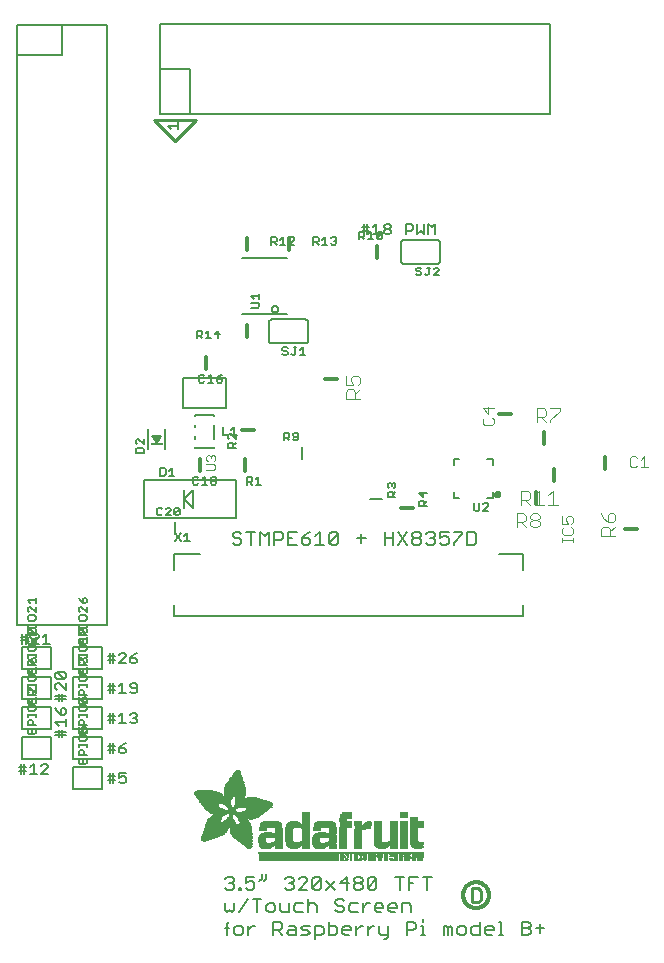
<source format=gbr>
G04 EAGLE Gerber RS-274X export*
G75*
%MOMM*%
%FSLAX34Y34*%
%LPD*%
%INSilkscreen Top*%
%IPPOS*%
%AMOC8*
5,1,8,0,0,1.08239X$1,22.5*%
G01*
%ADD10C,0.127000*%
%ADD11C,0.152400*%
%ADD12C,0.254000*%
%ADD13C,0.304800*%
%ADD14C,0.076200*%
%ADD15C,0.101600*%
%ADD16C,0.203200*%
%ADD17R,6.839700X0.016800*%
%ADD18R,0.268300X0.016800*%
%ADD19R,0.268200X0.016800*%
%ADD20R,0.251500X0.016800*%
%ADD21R,0.301800X0.016800*%
%ADD22R,0.251400X0.016800*%
%ADD23R,0.285000X0.016800*%
%ADD24R,0.301700X0.016800*%
%ADD25R,0.419100X0.016800*%
%ADD26R,0.318500X0.016800*%
%ADD27R,0.586700X0.016800*%
%ADD28R,0.586800X0.016800*%
%ADD29R,6.839700X0.016700*%
%ADD30R,0.268300X0.016700*%
%ADD31R,0.251400X0.016700*%
%ADD32R,0.251500X0.016700*%
%ADD33R,0.301800X0.016700*%
%ADD34R,0.285000X0.016700*%
%ADD35R,0.301700X0.016700*%
%ADD36R,0.419100X0.016700*%
%ADD37R,0.318500X0.016700*%
%ADD38R,0.586700X0.016700*%
%ADD39R,0.586800X0.016700*%
%ADD40R,0.318600X0.016800*%
%ADD41R,0.569900X0.016800*%
%ADD42R,0.335300X0.016800*%
%ADD43R,0.234700X0.016800*%
%ADD44R,0.234700X0.016700*%
%ADD45R,0.016700X0.016700*%
%ADD46R,0.318600X0.016700*%
%ADD47R,0.569900X0.016700*%
%ADD48R,0.335300X0.016700*%
%ADD49R,0.217900X0.016800*%
%ADD50R,0.033500X0.016800*%
%ADD51R,0.570000X0.016800*%
%ADD52R,0.201100X0.016700*%
%ADD53R,0.050300X0.016700*%
%ADD54R,0.670500X0.016700*%
%ADD55R,1.005800X0.016700*%
%ADD56R,0.570000X0.016700*%
%ADD57R,0.201100X0.016800*%
%ADD58R,0.067000X0.016800*%
%ADD59R,0.670500X0.016800*%
%ADD60R,1.005800X0.016800*%
%ADD61R,0.184400X0.016800*%
%ADD62R,0.989000X0.016800*%
%ADD63R,0.184400X0.016700*%
%ADD64R,0.067000X0.016700*%
%ADD65R,0.989000X0.016700*%
%ADD66R,0.167600X0.016800*%
%ADD67R,0.083800X0.016800*%
%ADD68R,0.637000X0.016800*%
%ADD69R,0.955500X0.016800*%
%ADD70R,0.150800X0.016800*%
%ADD71R,0.100600X0.016800*%
%ADD72R,0.536400X0.016800*%
%ADD73R,0.854900X0.016800*%
%ADD74R,0.150800X0.016700*%
%ADD75R,0.100600X0.016700*%
%ADD76R,0.352000X0.016700*%
%ADD77R,0.435900X0.016700*%
%ADD78R,0.402400X0.016700*%
%ADD79R,0.368800X0.016700*%
%ADD80R,0.134100X0.016800*%
%ADD81R,0.117300X0.016800*%
%ADD82R,0.435900X0.016800*%
%ADD83R,0.368900X0.016800*%
%ADD84R,0.603500X0.016800*%
%ADD85R,0.134100X0.016700*%
%ADD86R,0.117300X0.016700*%
%ADD87R,0.452600X0.016700*%
%ADD88R,0.620300X0.016700*%
%ADD89R,0.284900X0.016800*%
%ADD90R,0.486200X0.016800*%
%ADD91R,0.653800X0.016800*%
%ADD92R,0.804700X0.016800*%
%ADD93R,0.150900X0.016700*%
%ADD94R,0.268200X0.016700*%
%ADD95R,0.737600X0.016700*%
%ADD96R,0.603500X0.016700*%
%ADD97R,0.922000X0.016700*%
%ADD98R,0.150900X0.016800*%
%ADD99R,0.821400X0.016800*%
%ADD100R,0.972300X0.016800*%
%ADD101R,0.989100X0.016800*%
%ADD102R,0.083800X0.016700*%
%ADD103R,0.167600X0.016700*%
%ADD104R,0.821400X0.016700*%
%ADD105R,0.989100X0.016700*%
%ADD106R,0.201200X0.016700*%
%ADD107R,0.050300X0.016800*%
%ADD108R,0.201200X0.016800*%
%ADD109R,0.217900X0.016700*%
%ADD110R,0.284900X0.016700*%
%ADD111R,0.352100X0.016800*%
%ADD112R,0.620300X0.016800*%
%ADD113R,0.385600X0.016800*%
%ADD114R,0.335200X0.016800*%
%ADD115R,0.385600X0.016700*%
%ADD116R,0.687400X0.016700*%
%ADD117R,13.998000X0.016800*%
%ADD118R,13.998000X0.016700*%
%ADD119R,0.637000X0.016700*%
%ADD120R,0.486100X0.016700*%
%ADD121R,0.637100X0.016700*%
%ADD122R,0.519700X0.016700*%
%ADD123R,0.536500X0.016700*%
%ADD124R,0.787900X0.016800*%
%ADD125R,0.687400X0.016800*%
%ADD126R,0.771200X0.016800*%
%ADD127R,0.637100X0.016800*%
%ADD128R,0.720800X0.016800*%
%ADD129R,0.704100X0.016800*%
%ADD130R,0.754400X0.016800*%
%ADD131R,0.838200X0.016700*%
%ADD132R,0.871800X0.016700*%
%ADD133R,0.871700X0.016700*%
%ADD134R,0.402400X0.016800*%
%ADD135R,0.922100X0.016800*%
%ADD136R,0.938800X0.016800*%
%ADD137R,0.938800X0.016700*%
%ADD138R,1.022600X0.016700*%
%ADD139R,0.972400X0.016700*%
%ADD140R,0.972300X0.016700*%
%ADD141R,0.469400X0.016800*%
%ADD142R,1.072900X0.016800*%
%ADD143R,1.022600X0.016800*%
%ADD144R,1.005900X0.016800*%
%ADD145R,0.502900X0.016800*%
%ADD146R,1.123200X0.016800*%
%ADD147R,1.056200X0.016800*%
%ADD148R,1.123100X0.016800*%
%ADD149R,1.139900X0.016700*%
%ADD150R,1.089600X0.016700*%
%ADD151R,0.553200X0.016800*%
%ADD152R,1.190200X0.016800*%
%ADD153R,1.190300X0.016800*%
%ADD154R,1.039400X0.016800*%
%ADD155R,1.223700X0.016800*%
%ADD156R,1.173500X0.016800*%
%ADD157R,1.223800X0.016800*%
%ADD158R,1.240500X0.016700*%
%ADD159R,1.173500X0.016700*%
%ADD160R,1.240600X0.016700*%
%ADD161R,1.190300X0.016700*%
%ADD162R,1.056200X0.016700*%
%ADD163R,1.274100X0.016800*%
%ADD164R,1.274000X0.016800*%
%ADD165R,1.307600X0.016800*%
%ADD166R,1.257300X0.016800*%
%ADD167R,1.324400X0.016800*%
%ADD168R,0.687300X0.016700*%
%ADD169R,1.324400X0.016700*%
%ADD170R,1.307500X0.016700*%
%ADD171R,1.274100X0.016700*%
%ADD172R,1.072900X0.016700*%
%ADD173R,2.011600X0.016800*%
%ADD174R,1.324300X0.016800*%
%ADD175R,1.978100X0.016800*%
%ADD176R,2.011600X0.016700*%
%ADD177R,1.357900X0.016700*%
%ADD178R,1.994900X0.016700*%
%ADD179R,1.341200X0.016700*%
%ADD180R,1.089700X0.016700*%
%ADD181R,0.754300X0.016800*%
%ADD182R,1.994900X0.016800*%
%ADD183R,1.995000X0.016800*%
%ADD184R,1.089700X0.016800*%
%ADD185R,0.787900X0.016700*%
%ADD186R,1.995000X0.016700*%
%ADD187R,2.028400X0.016800*%
%ADD188R,2.011700X0.016800*%
%ADD189R,1.106500X0.016800*%
%ADD190R,2.028400X0.016700*%
%ADD191R,2.011700X0.016700*%
%ADD192R,1.106500X0.016700*%
%ADD193R,0.888400X0.016800*%
%ADD194R,0.922000X0.016800*%
%ADD195R,0.938700X0.016700*%
%ADD196R,2.045200X0.016800*%
%ADD197R,0.938700X0.016800*%
%ADD198R,0.670600X0.016700*%
%ADD199R,0.888500X0.016700*%
%ADD200R,2.045200X0.016700*%
%ADD201R,0.888400X0.016700*%
%ADD202R,0.804600X0.016800*%
%ADD203R,2.028500X0.016800*%
%ADD204R,1.056100X0.016700*%
%ADD205R,0.771100X0.016700*%
%ADD206R,0.754300X0.016700*%
%ADD207R,2.028500X0.016700*%
%ADD208R,0.737700X0.016700*%
%ADD209R,1.072800X0.016800*%
%ADD210R,0.871700X0.016800*%
%ADD211R,0.737600X0.016800*%
%ADD212R,0.871800X0.016800*%
%ADD213R,1.089600X0.016800*%
%ADD214R,0.704000X0.016800*%
%ADD215R,0.687300X0.016800*%
%ADD216R,0.670600X0.016800*%
%ADD217R,1.123100X0.016700*%
%ADD218R,0.720800X0.016700*%
%ADD219R,0.653700X0.016700*%
%ADD220R,0.653800X0.016700*%
%ADD221R,1.139900X0.016800*%
%ADD222R,1.173400X0.016800*%
%ADD223R,1.190200X0.016700*%
%ADD224R,1.207000X0.016800*%
%ADD225R,1.240500X0.016800*%
%ADD226R,0.469400X0.016700*%
%ADD227R,1.274000X0.016700*%
%ADD228R,0.519600X0.016800*%
%ADD229R,1.341100X0.016800*%
%ADD230R,0.771200X0.016700*%
%ADD231R,1.374600X0.016700*%
%ADD232R,0.838200X0.016800*%
%ADD233R,1.391400X0.016800*%
%ADD234R,1.424900X0.016800*%
%ADD235R,1.441700X0.016700*%
%ADD236R,1.475200X0.016800*%
%ADD237R,1.491900X0.016700*%
%ADD238R,1.525500X0.016800*%
%ADD239R,1.559000X0.016700*%
%ADD240R,1.575800X0.016800*%
%ADD241R,1.307600X0.016700*%
%ADD242R,1.592500X0.016700*%
%ADD243R,1.374700X0.016800*%
%ADD244R,1.609300X0.016800*%
%ADD245R,1.408200X0.016800*%
%ADD246R,1.626100X0.016800*%
%ADD247R,1.626100X0.016700*%
%ADD248R,1.508800X0.016800*%
%ADD249R,1.659600X0.016800*%
%ADD250R,1.559000X0.016800*%
%ADD251R,1.676400X0.016800*%
%ADD252R,1.575800X0.016700*%
%ADD253R,1.676400X0.016700*%
%ADD254R,1.978100X0.016700*%
%ADD255R,1.693100X0.016800*%
%ADD256R,1.642800X0.016800*%
%ADD257R,1.709900X0.016800*%
%ADD258R,1.961300X0.016800*%
%ADD259R,1.726600X0.016700*%
%ADD260R,1.961300X0.016700*%
%ADD261R,1.693200X0.016800*%
%ADD262R,1.726600X0.016800*%
%ADD263R,1.944600X0.016800*%
%ADD264R,1.726700X0.016700*%
%ADD265R,1.743400X0.016700*%
%ADD266R,1.944600X0.016700*%
%ADD267R,1.726700X0.016800*%
%ADD268R,1.760200X0.016800*%
%ADD269R,1.927800X0.016800*%
%ADD270R,1.911000X0.016800*%
%ADD271R,1.793700X0.016700*%
%ADD272R,1.776900X0.016700*%
%ADD273R,1.911100X0.016700*%
%ADD274R,1.894300X0.016700*%
%ADD275R,1.793800X0.016800*%
%ADD276R,1.776900X0.016800*%
%ADD277R,1.911100X0.016800*%
%ADD278R,1.894300X0.016800*%
%ADD279R,1.827300X0.016800*%
%ADD280R,1.810500X0.016800*%
%ADD281R,1.877500X0.016800*%
%ADD282R,1.844100X0.016700*%
%ADD283R,1.810500X0.016700*%
%ADD284R,1.860800X0.016700*%
%ADD285R,1.844000X0.016700*%
%ADD286R,1.860900X0.016800*%
%ADD287R,1.844000X0.016800*%
%ADD288R,1.827200X0.016800*%
%ADD289R,1.860800X0.016800*%
%ADD290R,1.793700X0.016800*%
%ADD291R,1.877600X0.016700*%
%ADD292R,1.827200X0.016700*%
%ADD293R,1.927800X0.016700*%
%ADD294R,1.927900X0.016800*%
%ADD295R,1.944700X0.016700*%
%ADD296R,1.877500X0.016700*%
%ADD297R,1.961400X0.016800*%
%ADD298R,1.961400X0.016700*%
%ADD299R,1.978200X0.016800*%
%ADD300R,1.911000X0.016700*%
%ADD301R,0.620200X0.016800*%
%ADD302R,1.425000X0.016800*%
%ADD303R,0.620200X0.016700*%
%ADD304R,1.425000X0.016700*%
%ADD305R,0.653700X0.016800*%
%ADD306R,0.704100X0.016700*%
%ADD307R,0.804700X0.016700*%
%ADD308R,0.905200X0.016800*%
%ADD309R,1.894400X0.016800*%
%ADD310R,1.927900X0.016700*%
%ADD311R,1.877600X0.016800*%
%ADD312R,3.889300X0.016800*%
%ADD313R,3.872500X0.016700*%
%ADD314R,3.872500X0.016800*%
%ADD315R,3.855700X0.016700*%
%ADD316R,0.754400X0.016700*%
%ADD317R,3.855700X0.016800*%
%ADD318R,3.839000X0.016800*%
%ADD319R,0.720900X0.016800*%
%ADD320R,3.822200X0.016700*%
%ADD321R,2.715700X0.016800*%
%ADD322R,2.632000X0.016800*%
%ADD323R,1.290800X0.016800*%
%ADD324R,2.615200X0.016700*%
%ADD325R,1.257300X0.016700*%
%ADD326R,2.581700X0.016800*%
%ADD327R,1.240600X0.016800*%
%ADD328R,2.564900X0.016800*%
%ADD329R,1.760300X0.016800*%
%ADD330R,2.531400X0.016700*%
%ADD331R,1.156700X0.016700*%
%ADD332R,2.514600X0.016800*%
%ADD333R,0.955600X0.016800*%
%ADD334R,2.497800X0.016800*%
%ADD335R,1.659700X0.016800*%
%ADD336R,2.464300X0.016700*%
%ADD337R,1.039300X0.016700*%
%ADD338R,2.447500X0.016800*%
%ADD339R,1.592500X0.016800*%
%ADD340R,0.536500X0.016800*%
%ADD341R,2.430800X0.016700*%
%ADD342R,1.559100X0.016700*%
%ADD343R,1.542300X0.016700*%
%ADD344R,0.502900X0.016700*%
%ADD345R,2.414000X0.016800*%
%ADD346R,0.905300X0.016800*%
%ADD347R,1.508700X0.016800*%
%ADD348R,0.888500X0.016800*%
%ADD349R,2.397300X0.016800*%
%ADD350R,1.441700X0.016800*%
%ADD351R,0.452700X0.016800*%
%ADD352R,1.290900X0.016700*%
%ADD353R,1.156700X0.016800*%
%ADD354R,0.855000X0.016800*%
%ADD355R,1.123200X0.016700*%
%ADD356R,0.720900X0.016700*%
%ADD357R,1.106400X0.016800*%
%ADD358R,1.106400X0.016700*%
%ADD359R,0.771100X0.016800*%
%ADD360R,0.435800X0.016700*%
%ADD361R,1.592600X0.016700*%
%ADD362R,0.435800X0.016800*%
%ADD363R,1.642900X0.016800*%
%ADD364R,0.402300X0.016800*%
%ADD365R,1.793800X0.016700*%
%ADD366R,0.368800X0.016800*%
%ADD367R,1.056100X0.016800*%
%ADD368R,1.039400X0.016700*%
%ADD369R,2.078800X0.016800*%
%ADD370R,0.335200X0.016700*%
%ADD371R,2.145800X0.016700*%
%ADD372R,2.162600X0.016800*%
%ADD373R,0.352000X0.016800*%
%ADD374R,2.212800X0.016800*%
%ADD375R,2.279900X0.016700*%
%ADD376R,2.330200X0.016800*%
%ADD377R,2.799500X0.016800*%
%ADD378R,2.816300X0.016700*%
%ADD379R,0.955500X0.016700*%
%ADD380R,2.849900X0.016800*%
%ADD381R,2.916900X0.016800*%
%ADD382R,4.224500X0.016700*%
%ADD383R,4.291600X0.016800*%
%ADD384R,4.409000X0.016800*%
%ADD385R,4.509500X0.016700*%
%ADD386R,4.526300X0.016800*%
%ADD387R,4.626800X0.016700*%
%ADD388R,4.693900X0.016800*%
%ADD389R,4.727400X0.016800*%
%ADD390R,2.548200X0.016700*%
%ADD391R,2.179300X0.016700*%
%ADD392R,2.430800X0.016800*%
%ADD393R,2.414000X0.016700*%
%ADD394R,2.414100X0.016800*%
%ADD395R,2.430700X0.016700*%
%ADD396R,2.447600X0.016700*%
%ADD397R,1.559100X0.016800*%
%ADD398R,1.525500X0.016700*%
%ADD399R,1.492000X0.016800*%
%ADD400R,1.491900X0.016800*%
%ADD401R,1.458500X0.016700*%
%ADD402R,2.061900X0.016800*%
%ADD403R,1.408100X0.016700*%
%ADD404R,0.905200X0.016700*%
%ADD405R,2.112300X0.016700*%
%ADD406R,2.179300X0.016800*%
%ADD407R,1.408200X0.016700*%
%ADD408R,2.212900X0.016700*%
%ADD409R,1.140000X0.016800*%
%ADD410R,3.319300X0.016800*%
%ADD411R,1.374700X0.016700*%
%ADD412R,0.402300X0.016700*%
%ADD413R,3.302500X0.016700*%
%ADD414R,3.285700X0.016800*%
%ADD415R,1.357900X0.016800*%
%ADD416R,3.269000X0.016800*%
%ADD417R,3.285800X0.016700*%
%ADD418R,3.268900X0.016800*%
%ADD419R,0.452700X0.016700*%
%ADD420R,3.268900X0.016700*%
%ADD421R,1.391400X0.016700*%
%ADD422R,3.269000X0.016700*%
%ADD423R,1.374600X0.016800*%
%ADD424R,0.519700X0.016800*%
%ADD425R,3.252200X0.016800*%
%ADD426R,3.235400X0.016800*%
%ADD427R,3.235400X0.016700*%
%ADD428R,3.218600X0.016800*%
%ADD429R,3.201900X0.016800*%
%ADD430R,3.201900X0.016700*%
%ADD431R,1.458500X0.016800*%
%ADD432R,1.525600X0.016800*%
%ADD433R,3.185100X0.016800*%
%ADD434R,2.531300X0.016700*%
%ADD435R,3.168400X0.016700*%
%ADD436R,2.531300X0.016800*%
%ADD437R,3.151600X0.016800*%
%ADD438R,2.548100X0.016800*%
%ADD439R,3.134900X0.016800*%
%ADD440R,2.564900X0.016700*%
%ADD441R,3.118100X0.016700*%
%ADD442R,2.581600X0.016800*%
%ADD443R,3.101400X0.016800*%
%ADD444R,2.598400X0.016700*%
%ADD445R,3.067900X0.016700*%
%ADD446R,2.598400X0.016800*%
%ADD447R,3.034300X0.016800*%
%ADD448R,2.615100X0.016800*%
%ADD449R,3.000800X0.016800*%
%ADD450R,2.631900X0.016700*%
%ADD451R,2.950500X0.016700*%
%ADD452R,2.648700X0.016800*%
%ADD453R,2.900200X0.016800*%
%ADD454R,2.665500X0.016800*%
%ADD455R,2.682200X0.016700*%
%ADD456R,2.799600X0.016700*%
%ADD457R,2.699000X0.016800*%
%ADD458R,2.732500X0.016800*%
%ADD459R,2.749300X0.016700*%
%ADD460R,2.632000X0.016700*%
%ADD461R,2.749300X0.016800*%
%ADD462R,2.766100X0.016700*%
%ADD463R,2.766100X0.016800*%
%ADD464R,2.481100X0.016800*%
%ADD465R,2.782900X0.016800*%
%ADD466R,2.380500X0.016700*%
%ADD467R,2.833100X0.016800*%
%ADD468R,1.592600X0.016800*%
%ADD469R,2.849900X0.016700*%
%ADD470R,2.883400X0.016800*%
%ADD471R,2.917000X0.016700*%
%ADD472R,2.933700X0.016800*%
%ADD473R,2.967200X0.016800*%
%ADD474R,2.967200X0.016700*%
%ADD475R,3.017500X0.016700*%
%ADD476R,3.051000X0.016800*%
%ADD477R,0.788000X0.016800*%
%ADD478R,3.084600X0.016800*%
%ADD479R,2.397300X0.016700*%
%ADD480R,2.397200X0.016800*%
%ADD481R,1.760200X0.016700*%
%ADD482R,2.397200X0.016700*%
%ADD483R,1.827300X0.016700*%
%ADD484R,2.380500X0.016800*%
%ADD485R,2.363700X0.016800*%
%ADD486R,2.363700X0.016700*%
%ADD487R,2.346900X0.016800*%
%ADD488R,2.296600X0.016700*%
%ADD489R,2.279900X0.016800*%
%ADD490R,2.246300X0.016800*%
%ADD491R,2.229600X0.016700*%
%ADD492R,2.129100X0.016800*%
%ADD493R,2.112300X0.016800*%
%ADD494R,1.609300X0.016700*%
%ADD495R,1.743400X0.016800*%
%ADD496R,1.693100X0.016700*%
%ADD497R,1.659700X0.016700*%
%ADD498R,1.575900X0.016800*%
%ADD499R,1.575900X0.016700*%
%ADD500R,1.475200X0.016700*%
%ADD501R,1.324300X0.016700*%
%ADD502R,1.290800X0.016700*%
%ADD503R,1.207000X0.016700*%
%ADD504R,0.854900X0.016700*%
%ADD505R,0.821500X0.016700*%
%ADD506R,0.821500X0.016800*%
%ADD507R,0.218000X0.016800*%
%ADD508R,1.000000X0.200000*%
%ADD509C,0.279400*%

G36*
X122036Y429795D02*
X122036Y429795D01*
X122063Y429795D01*
X122174Y429827D01*
X122287Y429853D01*
X122310Y429866D01*
X122336Y429874D01*
X122434Y429936D01*
X122535Y429992D01*
X122551Y430010D01*
X122576Y430025D01*
X122761Y430233D01*
X122765Y430237D01*
X124765Y433237D01*
X124796Y433301D01*
X124836Y433361D01*
X124857Y433429D01*
X124888Y433493D01*
X124900Y433564D01*
X124921Y433632D01*
X124923Y433703D01*
X124935Y433774D01*
X124927Y433845D01*
X124929Y433916D01*
X124911Y433985D01*
X124902Y434056D01*
X124875Y434122D01*
X124857Y434191D01*
X124820Y434252D01*
X124793Y434318D01*
X124748Y434374D01*
X124712Y434436D01*
X124660Y434485D01*
X124615Y434540D01*
X124557Y434581D01*
X124504Y434630D01*
X124441Y434663D01*
X124383Y434704D01*
X124315Y434727D01*
X124251Y434760D01*
X124192Y434770D01*
X124114Y434797D01*
X123995Y434803D01*
X123920Y434815D01*
X119920Y434815D01*
X119849Y434805D01*
X119777Y434805D01*
X119709Y434785D01*
X119639Y434775D01*
X119573Y434746D01*
X119504Y434726D01*
X119444Y434688D01*
X119379Y434659D01*
X119324Y434613D01*
X119264Y434575D01*
X119216Y434522D01*
X119162Y434476D01*
X119122Y434416D01*
X119075Y434362D01*
X119044Y434298D01*
X119005Y434239D01*
X118983Y434171D01*
X118952Y434106D01*
X118940Y434036D01*
X118919Y433968D01*
X118917Y433896D01*
X118905Y433826D01*
X118913Y433755D01*
X118911Y433684D01*
X118930Y433614D01*
X118938Y433543D01*
X118963Y433488D01*
X118983Y433409D01*
X119044Y433306D01*
X119075Y433237D01*
X121075Y430237D01*
X121152Y430150D01*
X121225Y430060D01*
X121247Y430045D01*
X121265Y430025D01*
X121362Y429963D01*
X121457Y429896D01*
X121483Y429888D01*
X121505Y429873D01*
X121616Y429841D01*
X121726Y429803D01*
X121753Y429802D01*
X121778Y429795D01*
X121894Y429795D01*
X122010Y429789D01*
X122036Y429795D01*
G37*
D10*
X134403Y694055D02*
X131437Y697021D01*
X140335Y697021D01*
X140335Y694055D02*
X140335Y699987D01*
D11*
X181696Y61478D02*
X179832Y59613D01*
X181696Y61478D02*
X185425Y61478D01*
X187289Y59613D01*
X187289Y57749D01*
X185425Y55885D01*
X183561Y55885D01*
X185425Y55885D02*
X187289Y54021D01*
X187289Y52156D01*
X185425Y50292D01*
X181696Y50292D01*
X179832Y52156D01*
X191526Y52156D02*
X191526Y50292D01*
X191526Y52156D02*
X193390Y52156D01*
X193390Y50292D01*
X191526Y50292D01*
X197373Y61478D02*
X204830Y61478D01*
X197373Y61478D02*
X197373Y55885D01*
X201101Y57749D01*
X202966Y57749D01*
X204830Y55885D01*
X204830Y52156D01*
X202966Y50292D01*
X199237Y50292D01*
X197373Y52156D01*
X210931Y59613D02*
X210931Y63342D01*
X210931Y59613D02*
X209067Y57749D01*
X214660Y59613D02*
X214660Y63342D01*
X214660Y59613D02*
X212795Y57749D01*
X230506Y59613D02*
X232370Y61478D01*
X236099Y61478D01*
X237963Y59613D01*
X237963Y57749D01*
X236099Y55885D01*
X234234Y55885D01*
X236099Y55885D02*
X237963Y54021D01*
X237963Y52156D01*
X236099Y50292D01*
X232370Y50292D01*
X230506Y52156D01*
X242200Y50292D02*
X249657Y50292D01*
X242200Y50292D02*
X249657Y57749D01*
X249657Y59613D01*
X247793Y61478D01*
X244064Y61478D01*
X242200Y59613D01*
X253894Y59613D02*
X253894Y52156D01*
X253894Y59613D02*
X255758Y61478D01*
X259487Y61478D01*
X261351Y59613D01*
X261351Y52156D01*
X259487Y50292D01*
X255758Y50292D01*
X253894Y52156D01*
X261351Y59613D01*
X265588Y57749D02*
X273045Y50292D01*
X265588Y50292D02*
X273045Y57749D01*
X282874Y61478D02*
X282874Y50292D01*
X277282Y55885D02*
X282874Y61478D01*
X284739Y55885D02*
X277282Y55885D01*
X288976Y59613D02*
X290840Y61478D01*
X294568Y61478D01*
X296433Y59613D01*
X296433Y57749D01*
X294568Y55885D01*
X296433Y54021D01*
X296433Y52156D01*
X294568Y50292D01*
X290840Y50292D01*
X288976Y52156D01*
X288976Y54021D01*
X290840Y55885D01*
X288976Y57749D01*
X288976Y59613D01*
X290840Y55885D02*
X294568Y55885D01*
X300670Y59613D02*
X300670Y52156D01*
X300670Y59613D02*
X302534Y61478D01*
X306262Y61478D01*
X308127Y59613D01*
X308127Y52156D01*
X306262Y50292D01*
X302534Y50292D01*
X300670Y52156D01*
X308127Y59613D01*
X327786Y61478D02*
X327786Y50292D01*
X324058Y61478D02*
X331515Y61478D01*
X335752Y61478D02*
X335752Y50292D01*
X335752Y61478D02*
X343209Y61478D01*
X339480Y55885D02*
X335752Y55885D01*
X351174Y50292D02*
X351174Y61478D01*
X347446Y61478D02*
X354903Y61478D01*
X179832Y38699D02*
X179832Y33106D01*
X181696Y31242D01*
X183561Y33106D01*
X185425Y31242D01*
X187289Y33106D01*
X187289Y38699D01*
X191526Y31242D02*
X198983Y42428D01*
X206948Y42428D02*
X206948Y31242D01*
X203220Y42428D02*
X210677Y42428D01*
X216778Y31242D02*
X220507Y31242D01*
X222371Y33106D01*
X222371Y36835D01*
X220507Y38699D01*
X216778Y38699D01*
X214914Y36835D01*
X214914Y33106D01*
X216778Y31242D01*
X226608Y33106D02*
X226608Y38699D01*
X226608Y33106D02*
X228472Y31242D01*
X234065Y31242D01*
X234065Y38699D01*
X240166Y38699D02*
X245759Y38699D01*
X240166Y38699D02*
X238302Y36835D01*
X238302Y33106D01*
X240166Y31242D01*
X245759Y31242D01*
X249996Y31242D02*
X249996Y42428D01*
X251860Y38699D02*
X249996Y36835D01*
X251860Y38699D02*
X255589Y38699D01*
X257453Y36835D01*
X257453Y31242D01*
X278977Y42428D02*
X280841Y40563D01*
X278977Y42428D02*
X275248Y42428D01*
X273384Y40563D01*
X273384Y38699D01*
X275248Y36835D01*
X278977Y36835D01*
X280841Y34971D01*
X280841Y33106D01*
X278977Y31242D01*
X275248Y31242D01*
X273384Y33106D01*
X286942Y38699D02*
X292535Y38699D01*
X286942Y38699D02*
X285078Y36835D01*
X285078Y33106D01*
X286942Y31242D01*
X292535Y31242D01*
X296772Y31242D02*
X296772Y38699D01*
X296772Y34971D02*
X300500Y38699D01*
X302364Y38699D01*
X308381Y31242D02*
X312109Y31242D01*
X308381Y31242D02*
X306517Y33106D01*
X306517Y36835D01*
X308381Y38699D01*
X312109Y38699D01*
X313974Y36835D01*
X313974Y34971D01*
X306517Y34971D01*
X320075Y31242D02*
X323803Y31242D01*
X320075Y31242D02*
X318211Y33106D01*
X318211Y36835D01*
X320075Y38699D01*
X323803Y38699D01*
X325668Y36835D01*
X325668Y34971D01*
X318211Y34971D01*
X329905Y38699D02*
X329905Y31242D01*
X329905Y38699D02*
X335497Y38699D01*
X337362Y36835D01*
X337362Y31242D01*
X181696Y21513D02*
X181696Y12192D01*
X181696Y21513D02*
X183561Y23378D01*
X183561Y17785D02*
X179832Y17785D01*
X189492Y12192D02*
X193221Y12192D01*
X195085Y14056D01*
X195085Y17785D01*
X193221Y19649D01*
X189492Y19649D01*
X187628Y17785D01*
X187628Y14056D01*
X189492Y12192D01*
X199322Y12192D02*
X199322Y19649D01*
X199322Y15921D02*
X203050Y19649D01*
X204915Y19649D01*
X220761Y23378D02*
X220761Y12192D01*
X220761Y23378D02*
X226354Y23378D01*
X228218Y21513D01*
X228218Y17785D01*
X226354Y15921D01*
X220761Y15921D01*
X224489Y15921D02*
X228218Y12192D01*
X234319Y19649D02*
X238048Y19649D01*
X239912Y17785D01*
X239912Y12192D01*
X234319Y12192D01*
X232455Y14056D01*
X234319Y15921D01*
X239912Y15921D01*
X244149Y12192D02*
X249742Y12192D01*
X251606Y14056D01*
X249742Y15921D01*
X246013Y15921D01*
X244149Y17785D01*
X246013Y19649D01*
X251606Y19649D01*
X255843Y19649D02*
X255843Y8464D01*
X255843Y19649D02*
X261436Y19649D01*
X263300Y17785D01*
X263300Y14056D01*
X261436Y12192D01*
X255843Y12192D01*
X267537Y12192D02*
X267537Y23378D01*
X267537Y12192D02*
X273130Y12192D01*
X274994Y14056D01*
X274994Y17785D01*
X273130Y19649D01*
X267537Y19649D01*
X281095Y12192D02*
X284823Y12192D01*
X281095Y12192D02*
X279231Y14056D01*
X279231Y17785D01*
X281095Y19649D01*
X284823Y19649D01*
X286688Y17785D01*
X286688Y15921D01*
X279231Y15921D01*
X290925Y19649D02*
X290925Y12192D01*
X290925Y15921D02*
X294653Y19649D01*
X296517Y19649D01*
X300670Y19649D02*
X300670Y12192D01*
X300670Y15921D02*
X304398Y19649D01*
X306262Y19649D01*
X310415Y19649D02*
X310415Y14056D01*
X312279Y12192D01*
X317872Y12192D01*
X317872Y10328D02*
X317872Y19649D01*
X317872Y10328D02*
X316007Y8464D01*
X314143Y8464D01*
X333803Y12192D02*
X333803Y23378D01*
X339395Y23378D01*
X341260Y21513D01*
X341260Y17785D01*
X339395Y15921D01*
X333803Y15921D01*
X345497Y19649D02*
X347361Y19649D01*
X347361Y12192D01*
X345497Y12192D02*
X349225Y12192D01*
X347361Y23378D02*
X347361Y25242D01*
X364986Y19649D02*
X364986Y12192D01*
X364986Y19649D02*
X366851Y19649D01*
X368715Y17785D01*
X368715Y12192D01*
X368715Y17785D02*
X370579Y19649D01*
X372444Y17785D01*
X372444Y12192D01*
X378545Y12192D02*
X382273Y12192D01*
X384137Y14056D01*
X384137Y17785D01*
X382273Y19649D01*
X378545Y19649D01*
X376680Y17785D01*
X376680Y14056D01*
X378545Y12192D01*
X395831Y12192D02*
X395831Y23378D01*
X395831Y12192D02*
X390239Y12192D01*
X388374Y14056D01*
X388374Y17785D01*
X390239Y19649D01*
X395831Y19649D01*
X401933Y12192D02*
X405661Y12192D01*
X401933Y12192D02*
X400068Y14056D01*
X400068Y17785D01*
X401933Y19649D01*
X405661Y19649D01*
X407525Y17785D01*
X407525Y15921D01*
X400068Y15921D01*
X411762Y23378D02*
X413627Y23378D01*
X413627Y12192D01*
X415491Y12192D02*
X411762Y12192D01*
X431252Y12192D02*
X431252Y23378D01*
X436845Y23378D01*
X438709Y21513D01*
X438709Y19649D01*
X436845Y17785D01*
X438709Y15921D01*
X438709Y14056D01*
X436845Y12192D01*
X431252Y12192D01*
X431252Y17785D02*
X436845Y17785D01*
X442946Y17785D02*
X450403Y17785D01*
X446675Y21513D02*
X446675Y14056D01*
X193803Y351713D02*
X191939Y353578D01*
X188210Y353578D01*
X186346Y351713D01*
X186346Y349849D01*
X188210Y347985D01*
X191939Y347985D01*
X193803Y346121D01*
X193803Y344256D01*
X191939Y342392D01*
X188210Y342392D01*
X186346Y344256D01*
X201769Y342392D02*
X201769Y353578D01*
X205497Y353578D02*
X198040Y353578D01*
X209734Y353578D02*
X209734Y342392D01*
X213463Y349849D02*
X209734Y353578D01*
X213463Y349849D02*
X217191Y353578D01*
X217191Y342392D01*
X221428Y342392D02*
X221428Y353578D01*
X227021Y353578D01*
X228885Y351713D01*
X228885Y347985D01*
X227021Y346121D01*
X221428Y346121D01*
X233122Y353578D02*
X240579Y353578D01*
X233122Y353578D02*
X233122Y342392D01*
X240579Y342392D01*
X236850Y347985D02*
X233122Y347985D01*
X248544Y351713D02*
X252273Y353578D01*
X248544Y351713D02*
X244816Y347985D01*
X244816Y344256D01*
X246680Y342392D01*
X250409Y342392D01*
X252273Y344256D01*
X252273Y346121D01*
X250409Y347985D01*
X244816Y347985D01*
X256510Y349849D02*
X260238Y353578D01*
X260238Y342392D01*
X256510Y342392D02*
X263967Y342392D01*
X268204Y344256D02*
X268204Y351713D01*
X270068Y353578D01*
X273797Y353578D01*
X275661Y351713D01*
X275661Y344256D01*
X273797Y342392D01*
X270068Y342392D01*
X268204Y344256D01*
X275661Y351713D01*
X291592Y347985D02*
X299049Y347985D01*
X295320Y351713D02*
X295320Y344256D01*
X314980Y342392D02*
X314980Y353578D01*
X314980Y347985D02*
X322437Y347985D01*
X322437Y353578D02*
X322437Y342392D01*
X334131Y342392D02*
X326674Y353578D01*
X334131Y353578D02*
X326674Y342392D01*
X338368Y351713D02*
X340232Y353578D01*
X343960Y353578D01*
X345825Y351713D01*
X345825Y349849D01*
X343960Y347985D01*
X345825Y346121D01*
X345825Y344256D01*
X343960Y342392D01*
X340232Y342392D01*
X338368Y344256D01*
X338368Y346121D01*
X340232Y347985D01*
X338368Y349849D01*
X338368Y351713D01*
X340232Y347985D02*
X343960Y347985D01*
X350062Y351713D02*
X351926Y353578D01*
X355654Y353578D01*
X357519Y351713D01*
X357519Y349849D01*
X355654Y347985D01*
X353790Y347985D01*
X355654Y347985D02*
X357519Y346121D01*
X357519Y344256D01*
X355654Y342392D01*
X351926Y342392D01*
X350062Y344256D01*
X361756Y353578D02*
X369213Y353578D01*
X361756Y353578D02*
X361756Y347985D01*
X365484Y349849D01*
X367348Y349849D01*
X369213Y347985D01*
X369213Y344256D01*
X367348Y342392D01*
X363620Y342392D01*
X361756Y344256D01*
X373450Y353578D02*
X380907Y353578D01*
X380907Y351713D01*
X373450Y344256D01*
X373450Y342392D01*
X385144Y342392D02*
X385144Y353578D01*
X385144Y342392D02*
X390736Y342392D01*
X392601Y344256D01*
X392601Y351713D01*
X390736Y353578D01*
X385144Y353578D01*
D10*
X297312Y605155D02*
X297312Y614053D01*
X300277Y614053D02*
X300277Y605155D01*
X300277Y611087D02*
X295829Y611087D01*
X300277Y611087D02*
X301760Y611087D01*
X301760Y608121D02*
X295829Y608121D01*
X305184Y611087D02*
X308150Y614053D01*
X308150Y605155D01*
X305184Y605155D02*
X311116Y605155D01*
X314539Y612570D02*
X316022Y614053D01*
X318988Y614053D01*
X320471Y612570D01*
X320471Y611087D01*
X318988Y609604D01*
X320471Y608121D01*
X320471Y606638D01*
X318988Y605155D01*
X316022Y605155D01*
X314539Y606638D01*
X314539Y608121D01*
X316022Y609604D01*
X314539Y611087D01*
X314539Y612570D01*
X316022Y609604D02*
X318988Y609604D01*
X333249Y605155D02*
X333249Y614053D01*
X337698Y614053D01*
X339181Y612570D01*
X339181Y609604D01*
X337698Y608121D01*
X333249Y608121D01*
X342605Y605155D02*
X342605Y614053D01*
X345570Y608121D02*
X342605Y605155D01*
X345570Y608121D02*
X348536Y605155D01*
X348536Y614053D01*
X351960Y614053D02*
X351960Y605155D01*
X354926Y611087D02*
X351960Y614053D01*
X354926Y611087D02*
X357892Y614053D01*
X357892Y605155D01*
D12*
X137160Y684530D02*
X119380Y702310D01*
X154940Y702310D01*
X137160Y684530D01*
D11*
X82213Y250705D02*
X82213Y242062D01*
X85094Y242062D02*
X85094Y250705D01*
X85094Y247824D02*
X80772Y247824D01*
X85094Y247824D02*
X86534Y247824D01*
X86534Y244943D02*
X80772Y244943D01*
X90127Y242062D02*
X95889Y242062D01*
X90127Y242062D02*
X95889Y247824D01*
X95889Y249265D01*
X94449Y250705D01*
X91568Y250705D01*
X90127Y249265D01*
X102364Y249265D02*
X105245Y250705D01*
X102364Y249265D02*
X99482Y246384D01*
X99482Y243503D01*
X100923Y242062D01*
X103804Y242062D01*
X105245Y243503D01*
X105245Y244943D01*
X103804Y246384D01*
X99482Y246384D01*
X82213Y225305D02*
X82213Y216662D01*
X85094Y216662D02*
X85094Y225305D01*
X85094Y222424D02*
X80772Y222424D01*
X85094Y222424D02*
X86534Y222424D01*
X86534Y219543D02*
X80772Y219543D01*
X90127Y222424D02*
X93008Y225305D01*
X93008Y216662D01*
X90127Y216662D02*
X95889Y216662D01*
X99482Y218103D02*
X100923Y216662D01*
X103804Y216662D01*
X105245Y218103D01*
X105245Y223865D01*
X103804Y225305D01*
X100923Y225305D01*
X99482Y223865D01*
X99482Y222424D01*
X100923Y220984D01*
X105245Y220984D01*
X82213Y199905D02*
X82213Y191262D01*
X85094Y191262D02*
X85094Y199905D01*
X85094Y197024D02*
X80772Y197024D01*
X85094Y197024D02*
X86534Y197024D01*
X86534Y194143D02*
X80772Y194143D01*
X90127Y197024D02*
X93008Y199905D01*
X93008Y191262D01*
X90127Y191262D02*
X95889Y191262D01*
X99482Y198465D02*
X100923Y199905D01*
X103804Y199905D01*
X105245Y198465D01*
X105245Y197024D01*
X103804Y195584D01*
X102364Y195584D01*
X103804Y195584D02*
X105245Y194143D01*
X105245Y192703D01*
X103804Y191262D01*
X100923Y191262D01*
X99482Y192703D01*
X82213Y174505D02*
X82213Y165862D01*
X85094Y165862D02*
X85094Y174505D01*
X85094Y171624D02*
X80772Y171624D01*
X85094Y171624D02*
X86534Y171624D01*
X86534Y168743D02*
X80772Y168743D01*
X93008Y173065D02*
X95889Y174505D01*
X93008Y173065D02*
X90127Y170184D01*
X90127Y167303D01*
X91568Y165862D01*
X94449Y165862D01*
X95889Y167303D01*
X95889Y168743D01*
X94449Y170184D01*
X90127Y170184D01*
X82213Y149105D02*
X82213Y140462D01*
X85094Y140462D02*
X85094Y149105D01*
X85094Y146224D02*
X80772Y146224D01*
X85094Y146224D02*
X86534Y146224D01*
X86534Y143343D02*
X80772Y143343D01*
X90127Y149105D02*
X95889Y149105D01*
X90127Y149105D02*
X90127Y144784D01*
X93008Y146224D01*
X94449Y146224D01*
X95889Y144784D01*
X95889Y141903D01*
X94449Y140462D01*
X91568Y140462D01*
X90127Y141903D01*
X8427Y258572D02*
X8427Y267215D01*
X11308Y267215D02*
X11308Y258572D01*
X11308Y264334D02*
X6986Y264334D01*
X11308Y264334D02*
X12749Y264334D01*
X12749Y261453D02*
X6986Y261453D01*
X16342Y258572D02*
X22104Y258572D01*
X16342Y258572D02*
X22104Y264334D01*
X22104Y265775D01*
X20663Y267215D01*
X17782Y267215D01*
X16342Y265775D01*
X25697Y264334D02*
X28578Y267215D01*
X28578Y258572D01*
X25697Y258572D02*
X31459Y258572D01*
X7157Y156725D02*
X7157Y148082D01*
X10038Y148082D02*
X10038Y156725D01*
X10038Y153844D02*
X5716Y153844D01*
X10038Y153844D02*
X11479Y153844D01*
X11479Y150963D02*
X5716Y150963D01*
X15072Y153844D02*
X17953Y156725D01*
X17953Y148082D01*
X15072Y148082D02*
X20834Y148082D01*
X24427Y148082D02*
X30189Y148082D01*
X24427Y148082D02*
X30189Y153844D01*
X30189Y155285D01*
X28749Y156725D01*
X25867Y156725D01*
X24427Y155285D01*
X36315Y181273D02*
X44958Y181273D01*
X44958Y184154D02*
X36315Y184154D01*
X39196Y184154D02*
X39196Y179832D01*
X39196Y184154D02*
X39196Y185594D01*
X42077Y185594D02*
X42077Y179832D01*
X39196Y189187D02*
X36315Y192068D01*
X44958Y192068D01*
X44958Y189187D02*
X44958Y194949D01*
X37755Y201424D02*
X36315Y204305D01*
X37755Y201424D02*
X40636Y198542D01*
X43517Y198542D01*
X44958Y199983D01*
X44958Y202864D01*
X43517Y204305D01*
X42077Y204305D01*
X40636Y202864D01*
X40636Y198542D01*
X36315Y211753D02*
X44958Y211753D01*
X44958Y214634D02*
X36315Y214634D01*
X39196Y214634D02*
X39196Y210312D01*
X39196Y214634D02*
X39196Y216074D01*
X42077Y216074D02*
X42077Y210312D01*
X44958Y219667D02*
X44958Y225429D01*
X44958Y219667D02*
X39196Y225429D01*
X37755Y225429D01*
X36315Y223989D01*
X36315Y221108D01*
X37755Y219667D01*
X37755Y229022D02*
X43517Y229022D01*
X37755Y229022D02*
X36315Y230463D01*
X36315Y233344D01*
X37755Y234785D01*
X43517Y234785D01*
X44958Y233344D01*
X44958Y230463D01*
X43517Y229022D01*
X37755Y234785D01*
D13*
X411480Y453390D02*
X421640Y453390D01*
D14*
X399591Y450042D02*
X398023Y448474D01*
X398023Y445339D01*
X399591Y443771D01*
X405861Y443771D01*
X407429Y445339D01*
X407429Y448474D01*
X405861Y450042D01*
X407429Y457829D02*
X398023Y457829D01*
X402726Y453126D01*
X402726Y459397D01*
D13*
X501650Y416560D02*
X501650Y406400D01*
D14*
X527214Y417317D02*
X528782Y415749D01*
X527214Y417317D02*
X524079Y417317D01*
X522511Y415749D01*
X522511Y409479D01*
X524079Y407911D01*
X527214Y407911D01*
X528782Y409479D01*
X531866Y414182D02*
X535002Y417317D01*
X535002Y407911D01*
X538137Y407911D02*
X531866Y407911D01*
X474599Y347686D02*
X474599Y344551D01*
X474599Y346119D02*
X465193Y346119D01*
X465193Y347686D02*
X465193Y344551D01*
X465193Y355491D02*
X466761Y357058D01*
X465193Y355491D02*
X465193Y352355D01*
X466761Y350788D01*
X473031Y350788D01*
X474599Y352355D01*
X474599Y355491D01*
X473031Y357058D01*
X465193Y360143D02*
X465193Y366414D01*
X465193Y360143D02*
X469896Y360143D01*
X468328Y363278D01*
X468328Y364846D01*
X469896Y366414D01*
X473031Y366414D01*
X474599Y364846D01*
X474599Y361711D01*
X473031Y360143D01*
D13*
X518160Y355600D02*
X528320Y355600D01*
D15*
X510032Y349758D02*
X498338Y349758D01*
X498338Y355605D01*
X500287Y357554D01*
X504185Y357554D01*
X506134Y355605D01*
X506134Y349758D01*
X506134Y353656D02*
X510032Y357554D01*
X500287Y365350D02*
X498338Y369248D01*
X500287Y365350D02*
X504185Y361452D01*
X508083Y361452D01*
X510032Y363401D01*
X510032Y367299D01*
X508083Y369248D01*
X506134Y369248D01*
X504185Y367299D01*
X504185Y361452D01*
D10*
X406390Y382280D02*
X401440Y382280D01*
X406390Y382280D02*
X406390Y387230D01*
X378340Y382280D02*
X373390Y382280D01*
X373390Y387230D01*
X406390Y410330D02*
X406390Y415280D01*
X401440Y415280D01*
X373390Y415280D02*
X373390Y410330D01*
X373390Y415280D02*
X378340Y415280D01*
D13*
X409476Y384780D02*
X409478Y384855D01*
X409484Y384929D01*
X409494Y385003D01*
X409507Y385076D01*
X409525Y385149D01*
X409546Y385220D01*
X409571Y385291D01*
X409600Y385360D01*
X409633Y385427D01*
X409669Y385492D01*
X409708Y385556D01*
X409750Y385617D01*
X409796Y385676D01*
X409845Y385733D01*
X409897Y385786D01*
X409951Y385837D01*
X410008Y385886D01*
X410068Y385930D01*
X410130Y385972D01*
X410194Y386011D01*
X410260Y386046D01*
X410327Y386077D01*
X410397Y386105D01*
X410467Y386129D01*
X410539Y386150D01*
X410612Y386166D01*
X410685Y386179D01*
X410760Y386188D01*
X410834Y386193D01*
X410909Y386194D01*
X410983Y386191D01*
X411058Y386184D01*
X411131Y386173D01*
X411205Y386159D01*
X411277Y386140D01*
X411348Y386118D01*
X411418Y386092D01*
X411487Y386062D01*
X411553Y386029D01*
X411618Y385992D01*
X411681Y385952D01*
X411742Y385908D01*
X411800Y385862D01*
X411856Y385812D01*
X411909Y385760D01*
X411960Y385705D01*
X412007Y385647D01*
X412051Y385587D01*
X412092Y385524D01*
X412130Y385460D01*
X412164Y385394D01*
X412195Y385325D01*
X412222Y385256D01*
X412245Y385185D01*
X412264Y385113D01*
X412280Y385040D01*
X412292Y384966D01*
X412300Y384892D01*
X412304Y384817D01*
X412304Y384743D01*
X412300Y384668D01*
X412292Y384594D01*
X412280Y384520D01*
X412264Y384447D01*
X412245Y384375D01*
X412222Y384304D01*
X412195Y384235D01*
X412164Y384166D01*
X412130Y384100D01*
X412092Y384036D01*
X412051Y383973D01*
X412007Y383913D01*
X411960Y383855D01*
X411909Y383800D01*
X411856Y383748D01*
X411800Y383698D01*
X411742Y383652D01*
X411681Y383608D01*
X411618Y383568D01*
X411553Y383531D01*
X411487Y383498D01*
X411418Y383468D01*
X411348Y383442D01*
X411277Y383420D01*
X411205Y383401D01*
X411131Y383387D01*
X411058Y383376D01*
X410983Y383369D01*
X410909Y383366D01*
X410834Y383367D01*
X410760Y383372D01*
X410685Y383381D01*
X410612Y383394D01*
X410539Y383410D01*
X410467Y383431D01*
X410397Y383455D01*
X410327Y383483D01*
X410260Y383514D01*
X410194Y383549D01*
X410130Y383588D01*
X410068Y383630D01*
X410008Y383674D01*
X409951Y383723D01*
X409897Y383774D01*
X409845Y383827D01*
X409796Y383884D01*
X409750Y383943D01*
X409708Y384004D01*
X409669Y384068D01*
X409633Y384133D01*
X409600Y384200D01*
X409571Y384269D01*
X409546Y384340D01*
X409525Y384411D01*
X409507Y384484D01*
X409494Y384557D01*
X409484Y384631D01*
X409478Y384705D01*
X409476Y384780D01*
D11*
X390924Y377704D02*
X390924Y372196D01*
X392025Y371094D01*
X394229Y371094D01*
X395330Y372196D01*
X395330Y377704D01*
X398408Y371094D02*
X402814Y371094D01*
X398408Y371094D02*
X402814Y375500D01*
X402814Y376602D01*
X401713Y377704D01*
X399509Y377704D01*
X398408Y376602D01*
D13*
X449580Y427990D02*
X449580Y438150D01*
D15*
X443738Y446278D02*
X443738Y457972D01*
X449585Y457972D01*
X451534Y456023D01*
X451534Y452125D01*
X449585Y450176D01*
X443738Y450176D01*
X447636Y450176D02*
X451534Y446278D01*
X455432Y457972D02*
X463228Y457972D01*
X463228Y456023D01*
X455432Y448227D01*
X455432Y446278D01*
D16*
X124460Y707390D02*
X124460Y745490D01*
X124460Y783590D01*
X454660Y783590D01*
X454660Y707390D02*
X149860Y707390D01*
X124460Y707390D01*
X454660Y707390D02*
X454660Y783590D01*
X149860Y745490D02*
X124460Y745490D01*
X149860Y745490D02*
X149860Y707390D01*
D13*
X443230Y387350D02*
X443230Y377190D01*
D15*
X426700Y369072D02*
X426700Y357378D01*
X426700Y369072D02*
X432547Y369072D01*
X434496Y367123D01*
X434496Y363225D01*
X432547Y361276D01*
X426700Y361276D01*
X430598Y361276D02*
X434496Y357378D01*
X438394Y367123D02*
X440343Y369072D01*
X444241Y369072D01*
X446190Y367123D01*
X446190Y365174D01*
X444241Y363225D01*
X446190Y361276D01*
X446190Y359327D01*
X444241Y357378D01*
X440343Y357378D01*
X438394Y359327D01*
X438394Y361276D01*
X440343Y363225D01*
X438394Y365174D01*
X438394Y367123D01*
X440343Y363225D02*
X444241Y363225D01*
D17*
X242339Y74930D03*
D18*
X278885Y74930D03*
D19*
X282405Y74930D03*
D20*
X286848Y74930D03*
D18*
X290452Y74930D03*
D21*
X294475Y74930D03*
D22*
X298582Y74930D03*
D23*
X302438Y74930D03*
D24*
X306378Y74930D03*
D25*
X310988Y74930D03*
X316185Y74930D03*
D26*
X320879Y74930D03*
D23*
X324902Y74930D03*
X328757Y74930D03*
D27*
X334290Y74930D03*
D24*
X339738Y74930D03*
D28*
X345186Y74930D03*
D29*
X242339Y75098D03*
D30*
X278885Y75098D03*
D31*
X282321Y75098D03*
D32*
X286848Y75098D03*
D33*
X290619Y75098D03*
D34*
X294559Y75098D03*
D35*
X298499Y75098D03*
D34*
X302438Y75098D03*
D35*
X306378Y75098D03*
D36*
X310988Y75098D03*
X316185Y75098D03*
D37*
X320879Y75098D03*
D34*
X324902Y75098D03*
X328757Y75098D03*
D38*
X334290Y75098D03*
D37*
X339654Y75098D03*
D39*
X345186Y75098D03*
D17*
X242339Y75265D03*
D18*
X278885Y75265D03*
D22*
X282321Y75265D03*
D20*
X286848Y75265D03*
D40*
X290703Y75265D03*
D18*
X294643Y75265D03*
D26*
X298583Y75265D03*
D23*
X302438Y75265D03*
D26*
X306294Y75265D03*
D25*
X310988Y75265D03*
X316185Y75265D03*
D26*
X320879Y75265D03*
D23*
X324902Y75265D03*
X328757Y75265D03*
D41*
X334206Y75265D03*
D42*
X339738Y75265D03*
D28*
X345186Y75265D03*
D17*
X242339Y75433D03*
D18*
X278885Y75433D03*
D43*
X282238Y75433D03*
D20*
X286848Y75433D03*
D40*
X290703Y75433D03*
D18*
X294643Y75433D03*
D26*
X298583Y75433D03*
D22*
X302438Y75433D03*
D26*
X306294Y75433D03*
D25*
X310988Y75433D03*
X316185Y75433D03*
D26*
X320879Y75433D03*
D23*
X324902Y75433D03*
X328757Y75433D03*
D41*
X334206Y75433D03*
D42*
X339738Y75433D03*
D28*
X345186Y75433D03*
D29*
X242339Y75601D03*
D30*
X278885Y75601D03*
D44*
X282238Y75601D03*
D45*
X284501Y75601D03*
D32*
X286848Y75601D03*
D46*
X290703Y75601D03*
D30*
X294643Y75601D03*
D37*
X298583Y75601D03*
D31*
X302438Y75601D03*
D37*
X306294Y75601D03*
D36*
X310988Y75601D03*
X316185Y75601D03*
D37*
X320879Y75601D03*
D34*
X324902Y75601D03*
X328757Y75601D03*
D47*
X334206Y75601D03*
D48*
X339738Y75601D03*
D39*
X345186Y75601D03*
D17*
X242339Y75768D03*
D18*
X278885Y75768D03*
D49*
X282154Y75768D03*
D50*
X284417Y75768D03*
D20*
X286848Y75768D03*
D40*
X290703Y75768D03*
D18*
X294643Y75768D03*
D26*
X298583Y75768D03*
D22*
X302438Y75768D03*
D26*
X306294Y75768D03*
D25*
X310988Y75768D03*
X316185Y75768D03*
D24*
X320795Y75768D03*
D23*
X324902Y75768D03*
X328757Y75768D03*
D41*
X334206Y75768D03*
D42*
X339738Y75768D03*
D51*
X345270Y75768D03*
D17*
X242339Y75936D03*
D18*
X278885Y75936D03*
D49*
X282154Y75936D03*
D50*
X284417Y75936D03*
D20*
X286848Y75936D03*
D40*
X290703Y75936D03*
D18*
X294643Y75936D03*
D26*
X298583Y75936D03*
D22*
X302438Y75936D03*
D26*
X306294Y75936D03*
D25*
X310988Y75936D03*
X316185Y75936D03*
D24*
X320795Y75936D03*
D23*
X324902Y75936D03*
X328757Y75936D03*
D41*
X334206Y75936D03*
D42*
X339738Y75936D03*
D51*
X345270Y75936D03*
D29*
X242339Y76104D03*
D30*
X278885Y76104D03*
D52*
X282070Y76104D03*
D53*
X284333Y76104D03*
D32*
X286848Y76104D03*
D46*
X290703Y76104D03*
D30*
X294643Y76104D03*
D37*
X298583Y76104D03*
D54*
X304534Y76104D03*
D36*
X310988Y76104D03*
X316185Y76104D03*
D35*
X320795Y76104D03*
D33*
X324818Y76104D03*
D34*
X328757Y76104D03*
D55*
X336385Y76104D03*
D56*
X345270Y76104D03*
D17*
X242339Y76271D03*
D18*
X278885Y76271D03*
D57*
X282070Y76271D03*
D58*
X284249Y76271D03*
D20*
X286848Y76271D03*
D40*
X290703Y76271D03*
D20*
X294727Y76271D03*
D26*
X298583Y76271D03*
D59*
X304534Y76271D03*
D25*
X310988Y76271D03*
X316185Y76271D03*
D24*
X320795Y76271D03*
D21*
X324818Y76271D03*
D23*
X328757Y76271D03*
D60*
X336385Y76271D03*
D28*
X345186Y76271D03*
D17*
X242339Y76439D03*
D18*
X278885Y76439D03*
D61*
X281986Y76439D03*
D58*
X284249Y76439D03*
D20*
X286848Y76439D03*
D42*
X290787Y76439D03*
D20*
X294727Y76439D03*
D26*
X298583Y76439D03*
D59*
X304534Y76439D03*
D25*
X310988Y76439D03*
X316185Y76439D03*
D24*
X320795Y76439D03*
D21*
X324818Y76439D03*
D23*
X328757Y76439D03*
D62*
X336301Y76439D03*
D28*
X345186Y76439D03*
D29*
X242339Y76607D03*
D30*
X278885Y76607D03*
D63*
X281986Y76607D03*
D64*
X284249Y76607D03*
D32*
X286848Y76607D03*
D48*
X290787Y76607D03*
D32*
X294727Y76607D03*
D37*
X298583Y76607D03*
D54*
X304534Y76607D03*
D36*
X310988Y76607D03*
X316185Y76607D03*
D34*
X320711Y76607D03*
D46*
X324734Y76607D03*
D34*
X328757Y76607D03*
D65*
X336301Y76607D03*
D39*
X345186Y76607D03*
D17*
X242339Y76774D03*
D18*
X278885Y76774D03*
D66*
X281902Y76774D03*
D67*
X284165Y76774D03*
D20*
X286848Y76774D03*
D42*
X290787Y76774D03*
D20*
X294727Y76774D03*
D26*
X298583Y76774D03*
D68*
X304366Y76774D03*
D25*
X310988Y76774D03*
X316185Y76774D03*
D40*
X324734Y76774D03*
D23*
X328757Y76774D03*
D69*
X336134Y76774D03*
D28*
X345186Y76774D03*
D17*
X242339Y76942D03*
D18*
X278885Y76942D03*
D70*
X281818Y76942D03*
D71*
X284081Y76942D03*
D20*
X286848Y76942D03*
D42*
X290787Y76942D03*
D20*
X294727Y76942D03*
D26*
X298583Y76942D03*
D72*
X303863Y76942D03*
D25*
X310988Y76942D03*
X316185Y76942D03*
D42*
X324651Y76942D03*
D23*
X328757Y76942D03*
D73*
X335631Y76942D03*
D28*
X345186Y76942D03*
D29*
X242339Y77110D03*
D30*
X278885Y77110D03*
D74*
X281818Y77110D03*
D75*
X284081Y77110D03*
D32*
X286848Y77110D03*
D48*
X290787Y77110D03*
D32*
X294727Y77110D03*
D37*
X298583Y77110D03*
D76*
X302941Y77110D03*
D77*
X310904Y77110D03*
D36*
X316185Y77110D03*
D78*
X324315Y77110D03*
D34*
X328757Y77110D03*
D79*
X336217Y77110D03*
D39*
X345186Y77110D03*
D17*
X242339Y77277D03*
D18*
X278885Y77277D03*
D80*
X281735Y77277D03*
D81*
X283998Y77277D03*
D20*
X286848Y77277D03*
D42*
X290787Y77277D03*
D20*
X294727Y77277D03*
D26*
X298583Y77277D03*
D24*
X302690Y77277D03*
D82*
X310904Y77277D03*
D25*
X316185Y77277D03*
D83*
X324483Y77277D03*
D23*
X328757Y77277D03*
D26*
X335966Y77277D03*
D84*
X345103Y77277D03*
D29*
X242339Y77445D03*
D30*
X278885Y77445D03*
D85*
X281735Y77445D03*
D86*
X283998Y77445D03*
D32*
X286848Y77445D03*
D48*
X290787Y77445D03*
D32*
X294727Y77445D03*
D37*
X298583Y77445D03*
D35*
X302690Y77445D03*
D87*
X310820Y77445D03*
D36*
X316185Y77445D03*
D48*
X324651Y77445D03*
D34*
X328757Y77445D03*
D37*
X335966Y77445D03*
D88*
X345019Y77445D03*
D17*
X242339Y77612D03*
D18*
X278885Y77612D03*
D81*
X281651Y77612D03*
X283998Y77612D03*
D20*
X286848Y77612D03*
D42*
X290787Y77612D03*
D20*
X294727Y77612D03*
D26*
X298583Y77612D03*
D89*
X302606Y77612D03*
D90*
X310652Y77612D03*
D25*
X316185Y77612D03*
D19*
X320627Y77612D03*
D40*
X324734Y77612D03*
D23*
X328757Y77612D03*
D21*
X335882Y77612D03*
D91*
X344851Y77612D03*
D17*
X242339Y77780D03*
D18*
X278885Y77780D03*
D81*
X281651Y77780D03*
D80*
X283914Y77780D03*
D20*
X286848Y77780D03*
D42*
X290787Y77780D03*
D20*
X294727Y77780D03*
D26*
X298583Y77780D03*
D19*
X302522Y77780D03*
D68*
X309898Y77780D03*
D25*
X316185Y77780D03*
D24*
X320795Y77780D03*
D21*
X324818Y77780D03*
D23*
X328757Y77780D03*
D21*
X335882Y77780D03*
D92*
X344097Y77780D03*
D29*
X242339Y77948D03*
D30*
X278885Y77948D03*
D75*
X281567Y77948D03*
D93*
X283830Y77948D03*
D32*
X286848Y77948D03*
D48*
X290787Y77948D03*
D32*
X294727Y77948D03*
D37*
X298583Y77948D03*
D94*
X302522Y77948D03*
D95*
X309395Y77948D03*
D36*
X316185Y77948D03*
D35*
X320795Y77948D03*
D33*
X324818Y77948D03*
D34*
X328757Y77948D03*
D96*
X334374Y77948D03*
D97*
X343510Y77948D03*
D17*
X242339Y78115D03*
D18*
X278885Y78115D03*
D71*
X281567Y78115D03*
D98*
X283830Y78115D03*
D20*
X286848Y78115D03*
D42*
X290787Y78115D03*
D20*
X294727Y78115D03*
D26*
X298583Y78115D03*
D19*
X302522Y78115D03*
D99*
X308976Y78115D03*
D25*
X316185Y78115D03*
D26*
X320879Y78115D03*
D23*
X324902Y78115D03*
X328757Y78115D03*
D27*
X334290Y78115D03*
D100*
X343259Y78115D03*
D17*
X242339Y78283D03*
D18*
X278885Y78283D03*
D67*
X281483Y78283D03*
D66*
X283746Y78283D03*
D20*
X286848Y78283D03*
D40*
X290703Y78283D03*
D20*
X294727Y78283D03*
D26*
X298583Y78283D03*
D19*
X302522Y78283D03*
D99*
X308976Y78283D03*
D25*
X316185Y78283D03*
D26*
X320879Y78283D03*
D23*
X324902Y78283D03*
X328757Y78283D03*
D27*
X334290Y78283D03*
D101*
X343175Y78283D03*
D29*
X242339Y78451D03*
D30*
X278885Y78451D03*
D102*
X281483Y78451D03*
D103*
X283746Y78451D03*
D32*
X286848Y78451D03*
D46*
X290703Y78451D03*
D32*
X294727Y78451D03*
D37*
X298583Y78451D03*
D94*
X302522Y78451D03*
D104*
X308976Y78451D03*
D36*
X316185Y78451D03*
D37*
X320879Y78451D03*
D34*
X324902Y78451D03*
X328757Y78451D03*
D38*
X334290Y78451D03*
D105*
X343175Y78451D03*
D17*
X242339Y78618D03*
D18*
X278885Y78618D03*
D58*
X281399Y78618D03*
D61*
X283662Y78618D03*
D20*
X286848Y78618D03*
D40*
X290703Y78618D03*
D18*
X294643Y78618D03*
D26*
X298583Y78618D03*
D19*
X302522Y78618D03*
D99*
X308976Y78618D03*
D25*
X316185Y78618D03*
D26*
X320879Y78618D03*
D23*
X324902Y78618D03*
X328757Y78618D03*
D27*
X334290Y78618D03*
D101*
X343175Y78618D03*
D17*
X242339Y78786D03*
D18*
X278885Y78786D03*
D58*
X281399Y78786D03*
D61*
X283662Y78786D03*
D20*
X286848Y78786D03*
D40*
X290703Y78786D03*
D18*
X294643Y78786D03*
D26*
X298583Y78786D03*
D19*
X302522Y78786D03*
D99*
X308976Y78786D03*
D25*
X316185Y78786D03*
D26*
X320879Y78786D03*
D23*
X324902Y78786D03*
X328757Y78786D03*
D27*
X334290Y78786D03*
D101*
X343175Y78786D03*
D29*
X242339Y78954D03*
D30*
X278885Y78954D03*
D53*
X281316Y78954D03*
D106*
X283578Y78954D03*
D32*
X286848Y78954D03*
D46*
X290703Y78954D03*
D30*
X294643Y78954D03*
D37*
X298583Y78954D03*
D94*
X302522Y78954D03*
D35*
X306378Y78954D03*
D77*
X310904Y78954D03*
D36*
X316185Y78954D03*
D37*
X320879Y78954D03*
D34*
X324902Y78954D03*
X328757Y78954D03*
D38*
X334290Y78954D03*
D35*
X339738Y78954D03*
D39*
X345186Y78954D03*
D17*
X242339Y79121D03*
D18*
X278885Y79121D03*
D107*
X281316Y79121D03*
D108*
X283578Y79121D03*
D20*
X286848Y79121D03*
D40*
X290703Y79121D03*
D18*
X294643Y79121D03*
D26*
X298583Y79121D03*
D19*
X302522Y79121D03*
D89*
X306294Y79121D03*
D82*
X310904Y79121D03*
D25*
X316185Y79121D03*
D26*
X320879Y79121D03*
D23*
X324902Y79121D03*
X328757Y79121D03*
D27*
X334290Y79121D03*
D24*
X339738Y79121D03*
D28*
X345186Y79121D03*
D29*
X242339Y79289D03*
D30*
X278885Y79289D03*
D53*
X281316Y79289D03*
D109*
X283495Y79289D03*
D32*
X286848Y79289D03*
D46*
X290703Y79289D03*
D30*
X294643Y79289D03*
D37*
X298583Y79289D03*
D94*
X302522Y79289D03*
D110*
X306294Y79289D03*
D77*
X310904Y79289D03*
D36*
X316185Y79289D03*
D37*
X320879Y79289D03*
D34*
X324902Y79289D03*
X328757Y79289D03*
D38*
X334290Y79289D03*
D35*
X339738Y79289D03*
D39*
X345186Y79289D03*
D17*
X242339Y79456D03*
D18*
X278885Y79456D03*
D43*
X283411Y79456D03*
D20*
X286848Y79456D03*
D40*
X290703Y79456D03*
D18*
X294643Y79456D03*
D26*
X298583Y79456D03*
D19*
X302522Y79456D03*
D89*
X306294Y79456D03*
D82*
X310904Y79456D03*
D25*
X316185Y79456D03*
D26*
X320879Y79456D03*
D23*
X324902Y79456D03*
X328757Y79456D03*
D27*
X334290Y79456D03*
D24*
X339738Y79456D03*
D28*
X345186Y79456D03*
D17*
X242339Y79624D03*
D18*
X278885Y79624D03*
D43*
X283411Y79624D03*
D20*
X286848Y79624D03*
D21*
X290619Y79624D03*
D23*
X294559Y79624D03*
D26*
X298583Y79624D03*
D19*
X302522Y79624D03*
D89*
X306294Y79624D03*
D82*
X310904Y79624D03*
D25*
X316185Y79624D03*
D24*
X320795Y79624D03*
D23*
X324902Y79624D03*
X328757Y79624D03*
D27*
X334290Y79624D03*
D24*
X339738Y79624D03*
D28*
X345186Y79624D03*
D29*
X242339Y79792D03*
D30*
X278885Y79792D03*
D44*
X283411Y79792D03*
D32*
X286848Y79792D03*
D34*
X290535Y79792D03*
X294559Y79792D03*
D37*
X298583Y79792D03*
D94*
X302522Y79792D03*
D110*
X306294Y79792D03*
D77*
X310904Y79792D03*
D36*
X316185Y79792D03*
D35*
X320795Y79792D03*
D34*
X324902Y79792D03*
X328757Y79792D03*
D96*
X334374Y79792D03*
D35*
X339738Y79792D03*
D39*
X345186Y79792D03*
D17*
X242339Y79959D03*
D18*
X278885Y79959D03*
D22*
X283327Y79959D03*
D20*
X286848Y79959D03*
D21*
X294475Y79959D03*
D26*
X298583Y79959D03*
D19*
X302522Y79959D03*
D108*
X309730Y79959D03*
X317274Y79959D03*
D21*
X324818Y79959D03*
D23*
X328757Y79959D03*
D20*
X336134Y79959D03*
D84*
X345103Y79959D03*
D17*
X242339Y80127D03*
D18*
X278885Y80127D03*
D19*
X283243Y80127D03*
D20*
X286848Y80127D03*
D21*
X294475Y80127D03*
D26*
X298583Y80127D03*
D89*
X302606Y80127D03*
D108*
X309730Y80127D03*
X317274Y80127D03*
D40*
X324734Y80127D03*
D23*
X328757Y80127D03*
D20*
X336134Y80127D03*
D84*
X345103Y80127D03*
D29*
X242339Y80295D03*
D30*
X278885Y80295D03*
D94*
X283243Y80295D03*
D32*
X286848Y80295D03*
D37*
X294392Y80295D03*
X298583Y80295D03*
D110*
X302606Y80295D03*
D109*
X309647Y80295D03*
D106*
X317274Y80295D03*
D46*
X324734Y80295D03*
D34*
X328757Y80295D03*
D32*
X336134Y80295D03*
D88*
X345019Y80295D03*
D17*
X242339Y80462D03*
D18*
X278885Y80462D03*
D23*
X283159Y80462D03*
D20*
X286848Y80462D03*
D111*
X294224Y80462D03*
D26*
X298583Y80462D03*
D24*
X302690Y80462D03*
D43*
X309563Y80462D03*
D108*
X317274Y80462D03*
D42*
X324651Y80462D03*
D23*
X328757Y80462D03*
D19*
X336217Y80462D03*
D112*
X345019Y80462D03*
D17*
X242339Y80630D03*
D18*
X278885Y80630D03*
D23*
X283159Y80630D03*
D20*
X286848Y80630D03*
D113*
X294056Y80630D03*
D26*
X298583Y80630D03*
D114*
X302857Y80630D03*
D20*
X309479Y80630D03*
D108*
X317274Y80630D03*
D111*
X324567Y80630D03*
D23*
X328757Y80630D03*
D21*
X336385Y80630D03*
D91*
X344851Y80630D03*
D29*
X242339Y80798D03*
D30*
X278885Y80798D03*
D35*
X283076Y80798D03*
D32*
X286848Y80798D03*
D77*
X293805Y80798D03*
D37*
X298583Y80798D03*
D79*
X303025Y80798D03*
D34*
X309311Y80798D03*
D106*
X317274Y80798D03*
D115*
X324399Y80798D03*
D34*
X328757Y80798D03*
D48*
X336553Y80798D03*
D116*
X344683Y80798D03*
D117*
X278130Y80965D03*
X278130Y81133D03*
D118*
X278130Y81301D03*
D117*
X278130Y81468D03*
D118*
X278130Y81636D03*
D117*
X278130Y81803D03*
D107*
X200346Y84821D03*
D108*
X342252Y84821D03*
D106*
X200429Y84989D03*
D39*
X214762Y84989D03*
D119*
X225407Y84989D03*
D120*
X238232Y84989D03*
D88*
X248458Y84989D03*
D39*
X260528Y84989D03*
D119*
X271005Y84989D03*
D121*
X279723Y84989D03*
X292799Y84989D03*
D122*
X312664Y84989D03*
D121*
X323142Y84989D03*
D119*
X331691Y84989D03*
D123*
X342588Y84989D03*
D19*
X200429Y85156D03*
D124*
X214763Y85156D03*
D68*
X225407Y85156D03*
D125*
X238064Y85156D03*
D112*
X248458Y85156D03*
D126*
X260444Y85156D03*
D68*
X271005Y85156D03*
D127*
X279723Y85156D03*
X292799Y85156D03*
D128*
X312664Y85156D03*
D127*
X323142Y85156D03*
D68*
X331691Y85156D03*
D129*
X342923Y85156D03*
D21*
X200429Y85324D03*
D99*
X214762Y85324D03*
D68*
X225407Y85324D03*
D130*
X238064Y85324D03*
D112*
X248458Y85324D03*
D99*
X260528Y85324D03*
D68*
X271005Y85324D03*
D127*
X279723Y85324D03*
X292799Y85324D03*
D126*
X312580Y85324D03*
D127*
X323142Y85324D03*
D68*
X331691Y85324D03*
D126*
X342923Y85324D03*
D76*
X200345Y85492D03*
D97*
X214762Y85492D03*
D119*
X225407Y85492D03*
D131*
X237980Y85492D03*
D88*
X248458Y85492D03*
D97*
X260528Y85492D03*
D119*
X271005Y85492D03*
D121*
X279723Y85492D03*
X292799Y85492D03*
D132*
X312580Y85492D03*
D121*
X323142Y85492D03*
D119*
X331691Y85492D03*
D133*
X343091Y85492D03*
D134*
X200429Y85659D03*
D62*
X214762Y85659D03*
D68*
X225407Y85659D03*
D135*
X237897Y85659D03*
D112*
X248458Y85659D03*
D101*
X260528Y85659D03*
D68*
X271005Y85659D03*
D127*
X279723Y85659D03*
X292799Y85659D03*
D136*
X312580Y85659D03*
D127*
X323142Y85659D03*
D68*
X331691Y85659D03*
D100*
X343259Y85659D03*
D77*
X200262Y85827D03*
D55*
X214846Y85827D03*
D119*
X225407Y85827D03*
D137*
X237980Y85827D03*
D88*
X248458Y85827D03*
D138*
X260528Y85827D03*
D119*
X271005Y85827D03*
D121*
X279723Y85827D03*
X292799Y85827D03*
D139*
X312580Y85827D03*
D121*
X323142Y85827D03*
D119*
X331691Y85827D03*
D140*
X343259Y85827D03*
D141*
X200261Y85994D03*
D142*
X214846Y85994D03*
D68*
X225407Y85994D03*
D60*
X237980Y85994D03*
D112*
X248458Y85994D03*
D142*
X260612Y85994D03*
D68*
X271005Y85994D03*
D127*
X279723Y85994D03*
X292799Y85994D03*
D143*
X312664Y85994D03*
D127*
X323142Y85994D03*
D68*
X331691Y85994D03*
D144*
X343091Y85994D03*
D145*
X200094Y86162D03*
D146*
X214930Y86162D03*
D68*
X225407Y86162D03*
D147*
X238064Y86162D03*
D112*
X248458Y86162D03*
D148*
X260696Y86162D03*
D68*
X271005Y86162D03*
D127*
X279723Y86162D03*
X292799Y86162D03*
D147*
X312664Y86162D03*
D127*
X323142Y86162D03*
D68*
X331691Y86162D03*
D143*
X343007Y86162D03*
D123*
X200094Y86330D03*
D149*
X215014Y86330D03*
D119*
X225407Y86330D03*
D150*
X238064Y86330D03*
D88*
X248458Y86330D03*
D149*
X260612Y86330D03*
D119*
X271005Y86330D03*
D121*
X279723Y86330D03*
X292799Y86330D03*
D150*
X312664Y86330D03*
D121*
X323142Y86330D03*
D119*
X331691Y86330D03*
D138*
X343007Y86330D03*
D151*
X200010Y86497D03*
D152*
X214930Y86497D03*
D68*
X225407Y86497D03*
D146*
X238064Y86497D03*
D112*
X248458Y86497D03*
D153*
X260696Y86497D03*
D68*
X271005Y86497D03*
D127*
X279723Y86497D03*
X292799Y86497D03*
D146*
X312664Y86497D03*
D127*
X323142Y86497D03*
D68*
X331691Y86497D03*
D154*
X342923Y86497D03*
D84*
X199926Y86665D03*
D155*
X215098Y86665D03*
D68*
X225407Y86665D03*
D156*
X238148Y86665D03*
D112*
X248458Y86665D03*
D157*
X260863Y86665D03*
D68*
X271005Y86665D03*
D127*
X279723Y86665D03*
X292799Y86665D03*
D156*
X312748Y86665D03*
D127*
X323142Y86665D03*
D68*
X331691Y86665D03*
D147*
X342839Y86665D03*
D96*
X199926Y86833D03*
D158*
X215182Y86833D03*
D119*
X225407Y86833D03*
D159*
X238148Y86833D03*
D88*
X248458Y86833D03*
D160*
X260947Y86833D03*
D119*
X271005Y86833D03*
D121*
X279723Y86833D03*
X292799Y86833D03*
D161*
X312832Y86833D03*
D121*
X323142Y86833D03*
D119*
X331691Y86833D03*
D162*
X342839Y86833D03*
D68*
X199758Y87000D03*
D163*
X215182Y87000D03*
D68*
X225407Y87000D03*
D157*
X238232Y87000D03*
D112*
X248458Y87000D03*
D164*
X260947Y87000D03*
D68*
X271005Y87000D03*
D127*
X279723Y87000D03*
X292799Y87000D03*
D155*
X312832Y87000D03*
D127*
X323142Y87000D03*
D68*
X331691Y87000D03*
D142*
X342756Y87000D03*
D59*
X199591Y87168D03*
D165*
X215349Y87168D03*
D68*
X225407Y87168D03*
D166*
X238232Y87168D03*
D112*
X248458Y87168D03*
D167*
X261031Y87168D03*
D68*
X271005Y87168D03*
D127*
X279723Y87168D03*
X292799Y87168D03*
D166*
X313000Y87168D03*
D127*
X323142Y87168D03*
D68*
X331691Y87168D03*
D142*
X342756Y87168D03*
D168*
X199507Y87336D03*
D169*
X215265Y87336D03*
D119*
X225407Y87336D03*
D170*
X238316Y87336D03*
D88*
X248458Y87336D03*
D169*
X261031Y87336D03*
D119*
X271005Y87336D03*
D121*
X279723Y87336D03*
X292799Y87336D03*
D171*
X312916Y87336D03*
D121*
X323142Y87336D03*
D119*
X331691Y87336D03*
D172*
X342756Y87336D03*
D128*
X199339Y87503D03*
D173*
X218534Y87503D03*
D174*
X238400Y87503D03*
D112*
X248458Y87503D03*
D175*
X264300Y87503D03*
D127*
X279723Y87503D03*
X292799Y87503D03*
D165*
X313083Y87503D03*
D127*
X323142Y87503D03*
D68*
X331691Y87503D03*
D142*
X342756Y87503D03*
D95*
X199255Y87671D03*
D176*
X218534Y87671D03*
D177*
X238400Y87671D03*
D88*
X248458Y87671D03*
D178*
X264216Y87671D03*
D121*
X279723Y87671D03*
X292799Y87671D03*
D179*
X313083Y87671D03*
D121*
X323142Y87671D03*
D119*
X331691Y87671D03*
D180*
X342672Y87671D03*
D181*
X199172Y87838D03*
D173*
X218534Y87838D03*
D182*
X241585Y87838D03*
X264216Y87838D03*
D127*
X279723Y87838D03*
X292799Y87838D03*
D183*
X316352Y87838D03*
D68*
X331691Y87838D03*
D184*
X342672Y87838D03*
D124*
X199004Y88006D03*
D173*
X218534Y88006D03*
D182*
X241585Y88006D03*
X264216Y88006D03*
D127*
X279723Y88006D03*
X292799Y88006D03*
D183*
X316352Y88006D03*
D68*
X331691Y88006D03*
D184*
X342672Y88006D03*
D185*
X199004Y88174D03*
D176*
X218534Y88174D03*
D178*
X241585Y88174D03*
X264216Y88174D03*
D121*
X279723Y88174D03*
X292799Y88174D03*
D186*
X316352Y88174D03*
D119*
X331691Y88174D03*
D180*
X342672Y88174D03*
D99*
X198836Y88341D03*
D187*
X218450Y88341D03*
D188*
X241501Y88341D03*
D173*
X264132Y88341D03*
D127*
X279723Y88341D03*
X292799Y88341D03*
D188*
X316269Y88341D03*
D68*
X331691Y88341D03*
D184*
X342672Y88341D03*
D73*
X198669Y88509D03*
D187*
X218450Y88509D03*
X241417Y88509D03*
D173*
X264132Y88509D03*
D127*
X279723Y88509D03*
X292799Y88509D03*
D188*
X316269Y88509D03*
D68*
X331691Y88509D03*
D189*
X342588Y88509D03*
D133*
X198585Y88677D03*
D190*
X218450Y88677D03*
X241417Y88677D03*
D176*
X264132Y88677D03*
D121*
X279723Y88677D03*
X292799Y88677D03*
D191*
X316269Y88677D03*
D119*
X331691Y88677D03*
D192*
X342588Y88677D03*
D193*
X198501Y88844D03*
D187*
X218450Y88844D03*
X241417Y88844D03*
D173*
X264132Y88844D03*
D127*
X279723Y88844D03*
X292799Y88844D03*
D188*
X316269Y88844D03*
D68*
X331691Y88844D03*
D189*
X342588Y88844D03*
D194*
X198333Y89012D03*
D187*
X218450Y89012D03*
X241417Y89012D03*
X264048Y89012D03*
D127*
X279723Y89012D03*
X292799Y89012D03*
D188*
X316269Y89012D03*
D68*
X331691Y89012D03*
D189*
X342588Y89012D03*
D195*
X198250Y89180D03*
D190*
X218450Y89180D03*
X241417Y89180D03*
X264048Y89180D03*
D121*
X279723Y89180D03*
X292799Y89180D03*
D191*
X316269Y89180D03*
D119*
X331691Y89180D03*
D192*
X342588Y89180D03*
D69*
X198166Y89347D03*
D187*
X218450Y89347D03*
D196*
X241333Y89347D03*
D187*
X264048Y89347D03*
D127*
X279723Y89347D03*
X292799Y89347D03*
D188*
X316269Y89347D03*
D68*
X331691Y89347D03*
D189*
X342588Y89347D03*
D62*
X197998Y89515D03*
D129*
X211829Y89515D03*
D69*
X223815Y89515D03*
D196*
X241333Y89515D03*
D129*
X257427Y89515D03*
D197*
X269497Y89515D03*
D127*
X279723Y89515D03*
X292799Y89515D03*
D188*
X316269Y89515D03*
D68*
X331691Y89515D03*
D189*
X342588Y89515D03*
D55*
X197914Y89683D03*
D198*
X211661Y89683D03*
D199*
X224150Y89683D03*
D200*
X241333Y89683D03*
D168*
X257343Y89683D03*
D201*
X269748Y89683D03*
D121*
X279723Y89683D03*
X292799Y89683D03*
D191*
X316269Y89683D03*
D119*
X331691Y89683D03*
D192*
X342588Y89683D03*
D143*
X197830Y89850D03*
D91*
X211409Y89850D03*
D99*
X224485Y89850D03*
D196*
X241333Y89850D03*
D91*
X257175Y89850D03*
D202*
X270167Y89850D03*
D127*
X279723Y89850D03*
X292799Y89850D03*
D203*
X316185Y89850D03*
D68*
X331691Y89850D03*
D189*
X342588Y89850D03*
D204*
X197663Y90018D03*
D121*
X211326Y90018D03*
D205*
X224737Y90018D03*
D200*
X241333Y90018D03*
D119*
X257091Y90018D03*
D206*
X270419Y90018D03*
D121*
X279723Y90018D03*
X292799Y90018D03*
D207*
X316185Y90018D03*
D119*
X331691Y90018D03*
D208*
X340744Y90018D03*
D209*
X197579Y90185D03*
D127*
X211326Y90185D03*
D181*
X224821Y90185D03*
D130*
X234879Y90185D03*
D210*
X247201Y90185D03*
D68*
X257091Y90185D03*
D211*
X270502Y90185D03*
D127*
X279723Y90185D03*
X292799Y90185D03*
D130*
X309814Y90185D03*
D212*
X321968Y90185D03*
D68*
X331691Y90185D03*
D125*
X340492Y90185D03*
D213*
X197495Y90353D03*
D112*
X211242Y90353D03*
D214*
X225072Y90353D03*
D215*
X234544Y90353D03*
D124*
X247620Y90353D03*
D112*
X257008Y90353D03*
D215*
X270754Y90353D03*
D127*
X279723Y90353D03*
X292799Y90353D03*
D129*
X309563Y90353D03*
D92*
X322304Y90353D03*
D68*
X331691Y90353D03*
D216*
X340408Y90353D03*
D217*
X197328Y90521D03*
D88*
X211242Y90521D03*
D54*
X225240Y90521D03*
D198*
X234460Y90521D03*
D218*
X247955Y90521D03*
D88*
X257008Y90521D03*
D219*
X270922Y90521D03*
D121*
X279723Y90521D03*
X292799Y90521D03*
D168*
X309479Y90521D03*
D208*
X322639Y90521D03*
D119*
X331691Y90521D03*
D220*
X340324Y90521D03*
D221*
X197244Y90688D03*
D112*
X211242Y90688D03*
D68*
X225407Y90688D03*
D216*
X234292Y90688D03*
D129*
X248039Y90688D03*
D112*
X257008Y90688D03*
D68*
X271005Y90688D03*
D127*
X279723Y90688D03*
X292799Y90688D03*
D216*
X309395Y90688D03*
D129*
X322807Y90688D03*
D68*
X331691Y90688D03*
D91*
X340324Y90688D03*
D81*
X162459Y90856D03*
D222*
X197076Y90856D03*
D112*
X211242Y90856D03*
D68*
X225407Y90856D03*
D216*
X234292Y90856D03*
D91*
X248290Y90856D03*
D84*
X256924Y90856D03*
D68*
X271005Y90856D03*
D127*
X279723Y90856D03*
X292799Y90856D03*
D216*
X309395Y90856D03*
D91*
X323058Y90856D03*
D68*
X331691Y90856D03*
D91*
X340324Y90856D03*
D31*
X162626Y91024D03*
D223*
X196992Y91024D03*
D88*
X211242Y91024D03*
D119*
X225407Y91024D03*
D220*
X234208Y91024D03*
D88*
X248458Y91024D03*
D96*
X256924Y91024D03*
D119*
X271005Y91024D03*
D121*
X279723Y91024D03*
X292799Y91024D03*
D220*
X309311Y91024D03*
D121*
X323142Y91024D03*
D119*
X331691Y91024D03*
D121*
X340241Y91024D03*
D21*
X162542Y91191D03*
D224*
X196908Y91191D03*
D112*
X211242Y91191D03*
D68*
X225407Y91191D03*
D91*
X234208Y91191D03*
D112*
X248458Y91191D03*
D84*
X256924Y91191D03*
D68*
X271005Y91191D03*
D127*
X279723Y91191D03*
X292799Y91191D03*
D91*
X309311Y91191D03*
D127*
X323142Y91191D03*
D68*
X331691Y91191D03*
D127*
X340241Y91191D03*
D113*
X162794Y91359D03*
D225*
X196741Y91359D03*
D112*
X211242Y91359D03*
D68*
X225407Y91359D03*
D91*
X234208Y91359D03*
D112*
X248458Y91359D03*
D84*
X256924Y91359D03*
D68*
X271005Y91359D03*
D127*
X279723Y91359D03*
X292799Y91359D03*
D91*
X309311Y91359D03*
D127*
X323142Y91359D03*
D68*
X331691Y91359D03*
D127*
X340241Y91359D03*
D226*
X163045Y91527D03*
D227*
X196573Y91527D03*
D88*
X211242Y91527D03*
D119*
X225407Y91527D03*
D121*
X234125Y91527D03*
D88*
X248458Y91527D03*
D96*
X256924Y91527D03*
D119*
X271005Y91527D03*
D121*
X279723Y91527D03*
X292799Y91527D03*
D220*
X309311Y91527D03*
D121*
X323142Y91527D03*
D119*
X331691Y91527D03*
D121*
X340241Y91527D03*
D228*
X163129Y91694D03*
D164*
X196573Y91694D03*
D112*
X211242Y91694D03*
D68*
X225407Y91694D03*
D127*
X234125Y91694D03*
D112*
X248458Y91694D03*
D84*
X256924Y91694D03*
D68*
X271005Y91694D03*
D127*
X279723Y91694D03*
X292799Y91694D03*
D91*
X309311Y91694D03*
D127*
X323142Y91694D03*
D68*
X331691Y91694D03*
D127*
X340241Y91694D03*
D96*
X163381Y91862D03*
D170*
X196406Y91862D03*
D88*
X211242Y91862D03*
D119*
X225407Y91862D03*
X233957Y91862D03*
D88*
X248458Y91862D03*
D96*
X256924Y91862D03*
D119*
X271005Y91862D03*
D121*
X279723Y91862D03*
X292799Y91862D03*
D119*
X309227Y91862D03*
D121*
X323142Y91862D03*
D119*
X331691Y91862D03*
D121*
X340241Y91862D03*
D91*
X163632Y92029D03*
D174*
X196322Y92029D03*
D112*
X211242Y92029D03*
D68*
X225407Y92029D03*
X233957Y92029D03*
D112*
X248458Y92029D03*
D84*
X256924Y92029D03*
D68*
X271005Y92029D03*
D127*
X279723Y92029D03*
X292799Y92029D03*
D68*
X309227Y92029D03*
D127*
X323142Y92029D03*
D68*
X331691Y92029D03*
D127*
X340241Y92029D03*
D129*
X163716Y92197D03*
D229*
X196238Y92197D03*
D112*
X211242Y92197D03*
D68*
X225407Y92197D03*
X233957Y92197D03*
D112*
X248458Y92197D03*
D84*
X256924Y92197D03*
D68*
X271005Y92197D03*
D127*
X279723Y92197D03*
X292799Y92197D03*
D68*
X309227Y92197D03*
D127*
X323142Y92197D03*
D68*
X331691Y92197D03*
D127*
X340241Y92197D03*
D230*
X164051Y92365D03*
D231*
X196070Y92365D03*
D88*
X211242Y92365D03*
D119*
X225407Y92365D03*
X233957Y92365D03*
D88*
X248458Y92365D03*
D96*
X256924Y92365D03*
D119*
X271005Y92365D03*
D121*
X279723Y92365D03*
X292799Y92365D03*
D119*
X309227Y92365D03*
D121*
X323142Y92365D03*
D119*
X331691Y92365D03*
D121*
X340241Y92365D03*
D232*
X164219Y92532D03*
D233*
X195986Y92532D03*
D84*
X211326Y92532D03*
D68*
X225407Y92532D03*
X233957Y92532D03*
D112*
X248458Y92532D03*
D84*
X256924Y92532D03*
D68*
X271005Y92532D03*
D127*
X279723Y92532D03*
X292799Y92532D03*
D68*
X309227Y92532D03*
D127*
X323142Y92532D03*
D68*
X331691Y92532D03*
D127*
X340241Y92532D03*
D210*
X164387Y92700D03*
D234*
X195819Y92700D03*
D84*
X211326Y92700D03*
D68*
X225407Y92700D03*
X233957Y92700D03*
D112*
X248458Y92700D03*
D84*
X256924Y92700D03*
D68*
X271005Y92700D03*
D127*
X279723Y92700D03*
X292799Y92700D03*
D68*
X309227Y92700D03*
D127*
X323142Y92700D03*
D68*
X331691Y92700D03*
D127*
X340241Y92700D03*
D195*
X164722Y92868D03*
D235*
X195735Y92868D03*
D96*
X211326Y92868D03*
D119*
X225407Y92868D03*
X233957Y92868D03*
D88*
X248458Y92868D03*
X257008Y92868D03*
D119*
X271005Y92868D03*
D121*
X279723Y92868D03*
X292799Y92868D03*
D119*
X309227Y92868D03*
D121*
X323142Y92868D03*
D119*
X331691Y92868D03*
D121*
X340241Y92868D03*
D62*
X164973Y93035D03*
D236*
X195567Y93035D03*
D84*
X211326Y93035D03*
D68*
X225407Y93035D03*
X233957Y93035D03*
D112*
X248458Y93035D03*
X257008Y93035D03*
D68*
X271005Y93035D03*
D127*
X279723Y93035D03*
X292799Y93035D03*
D68*
X309227Y93035D03*
D127*
X323142Y93035D03*
D68*
X331691Y93035D03*
D127*
X340241Y93035D03*
D143*
X165141Y93203D03*
D236*
X195567Y93203D03*
D84*
X211326Y93203D03*
D68*
X225407Y93203D03*
X233957Y93203D03*
D112*
X248458Y93203D03*
X257008Y93203D03*
D68*
X271005Y93203D03*
D127*
X279723Y93203D03*
X292799Y93203D03*
D68*
X309227Y93203D03*
D127*
X323142Y93203D03*
D68*
X331691Y93203D03*
D127*
X340241Y93203D03*
D150*
X165476Y93371D03*
D237*
X195484Y93371D03*
D88*
X211410Y93371D03*
D119*
X225407Y93371D03*
X233957Y93371D03*
D88*
X248458Y93371D03*
D119*
X257091Y93371D03*
X271005Y93371D03*
D121*
X279723Y93371D03*
X292799Y93371D03*
D119*
X309227Y93371D03*
D121*
X323142Y93371D03*
D119*
X331691Y93371D03*
D121*
X340241Y93371D03*
D221*
X165728Y93538D03*
D238*
X195316Y93538D03*
D112*
X211410Y93538D03*
D68*
X225407Y93538D03*
X233957Y93538D03*
D112*
X248458Y93538D03*
D68*
X257091Y93538D03*
X271005Y93538D03*
D127*
X279723Y93538D03*
X292799Y93538D03*
D68*
X309227Y93538D03*
D127*
X323142Y93538D03*
D68*
X331691Y93538D03*
D127*
X340241Y93538D03*
D222*
X165895Y93706D03*
D238*
X195316Y93706D03*
D68*
X211493Y93706D03*
X225407Y93706D03*
X233957Y93706D03*
D112*
X248458Y93706D03*
D68*
X257259Y93706D03*
X271005Y93706D03*
D127*
X279723Y93706D03*
X292799Y93706D03*
D68*
X309227Y93706D03*
D127*
X323142Y93706D03*
D68*
X331691Y93706D03*
D127*
X340241Y93706D03*
D158*
X166231Y93874D03*
D239*
X195148Y93874D03*
D220*
X211577Y93874D03*
D119*
X225407Y93874D03*
X233957Y93874D03*
D88*
X248458Y93874D03*
D220*
X257343Y93874D03*
D119*
X271005Y93874D03*
D121*
X279723Y93874D03*
X292799Y93874D03*
D119*
X309227Y93874D03*
D121*
X323142Y93874D03*
D119*
X331691Y93874D03*
D121*
X340241Y93874D03*
D163*
X166566Y94041D03*
D240*
X195064Y94041D03*
D129*
X211829Y94041D03*
D68*
X225407Y94041D03*
X233957Y94041D03*
D112*
X248458Y94041D03*
D215*
X257511Y94041D03*
D68*
X271005Y94041D03*
D127*
X279723Y94041D03*
X292799Y94041D03*
D68*
X309227Y94041D03*
D127*
X323142Y94041D03*
D68*
X331691Y94041D03*
D127*
X340241Y94041D03*
D241*
X166733Y94209D03*
D242*
X194981Y94209D03*
D95*
X211996Y94209D03*
D119*
X225407Y94209D03*
X233957Y94209D03*
D88*
X248458Y94209D03*
D95*
X257762Y94209D03*
D119*
X271005Y94209D03*
D121*
X279723Y94209D03*
X292799Y94209D03*
D119*
X309227Y94209D03*
D121*
X323142Y94209D03*
D119*
X331691Y94209D03*
D121*
X340241Y94209D03*
D243*
X167069Y94376D03*
D244*
X194897Y94376D03*
D173*
X218534Y94376D03*
D68*
X233957Y94376D03*
D112*
X248458Y94376D03*
D182*
X264216Y94376D03*
D127*
X279723Y94376D03*
X292799Y94376D03*
D68*
X309227Y94376D03*
D127*
X323142Y94376D03*
D68*
X331691Y94376D03*
D127*
X340241Y94376D03*
D245*
X167404Y94544D03*
D246*
X194813Y94544D03*
D173*
X218534Y94544D03*
D68*
X233957Y94544D03*
D112*
X248458Y94544D03*
D182*
X264216Y94544D03*
D127*
X279723Y94544D03*
X292799Y94544D03*
D68*
X309227Y94544D03*
D127*
X323142Y94544D03*
D68*
X331691Y94544D03*
D127*
X340241Y94544D03*
D235*
X167572Y94712D03*
D247*
X194813Y94712D03*
D176*
X218534Y94712D03*
D119*
X233957Y94712D03*
D88*
X248458Y94712D03*
D178*
X264216Y94712D03*
D121*
X279723Y94712D03*
X292799Y94712D03*
D119*
X309227Y94712D03*
D121*
X323142Y94712D03*
D119*
X331691Y94712D03*
D121*
X340241Y94712D03*
D248*
X167907Y94879D03*
D249*
X194645Y94879D03*
D173*
X218534Y94879D03*
D68*
X233957Y94879D03*
D112*
X248458Y94879D03*
D182*
X264216Y94879D03*
D127*
X279723Y94879D03*
X292799Y94879D03*
D68*
X309227Y94879D03*
D127*
X323142Y94879D03*
D68*
X331691Y94879D03*
D127*
X340241Y94879D03*
D250*
X168158Y95047D03*
D251*
X194561Y95047D03*
D182*
X218618Y95047D03*
D68*
X233957Y95047D03*
D112*
X248458Y95047D03*
D175*
X264300Y95047D03*
D127*
X279723Y95047D03*
X292799Y95047D03*
D68*
X309227Y95047D03*
D127*
X323142Y95047D03*
D68*
X331691Y95047D03*
D127*
X340241Y95047D03*
D252*
X168410Y95215D03*
D253*
X194561Y95215D03*
D178*
X218618Y95215D03*
D119*
X233957Y95215D03*
D88*
X248458Y95215D03*
D254*
X264300Y95215D03*
D121*
X279723Y95215D03*
X292799Y95215D03*
D119*
X309227Y95215D03*
D121*
X323142Y95215D03*
D119*
X331691Y95215D03*
D121*
X340241Y95215D03*
D244*
X168578Y95382D03*
D255*
X194478Y95382D03*
D175*
X218702Y95382D03*
D68*
X233957Y95382D03*
D112*
X248458Y95382D03*
D175*
X264300Y95382D03*
D127*
X279723Y95382D03*
X292799Y95382D03*
D68*
X309227Y95382D03*
D127*
X323142Y95382D03*
D68*
X331691Y95382D03*
D127*
X340241Y95382D03*
D256*
X168745Y95550D03*
D257*
X194394Y95550D03*
D175*
X218702Y95550D03*
D68*
X233957Y95550D03*
D112*
X248458Y95550D03*
D258*
X264384Y95550D03*
D127*
X279723Y95550D03*
X292799Y95550D03*
D68*
X309227Y95550D03*
D127*
X323142Y95550D03*
D68*
X331691Y95550D03*
D127*
X340241Y95550D03*
D253*
X168913Y95718D03*
D259*
X194310Y95718D03*
D254*
X218702Y95718D03*
D119*
X233957Y95718D03*
D88*
X248458Y95718D03*
D260*
X264384Y95718D03*
D121*
X279723Y95718D03*
X292799Y95718D03*
D119*
X309227Y95718D03*
D121*
X323142Y95718D03*
D119*
X331691Y95718D03*
D121*
X340241Y95718D03*
D261*
X169164Y95885D03*
D262*
X194310Y95885D03*
D258*
X218786Y95885D03*
D68*
X233957Y95885D03*
D112*
X248458Y95885D03*
D263*
X264467Y95885D03*
D127*
X279723Y95885D03*
X292799Y95885D03*
D68*
X309227Y95885D03*
D127*
X323142Y95885D03*
D68*
X331691Y95885D03*
D127*
X340241Y95885D03*
D264*
X169500Y96053D03*
D265*
X194226Y96053D03*
D260*
X218786Y96053D03*
D119*
X233957Y96053D03*
D88*
X248458Y96053D03*
D266*
X264467Y96053D03*
D121*
X279723Y96053D03*
X292799Y96053D03*
D119*
X309227Y96053D03*
D121*
X323142Y96053D03*
D119*
X331691Y96053D03*
D121*
X340241Y96053D03*
D267*
X169500Y96220D03*
D268*
X194142Y96220D03*
D263*
X218869Y96220D03*
D68*
X233957Y96220D03*
D112*
X248458Y96220D03*
D269*
X264551Y96220D03*
D127*
X279723Y96220D03*
X292799Y96220D03*
D68*
X309227Y96220D03*
D127*
X323142Y96220D03*
D68*
X331691Y96220D03*
D127*
X340241Y96220D03*
D268*
X169667Y96388D03*
X194142Y96388D03*
D269*
X218953Y96388D03*
D68*
X233957Y96388D03*
D112*
X248458Y96388D03*
D270*
X264635Y96388D03*
D127*
X279723Y96388D03*
X292799Y96388D03*
D68*
X309227Y96388D03*
D127*
X323142Y96388D03*
D68*
X331691Y96388D03*
D127*
X340241Y96388D03*
D271*
X169835Y96556D03*
D272*
X194059Y96556D03*
D273*
X219037Y96556D03*
D119*
X233957Y96556D03*
D88*
X248458Y96556D03*
D274*
X264719Y96556D03*
D121*
X279723Y96556D03*
X292799Y96556D03*
D119*
X309227Y96556D03*
D121*
X323142Y96556D03*
D119*
X331691Y96556D03*
D121*
X340241Y96556D03*
D275*
X170002Y96723D03*
D276*
X194059Y96723D03*
D277*
X219037Y96723D03*
D68*
X233957Y96723D03*
D112*
X248458Y96723D03*
D278*
X264719Y96723D03*
D127*
X279723Y96723D03*
X292799Y96723D03*
D68*
X309227Y96723D03*
D127*
X323142Y96723D03*
D68*
X331691Y96723D03*
D127*
X340241Y96723D03*
D279*
X170170Y96891D03*
D280*
X193891Y96891D03*
D281*
X219205Y96891D03*
D68*
X233957Y96891D03*
D112*
X248458Y96891D03*
D281*
X264803Y96891D03*
D127*
X279723Y96891D03*
X292799Y96891D03*
D68*
X309227Y96891D03*
D127*
X323142Y96891D03*
D68*
X331691Y96891D03*
D127*
X340241Y96891D03*
D282*
X170254Y97059D03*
D283*
X193891Y97059D03*
D284*
X219288Y97059D03*
D119*
X233957Y97059D03*
D88*
X248458Y97059D03*
D285*
X264970Y97059D03*
D121*
X279723Y97059D03*
X292799Y97059D03*
D119*
X309227Y97059D03*
D121*
X323142Y97059D03*
D119*
X331691Y97059D03*
D121*
X340241Y97059D03*
D286*
X170338Y97226D03*
D280*
X193891Y97226D03*
D287*
X219372Y97226D03*
D68*
X233957Y97226D03*
D112*
X248458Y97226D03*
D288*
X265054Y97226D03*
D127*
X279723Y97226D03*
X292799Y97226D03*
D68*
X309227Y97226D03*
D127*
X323142Y97226D03*
D68*
X331691Y97226D03*
D127*
X340241Y97226D03*
D289*
X170505Y97394D03*
D288*
X193807Y97394D03*
D280*
X219540Y97394D03*
D68*
X233957Y97394D03*
D112*
X248458Y97394D03*
D290*
X265222Y97394D03*
D127*
X279723Y97394D03*
X292799Y97394D03*
D68*
X309227Y97394D03*
D127*
X323142Y97394D03*
D68*
X331691Y97394D03*
D127*
X340241Y97394D03*
D291*
X170589Y97562D03*
D292*
X193807Y97562D03*
D272*
X219708Y97562D03*
D119*
X233957Y97562D03*
D88*
X248458Y97562D03*
D272*
X265306Y97562D03*
D121*
X279723Y97562D03*
X292799Y97562D03*
D119*
X309227Y97562D03*
D121*
X323142Y97562D03*
D119*
X331691Y97562D03*
D121*
X340241Y97562D03*
D278*
X170841Y97729D03*
D287*
X193723Y97729D03*
D144*
X216355Y97729D03*
D68*
X225407Y97729D03*
X233957Y97729D03*
D112*
X248458Y97729D03*
D143*
X262037Y97729D03*
D68*
X271005Y97729D03*
D127*
X279723Y97729D03*
X292799Y97729D03*
D68*
X309227Y97729D03*
D127*
X323142Y97729D03*
D68*
X331691Y97729D03*
D127*
X340241Y97729D03*
D277*
X170925Y97897D03*
D289*
X193639Y97897D03*
D92*
X216020Y97897D03*
D68*
X225407Y97897D03*
X233957Y97897D03*
D112*
X248458Y97897D03*
D202*
X261785Y97897D03*
D68*
X271005Y97897D03*
D127*
X279723Y97897D03*
X292799Y97897D03*
D68*
X309227Y97897D03*
D127*
X323142Y97897D03*
D68*
X331691Y97897D03*
D127*
X340241Y97897D03*
D293*
X171008Y98065D03*
D284*
X193639Y98065D03*
D220*
X215936Y98065D03*
D119*
X225407Y98065D03*
X233957Y98065D03*
D88*
X248458Y98065D03*
D121*
X261618Y98065D03*
D119*
X271005Y98065D03*
D121*
X279723Y98065D03*
X292799Y98065D03*
D119*
X309227Y98065D03*
D121*
X323142Y98065D03*
D119*
X331691Y98065D03*
D121*
X340241Y98065D03*
D294*
X171176Y98232D03*
D289*
X193639Y98232D03*
D68*
X225407Y98232D03*
X233957Y98232D03*
D112*
X248458Y98232D03*
D68*
X271005Y98232D03*
D127*
X279723Y98232D03*
X292799Y98232D03*
D68*
X309227Y98232D03*
D127*
X323142Y98232D03*
D68*
X331691Y98232D03*
D127*
X340241Y98232D03*
D295*
X171260Y98400D03*
D296*
X193556Y98400D03*
D119*
X225407Y98400D03*
X233957Y98400D03*
D88*
X248458Y98400D03*
D119*
X271005Y98400D03*
D121*
X279723Y98400D03*
X292799Y98400D03*
D119*
X309227Y98400D03*
D121*
X323142Y98400D03*
D119*
X331691Y98400D03*
D121*
X340241Y98400D03*
D297*
X171343Y98567D03*
D281*
X193556Y98567D03*
D68*
X225407Y98567D03*
X233957Y98567D03*
D112*
X248458Y98567D03*
D68*
X271005Y98567D03*
D127*
X279723Y98567D03*
X292799Y98567D03*
D68*
X309227Y98567D03*
D127*
X323142Y98567D03*
D68*
X331691Y98567D03*
D127*
X340241Y98567D03*
D297*
X171343Y98735D03*
D281*
X193556Y98735D03*
D68*
X225407Y98735D03*
X233957Y98735D03*
D112*
X248458Y98735D03*
D68*
X271005Y98735D03*
D127*
X279723Y98735D03*
X292799Y98735D03*
D68*
X309227Y98735D03*
D127*
X323142Y98735D03*
D68*
X331691Y98735D03*
D127*
X340241Y98735D03*
D298*
X171511Y98903D03*
D274*
X193472Y98903D03*
D119*
X225407Y98903D03*
X233957Y98903D03*
D88*
X248458Y98903D03*
D119*
X271005Y98903D03*
D121*
X279723Y98903D03*
X292799Y98903D03*
D119*
X309227Y98903D03*
D121*
X323142Y98903D03*
D119*
X331691Y98903D03*
D121*
X340241Y98903D03*
D299*
X171595Y99070D03*
D278*
X193472Y99070D03*
D68*
X225407Y99070D03*
X233957Y99070D03*
D112*
X248458Y99070D03*
D68*
X271005Y99070D03*
D127*
X279723Y99070D03*
X292799Y99070D03*
D68*
X309227Y99070D03*
D127*
X323142Y99070D03*
D68*
X331691Y99070D03*
D127*
X340241Y99070D03*
D175*
X171763Y99238D03*
D270*
X193388Y99238D03*
D68*
X225407Y99238D03*
X233957Y99238D03*
D112*
X248458Y99238D03*
D68*
X271005Y99238D03*
D127*
X279723Y99238D03*
X292799Y99238D03*
D68*
X309227Y99238D03*
D127*
X323142Y99238D03*
D68*
X331691Y99238D03*
D127*
X340241Y99238D03*
D178*
X171847Y99406D03*
D300*
X193388Y99406D03*
D119*
X225407Y99406D03*
X233957Y99406D03*
D88*
X248458Y99406D03*
D119*
X271005Y99406D03*
D121*
X279723Y99406D03*
X292799Y99406D03*
D119*
X309227Y99406D03*
D121*
X323142Y99406D03*
D119*
X331691Y99406D03*
D121*
X340241Y99406D03*
D182*
X171847Y99573D03*
D270*
X193388Y99573D03*
D68*
X225407Y99573D03*
X233957Y99573D03*
D112*
X248458Y99573D03*
D68*
X271005Y99573D03*
D127*
X279723Y99573D03*
X292799Y99573D03*
D68*
X309227Y99573D03*
D127*
X323142Y99573D03*
D68*
X331691Y99573D03*
D127*
X340241Y99573D03*
D182*
X172014Y99741D03*
D270*
X193388Y99741D03*
D68*
X225407Y99741D03*
X233957Y99741D03*
D112*
X248458Y99741D03*
D68*
X271005Y99741D03*
D127*
X279723Y99741D03*
X292799Y99741D03*
D68*
X309227Y99741D03*
D127*
X323142Y99741D03*
D68*
X331691Y99741D03*
D127*
X340241Y99741D03*
D191*
X172098Y99909D03*
D293*
X193304Y99909D03*
D119*
X225407Y99909D03*
X233957Y99909D03*
D88*
X248458Y99909D03*
D119*
X271005Y99909D03*
D121*
X279723Y99909D03*
X292799Y99909D03*
D119*
X309227Y99909D03*
D121*
X323142Y99909D03*
D119*
X331691Y99909D03*
D121*
X340241Y99909D03*
D188*
X172098Y100076D03*
D269*
X193304Y100076D03*
D68*
X225407Y100076D03*
X233957Y100076D03*
D112*
X248458Y100076D03*
D68*
X271005Y100076D03*
D127*
X279723Y100076D03*
X292799Y100076D03*
D68*
X309227Y100076D03*
D127*
X323142Y100076D03*
D68*
X331691Y100076D03*
D127*
X340241Y100076D03*
D207*
X172182Y100244D03*
D293*
X193304Y100244D03*
D119*
X225407Y100244D03*
X233957Y100244D03*
D88*
X248458Y100244D03*
D119*
X271005Y100244D03*
D121*
X279723Y100244D03*
X292799Y100244D03*
D119*
X309227Y100244D03*
D121*
X323142Y100244D03*
D119*
X331691Y100244D03*
D121*
X340241Y100244D03*
D188*
X172266Y100411D03*
D269*
X193304Y100411D03*
D84*
X211997Y100411D03*
D68*
X225407Y100411D03*
X233957Y100411D03*
D112*
X248458Y100411D03*
D84*
X257762Y100411D03*
D68*
X271005Y100411D03*
D127*
X279723Y100411D03*
D91*
X292882Y100411D03*
D68*
X309227Y100411D03*
D127*
X323142Y100411D03*
D68*
X331691Y100411D03*
D127*
X340241Y100411D03*
D187*
X172349Y100579D03*
D269*
X193304Y100579D03*
D84*
X211997Y100579D03*
D68*
X225407Y100579D03*
X233957Y100579D03*
D112*
X248458Y100579D03*
D84*
X257762Y100579D03*
D68*
X271005Y100579D03*
D127*
X279723Y100579D03*
D216*
X292966Y100579D03*
D68*
X309227Y100579D03*
D127*
X323142Y100579D03*
D68*
X331691Y100579D03*
D127*
X340241Y100579D03*
D190*
X172517Y100747D03*
D293*
X193304Y100747D03*
D96*
X211997Y100747D03*
D119*
X225407Y100747D03*
D121*
X234125Y100747D03*
D88*
X248458Y100747D03*
D96*
X257762Y100747D03*
D119*
X271005Y100747D03*
D121*
X279723Y100747D03*
D208*
X293302Y100747D03*
D119*
X309227Y100747D03*
D121*
X323142Y100747D03*
D119*
X331691Y100747D03*
D121*
X340241Y100747D03*
D187*
X172517Y100914D03*
D277*
X193221Y100914D03*
D84*
X211997Y100914D03*
D68*
X225407Y100914D03*
D127*
X234125Y100914D03*
D112*
X248458Y100914D03*
D84*
X257762Y100914D03*
D68*
X271005Y100914D03*
D127*
X279723Y100914D03*
D92*
X293637Y100914D03*
D68*
X309227Y100914D03*
D127*
X323142Y100914D03*
D68*
X331691Y100914D03*
D127*
X340241Y100914D03*
D187*
X172517Y101082D03*
D277*
X193221Y101082D03*
D84*
X211997Y101082D03*
D68*
X225407Y101082D03*
D127*
X234125Y101082D03*
D112*
X248458Y101082D03*
D84*
X257762Y101082D03*
D68*
X271005Y101082D03*
D127*
X279723Y101082D03*
D232*
X293804Y101082D03*
D68*
X309227Y101082D03*
D127*
X323142Y101082D03*
D68*
X331691Y101082D03*
D127*
X340241Y101082D03*
D207*
X172685Y101250D03*
D273*
X193221Y101250D03*
D96*
X211997Y101250D03*
D220*
X225323Y101250D03*
X234208Y101250D03*
D88*
X248458Y101250D03*
D96*
X257762Y101250D03*
D119*
X271005Y101250D03*
D121*
X279723Y101250D03*
D140*
X294475Y101250D03*
D119*
X309227Y101250D03*
D121*
X323142Y101250D03*
D119*
X331691Y101250D03*
D121*
X340241Y101250D03*
D203*
X172685Y101417D03*
D294*
X193137Y101417D03*
D301*
X212080Y101417D03*
D91*
X225323Y101417D03*
X234208Y101417D03*
D112*
X248458Y101417D03*
X257846Y101417D03*
D68*
X271005Y101417D03*
D127*
X279723Y101417D03*
D302*
X296738Y101417D03*
D68*
X309227Y101417D03*
D127*
X323142Y101417D03*
D68*
X331691Y101417D03*
D127*
X340241Y101417D03*
D203*
X172685Y101585D03*
D294*
X193137Y101585D03*
D301*
X212080Y101585D03*
D91*
X225323Y101585D03*
X234208Y101585D03*
D112*
X248458Y101585D03*
X257846Y101585D03*
D68*
X271005Y101585D03*
D127*
X279723Y101585D03*
D302*
X296738Y101585D03*
D68*
X309227Y101585D03*
D127*
X323142Y101585D03*
D68*
X331691Y101585D03*
D127*
X340241Y101585D03*
D200*
X172768Y101753D03*
D273*
X193053Y101753D03*
D303*
X212080Y101753D03*
D220*
X225323Y101753D03*
X234376Y101753D03*
D198*
X248206Y101753D03*
D88*
X257846Y101753D03*
D119*
X271005Y101753D03*
D121*
X279723Y101753D03*
D304*
X296738Y101753D03*
D119*
X309227Y101753D03*
D121*
X323142Y101753D03*
D119*
X331691Y101753D03*
D121*
X340241Y101753D03*
D196*
X172936Y101920D03*
D277*
X193053Y101920D03*
D68*
X212164Y101920D03*
D59*
X225240Y101920D03*
D216*
X234460Y101920D03*
D129*
X248039Y101920D03*
D112*
X257846Y101920D03*
D305*
X270922Y101920D03*
D127*
X279723Y101920D03*
D302*
X296738Y101920D03*
D68*
X309227Y101920D03*
D127*
X323142Y101920D03*
D68*
X331691Y101920D03*
D127*
X340241Y101920D03*
D196*
X172936Y102088D03*
D277*
X193053Y102088D03*
D112*
X212248Y102088D03*
D59*
X225240Y102088D03*
D215*
X234544Y102088D03*
D211*
X247871Y102088D03*
D84*
X257930Y102088D03*
D305*
X270922Y102088D03*
D127*
X279723Y102088D03*
D302*
X296738Y102088D03*
D68*
X309227Y102088D03*
D127*
X323142Y102088D03*
D68*
X331691Y102088D03*
D127*
X340241Y102088D03*
D190*
X173020Y102256D03*
D273*
X193053Y102256D03*
D88*
X212248Y102256D03*
D220*
X225156Y102256D03*
D306*
X234628Y102256D03*
D307*
X247536Y102256D03*
D88*
X258014Y102256D03*
D219*
X270922Y102256D03*
D121*
X279723Y102256D03*
D304*
X296738Y102256D03*
D119*
X309227Y102256D03*
D121*
X323142Y102256D03*
D119*
X331691Y102256D03*
D121*
X340241Y102256D03*
D187*
X173020Y102423D03*
D277*
X193053Y102423D03*
D91*
X212415Y102423D03*
D216*
X225072Y102423D03*
D92*
X235131Y102423D03*
D308*
X247033Y102423D03*
D68*
X258097Y102423D03*
D215*
X270754Y102423D03*
D127*
X279723Y102423D03*
D302*
X296738Y102423D03*
D68*
X309227Y102423D03*
D127*
X323142Y102423D03*
D68*
X331691Y102423D03*
D127*
X340241Y102423D03*
D200*
X173104Y102591D03*
D273*
X193053Y102591D03*
D220*
X212415Y102591D03*
D168*
X224989Y102591D03*
D200*
X241333Y102591D03*
D220*
X258181Y102591D03*
D168*
X270754Y102591D03*
D180*
X281986Y102591D03*
D304*
X296738Y102591D03*
D119*
X309227Y102591D03*
D121*
X323142Y102591D03*
D119*
X331691Y102591D03*
D192*
X342588Y102591D03*
D196*
X173104Y102758D03*
D277*
X193053Y102758D03*
D294*
X218786Y102758D03*
D196*
X241333Y102758D03*
D269*
X264551Y102758D03*
D184*
X281986Y102758D03*
D302*
X296738Y102758D03*
D68*
X309227Y102758D03*
D127*
X323142Y102758D03*
D68*
X331691Y102758D03*
D189*
X342588Y102758D03*
D203*
X173188Y102926D03*
D309*
X192969Y102926D03*
D294*
X218786Y102926D03*
D187*
X241417Y102926D03*
D269*
X264551Y102926D03*
D184*
X281986Y102926D03*
D302*
X296738Y102926D03*
D68*
X309227Y102926D03*
D127*
X323142Y102926D03*
D68*
X331691Y102926D03*
D189*
X342588Y102926D03*
D207*
X173188Y103094D03*
D291*
X193053Y103094D03*
D310*
X218786Y103094D03*
D190*
X241417Y103094D03*
D293*
X264551Y103094D03*
D180*
X281986Y103094D03*
D304*
X296738Y103094D03*
D119*
X309227Y103094D03*
D121*
X323142Y103094D03*
D119*
X331691Y103094D03*
D192*
X342588Y103094D03*
D196*
X173271Y103261D03*
D311*
X193053Y103261D03*
D294*
X218786Y103261D03*
D187*
X241417Y103261D03*
D269*
X264551Y103261D03*
D184*
X281986Y103261D03*
D302*
X296738Y103261D03*
D68*
X309227Y103261D03*
D127*
X323142Y103261D03*
D68*
X331691Y103261D03*
D189*
X342588Y103261D03*
D187*
X173355Y103429D03*
D311*
X193053Y103429D03*
D278*
X218786Y103429D03*
D187*
X241417Y103429D03*
D277*
X264468Y103429D03*
D184*
X281986Y103429D03*
D302*
X296738Y103429D03*
D68*
X309227Y103429D03*
D127*
X323142Y103429D03*
D68*
X331691Y103429D03*
D189*
X342588Y103429D03*
D190*
X173355Y103597D03*
D291*
X193053Y103597D03*
D274*
X218786Y103597D03*
D190*
X241417Y103597D03*
D273*
X264468Y103597D03*
D180*
X281986Y103597D03*
D304*
X296738Y103597D03*
D119*
X309227Y103597D03*
D121*
X323142Y103597D03*
D119*
X331691Y103597D03*
D192*
X342588Y103597D03*
D312*
X182827Y103764D03*
D278*
X218786Y103764D03*
D188*
X241501Y103764D03*
D277*
X264468Y103764D03*
D184*
X281986Y103764D03*
D302*
X296738Y103764D03*
D68*
X309227Y103764D03*
D127*
X323142Y103764D03*
D68*
X331691Y103764D03*
D189*
X342588Y103764D03*
D312*
X182827Y103932D03*
D278*
X218786Y103932D03*
D188*
X241501Y103932D03*
D278*
X264552Y103932D03*
D184*
X281986Y103932D03*
D302*
X296738Y103932D03*
D68*
X309227Y103932D03*
D127*
X323142Y103932D03*
D68*
X331691Y103932D03*
D189*
X342588Y103932D03*
D313*
X182743Y104100D03*
D274*
X218786Y104100D03*
D178*
X241585Y104100D03*
D274*
X264552Y104100D03*
D180*
X281986Y104100D03*
D304*
X296738Y104100D03*
D119*
X309227Y104100D03*
D121*
X323142Y104100D03*
D119*
X331691Y104100D03*
D192*
X342588Y104100D03*
D314*
X182743Y104267D03*
D278*
X218786Y104267D03*
D182*
X241585Y104267D03*
D278*
X264552Y104267D03*
D184*
X281986Y104267D03*
D127*
X292799Y104267D03*
D126*
X300007Y104267D03*
D68*
X309227Y104267D03*
D127*
X323142Y104267D03*
D68*
X331691Y104267D03*
D189*
X342588Y104267D03*
D315*
X182827Y104435D03*
D291*
X218869Y104435D03*
D178*
X241585Y104435D03*
D291*
X264635Y104435D03*
D180*
X281986Y104435D03*
D121*
X292799Y104435D03*
D316*
X300091Y104435D03*
D119*
X309227Y104435D03*
D121*
X323142Y104435D03*
D119*
X331691Y104435D03*
D192*
X342588Y104435D03*
D317*
X182827Y104602D03*
D289*
X218785Y104602D03*
D182*
X241585Y104602D03*
D289*
X264551Y104602D03*
D184*
X281986Y104602D03*
D127*
X292799Y104602D03*
D211*
X300175Y104602D03*
D68*
X309227Y104602D03*
D127*
X323142Y104602D03*
D68*
X331691Y104602D03*
D189*
X342588Y104602D03*
D318*
X182743Y104770D03*
D289*
X218785Y104770D03*
D175*
X241669Y104770D03*
D289*
X264551Y104770D03*
D184*
X281986Y104770D03*
D127*
X292799Y104770D03*
D319*
X300259Y104770D03*
D68*
X309227Y104770D03*
D127*
X323142Y104770D03*
D68*
X331691Y104770D03*
D189*
X342588Y104770D03*
D320*
X182827Y104938D03*
D284*
X218785Y104938D03*
D254*
X241669Y104938D03*
D282*
X264468Y104938D03*
D180*
X281986Y104938D03*
D121*
X292799Y104938D03*
D306*
X300343Y104938D03*
D119*
X309227Y104938D03*
D121*
X323142Y104938D03*
D119*
X331691Y104938D03*
D192*
X342588Y104938D03*
D321*
X177295Y105105D03*
D184*
X196490Y105105D03*
D289*
X218785Y105105D03*
D297*
X241752Y105105D03*
D279*
X264552Y105105D03*
D184*
X281986Y105105D03*
D127*
X292799Y105105D03*
D215*
X300427Y105105D03*
D68*
X309227Y105105D03*
D127*
X323142Y105105D03*
D68*
X331691Y105105D03*
D189*
X342588Y105105D03*
D322*
X177043Y105273D03*
D143*
X196657Y105273D03*
D279*
X218786Y105273D03*
D323*
X238567Y105273D03*
D112*
X248458Y105273D03*
D279*
X264552Y105273D03*
D184*
X281986Y105273D03*
D127*
X292799Y105273D03*
D216*
X300510Y105273D03*
D68*
X309227Y105273D03*
D127*
X323142Y105273D03*
D68*
X331691Y105273D03*
D189*
X342588Y105273D03*
D324*
X176959Y105441D03*
D55*
X196573Y105441D03*
D271*
X218786Y105441D03*
D325*
X238567Y105441D03*
D88*
X248458Y105441D03*
D283*
X264468Y105441D03*
D180*
X281986Y105441D03*
D121*
X292799Y105441D03*
D220*
X300594Y105441D03*
D119*
X309227Y105441D03*
D121*
X323142Y105441D03*
D119*
X331691Y105441D03*
D192*
X342588Y105441D03*
D326*
X176792Y105608D03*
D62*
X196657Y105608D03*
D290*
X218786Y105608D03*
D327*
X238483Y105608D03*
D112*
X248458Y105608D03*
D275*
X264551Y105608D03*
D184*
X281986Y105608D03*
D127*
X292799Y105608D03*
X300678Y105608D03*
D68*
X309227Y105608D03*
D127*
X323142Y105608D03*
D68*
X331691Y105608D03*
D189*
X342588Y105608D03*
D328*
X176708Y105776D03*
D62*
X196657Y105776D03*
D329*
X218786Y105776D03*
D153*
X238400Y105776D03*
D112*
X248458Y105776D03*
D268*
X264551Y105776D03*
D184*
X281986Y105776D03*
D127*
X292799Y105776D03*
D112*
X300762Y105776D03*
D68*
X309227Y105776D03*
D127*
X323142Y105776D03*
D68*
X331691Y105776D03*
D189*
X342588Y105776D03*
D330*
X176708Y105944D03*
D140*
X196574Y105944D03*
D264*
X218786Y105944D03*
D331*
X238400Y105944D03*
D88*
X248458Y105944D03*
D264*
X264552Y105944D03*
D180*
X281986Y105944D03*
D121*
X292799Y105944D03*
D96*
X300846Y105944D03*
D119*
X309227Y105944D03*
D121*
X323142Y105944D03*
D119*
X331691Y105944D03*
D192*
X342588Y105944D03*
D332*
X176624Y106111D03*
D333*
X196657Y106111D03*
D255*
X218786Y106111D03*
D221*
X238316Y106111D03*
D112*
X248458Y106111D03*
D257*
X264468Y106111D03*
D184*
X281986Y106111D03*
D127*
X292799Y106111D03*
D28*
X300929Y106111D03*
D68*
X309227Y106111D03*
D127*
X323142Y106111D03*
D68*
X331691Y106111D03*
D189*
X342588Y106111D03*
D334*
X176540Y106279D03*
D136*
X196573Y106279D03*
D335*
X218786Y106279D03*
D142*
X238316Y106279D03*
D112*
X248458Y106279D03*
D249*
X264551Y106279D03*
D184*
X281986Y106279D03*
D127*
X292799Y106279D03*
D151*
X301097Y106279D03*
D68*
X309227Y106279D03*
D127*
X323142Y106279D03*
D68*
X331691Y106279D03*
D189*
X342588Y106279D03*
D336*
X176541Y106447D03*
D97*
X196489Y106447D03*
D247*
X218786Y106447D03*
D337*
X238316Y106447D03*
D88*
X248458Y106447D03*
D247*
X264552Y106447D03*
D180*
X281986Y106447D03*
D121*
X292799Y106447D03*
D123*
X301181Y106447D03*
D119*
X309227Y106447D03*
D121*
X323142Y106447D03*
D119*
X331691Y106447D03*
D192*
X342588Y106447D03*
D338*
X176457Y106614D03*
D194*
X196489Y106614D03*
D339*
X218786Y106614D03*
D101*
X238232Y106614D03*
D112*
X248458Y106614D03*
D244*
X264468Y106614D03*
D184*
X281986Y106614D03*
D127*
X292799Y106614D03*
D340*
X301181Y106614D03*
D68*
X309227Y106614D03*
D127*
X323142Y106614D03*
D68*
X331691Y106614D03*
D189*
X342588Y106614D03*
D341*
X176540Y106782D03*
D97*
X196489Y106782D03*
D342*
X218786Y106782D03*
D195*
X238316Y106782D03*
D88*
X248458Y106782D03*
D343*
X264468Y106782D03*
D180*
X281986Y106782D03*
D121*
X292799Y106782D03*
D344*
X301349Y106782D03*
D119*
X309227Y106782D03*
D121*
X323142Y106782D03*
D119*
X331691Y106782D03*
D192*
X342588Y106782D03*
D345*
X176456Y106949D03*
D346*
X196406Y106949D03*
D347*
X218702Y106949D03*
D348*
X238232Y106949D03*
D112*
X248458Y106949D03*
D347*
X264468Y106949D03*
D184*
X281986Y106949D03*
D127*
X292799Y106949D03*
D90*
X301432Y106949D03*
D68*
X309227Y106949D03*
D127*
X323142Y106949D03*
D68*
X331691Y106949D03*
D189*
X342588Y106949D03*
D349*
X176373Y107117D03*
D346*
X196406Y107117D03*
D350*
X218702Y107117D03*
D99*
X238232Y107117D03*
D112*
X248458Y107117D03*
D350*
X264468Y107117D03*
D184*
X281986Y107117D03*
D127*
X292799Y107117D03*
D351*
X301600Y107117D03*
D68*
X309227Y107117D03*
D127*
X323142Y107117D03*
D68*
X331691Y107117D03*
D189*
X342588Y107117D03*
D158*
X170757Y107285D03*
D138*
X183078Y107285D03*
D199*
X196155Y107285D03*
D241*
X218702Y107285D03*
D306*
X238316Y107285D03*
D88*
X248458Y107285D03*
D352*
X264384Y107285D03*
D180*
X281986Y107285D03*
D121*
X292799Y107285D03*
D78*
X301851Y107285D03*
D119*
X309227Y107285D03*
D121*
X323142Y107285D03*
D119*
X331691Y107285D03*
D192*
X342588Y107285D03*
D157*
X170673Y107452D03*
D101*
X183246Y107452D03*
D348*
X196155Y107452D03*
D224*
X218702Y107452D03*
D127*
X238316Y107452D03*
D112*
X248458Y107452D03*
D153*
X264384Y107452D03*
D184*
X281986Y107452D03*
D127*
X292799Y107452D03*
D113*
X301935Y107452D03*
D68*
X309227Y107452D03*
D127*
X323142Y107452D03*
D68*
X331691Y107452D03*
D189*
X342588Y107452D03*
D222*
X170589Y107620D03*
D135*
X183414Y107620D03*
D210*
X196071Y107620D03*
D112*
X248458Y107620D03*
D127*
X279723Y107620D03*
X340241Y107620D03*
D331*
X170673Y107788D03*
D199*
X183582Y107788D03*
D133*
X196071Y107788D03*
D88*
X248458Y107788D03*
D121*
X279723Y107788D03*
X340241Y107788D03*
D353*
X170673Y107955D03*
D354*
X183581Y107955D03*
D73*
X195987Y107955D03*
D112*
X248458Y107955D03*
D127*
X279723Y107955D03*
X340241Y107955D03*
D353*
X170673Y108123D03*
D202*
X183665Y108123D03*
D354*
X195819Y108123D03*
D112*
X248458Y108123D03*
D127*
X279723Y108123D03*
X340241Y108123D03*
D149*
X170757Y108291D03*
D185*
X183749Y108291D03*
D131*
X195735Y108291D03*
D88*
X248458Y108291D03*
D121*
X279723Y108291D03*
X340241Y108291D03*
D221*
X170757Y108458D03*
D130*
X183916Y108458D03*
D232*
X195735Y108458D03*
D112*
X248458Y108458D03*
D127*
X279723Y108458D03*
X340241Y108458D03*
D355*
X170840Y108626D03*
D356*
X183917Y108626D03*
D307*
X195568Y108626D03*
D88*
X248458Y108626D03*
D121*
X279723Y108626D03*
X340241Y108626D03*
D357*
X170924Y108793D03*
D125*
X184084Y108793D03*
D92*
X195400Y108793D03*
D112*
X248458Y108793D03*
D127*
X279723Y108793D03*
X340241Y108793D03*
D357*
X170924Y108961D03*
D216*
X184000Y108961D03*
D92*
X195400Y108961D03*
D112*
X248458Y108961D03*
D127*
X279723Y108961D03*
X340241Y108961D03*
D358*
X171092Y109129D03*
D119*
X184000Y109129D03*
D185*
X195149Y109129D03*
D88*
X248458Y109129D03*
D121*
X279723Y109129D03*
X340241Y109129D03*
D146*
X171176Y109296D03*
D84*
X184168Y109296D03*
D359*
X195065Y109296D03*
D112*
X248458Y109296D03*
D127*
X279723Y109296D03*
X340241Y109296D03*
D189*
X171260Y109464D03*
D84*
X184168Y109464D03*
D181*
X194981Y109464D03*
D112*
X248458Y109464D03*
D127*
X279723Y109464D03*
X340241Y109464D03*
D180*
X171344Y109632D03*
D56*
X184168Y109632D03*
D95*
X194729Y109632D03*
D110*
X201519Y109632D03*
D88*
X248458Y109632D03*
D121*
X279723Y109632D03*
X340241Y109632D03*
D357*
X171427Y109799D03*
D340*
X184336Y109799D03*
D129*
X194562Y109799D03*
D145*
X201603Y109799D03*
D112*
X248458Y109799D03*
D91*
X279806Y109799D03*
D127*
X340241Y109799D03*
D213*
X171511Y109967D03*
D340*
X184336Y109967D03*
D129*
X194562Y109967D03*
D151*
X201686Y109967D03*
D112*
X248458Y109967D03*
D91*
X279806Y109967D03*
D127*
X340241Y109967D03*
D180*
X171679Y110135D03*
D344*
X184336Y110135D03*
D116*
X194310Y110135D03*
D168*
X201687Y110135D03*
D88*
X248458Y110135D03*
D220*
X279806Y110135D03*
D121*
X340241Y110135D03*
D184*
X171847Y110302D03*
D90*
X184419Y110302D03*
D59*
X194059Y110302D03*
D92*
X201603Y110302D03*
D112*
X248458Y110302D03*
D129*
X280058Y110302D03*
D127*
X340241Y110302D03*
D184*
X171847Y110470D03*
D141*
X184503Y110470D03*
D91*
X193975Y110470D03*
D354*
X201686Y110470D03*
D112*
X248458Y110470D03*
D184*
X281986Y110470D03*
D127*
X340241Y110470D03*
D150*
X172014Y110638D03*
D360*
X184503Y110638D03*
D361*
X198501Y110638D03*
D88*
X248458Y110638D03*
D180*
X281986Y110638D03*
D119*
X331691Y110638D03*
D121*
X340241Y110638D03*
D184*
X172182Y110805D03*
D362*
X184503Y110805D03*
D363*
X198753Y110805D03*
D112*
X248458Y110805D03*
D184*
X281986Y110805D03*
D68*
X331691Y110805D03*
D172*
X172266Y110973D03*
D36*
X184587Y110973D03*
D253*
X198752Y110973D03*
D88*
X248458Y110973D03*
D180*
X281986Y110973D03*
D119*
X331691Y110973D03*
D209*
X172433Y111140D03*
D364*
X184671Y111140D03*
D267*
X198837Y111140D03*
D112*
X248458Y111140D03*
D142*
X282070Y111140D03*
D68*
X331691Y111140D03*
D184*
X172685Y111308D03*
D364*
X184671Y111308D03*
D275*
X199004Y111308D03*
D112*
X248458Y111308D03*
D142*
X282070Y111308D03*
D68*
X331691Y111308D03*
D172*
X172769Y111476D03*
D79*
X184671Y111476D03*
D365*
X199004Y111476D03*
D88*
X248458Y111476D03*
D172*
X282070Y111476D03*
D119*
X331691Y111476D03*
D142*
X172936Y111643D03*
D366*
X184671Y111643D03*
D289*
X199172Y111643D03*
D112*
X248458Y111643D03*
D142*
X282070Y111643D03*
D68*
X331691Y111643D03*
D142*
X173104Y111811D03*
D111*
X184755Y111811D03*
D277*
X199256Y111811D03*
D112*
X248458Y111811D03*
D142*
X282070Y111811D03*
D68*
X331691Y111811D03*
D172*
X173272Y111979D03*
D48*
X184839Y111979D03*
D273*
X199256Y111979D03*
D88*
X248458Y111979D03*
D172*
X282070Y111979D03*
D119*
X331691Y111979D03*
D142*
X173439Y112146D03*
D42*
X184839Y112146D03*
D297*
X199339Y112146D03*
D112*
X248458Y112146D03*
D367*
X282154Y112146D03*
D68*
X331691Y112146D03*
D367*
X173691Y112314D03*
D42*
X184839Y112314D03*
D187*
X199339Y112314D03*
D112*
X248458Y112314D03*
D367*
X282154Y112314D03*
D68*
X331691Y112314D03*
D172*
X173775Y112482D03*
D37*
X184923Y112482D03*
D190*
X199339Y112482D03*
D88*
X248458Y112482D03*
D368*
X282237Y112482D03*
D119*
X331691Y112482D03*
D367*
X174026Y112649D03*
D114*
X185006Y112649D03*
D369*
X199423Y112649D03*
D112*
X248458Y112649D03*
D154*
X282237Y112649D03*
D68*
X331691Y112649D03*
D162*
X174361Y112817D03*
D370*
X185006Y112817D03*
D371*
X199423Y112817D03*
D88*
X248458Y112817D03*
D368*
X282237Y112817D03*
D119*
X331691Y112817D03*
D154*
X174445Y112984D03*
D114*
X185006Y112984D03*
D372*
X199507Y112984D03*
D112*
X248458Y112984D03*
D143*
X282321Y112984D03*
D68*
X331691Y112984D03*
D154*
X174780Y113152D03*
D373*
X185090Y113152D03*
D374*
X199423Y113152D03*
D112*
X248458Y113152D03*
D143*
X282321Y113152D03*
D68*
X331691Y113152D03*
D368*
X175115Y113320D03*
D79*
X185174Y113320D03*
D375*
X199424Y113320D03*
D88*
X248458Y113320D03*
D55*
X282405Y113320D03*
D119*
X331691Y113320D03*
D60*
X175283Y113487D03*
D364*
X185342Y113487D03*
D376*
X199339Y113487D03*
D112*
X248458Y113487D03*
D101*
X282489Y113487D03*
D68*
X331691Y113487D03*
D143*
X175702Y113655D03*
D377*
X197328Y113655D03*
D112*
X248458Y113655D03*
D100*
X282573Y113655D03*
D68*
X331691Y113655D03*
D65*
X176205Y113823D03*
D378*
X197412Y113823D03*
D88*
X248458Y113823D03*
D379*
X282657Y113823D03*
D119*
X331691Y113823D03*
D101*
X176373Y113990D03*
D380*
X197412Y113990D03*
D112*
X248458Y113990D03*
D136*
X282740Y113990D03*
D68*
X331691Y113990D03*
D333*
X177043Y114158D03*
D381*
X197412Y114158D03*
D112*
X248458Y114158D03*
D194*
X282824Y114158D03*
D68*
X331691Y114158D03*
D382*
X191209Y114326D03*
D88*
X248458Y114326D03*
D199*
X282992Y114326D03*
D119*
X331691Y114326D03*
D383*
X190873Y114493D03*
D112*
X248458Y114493D03*
D348*
X282992Y114493D03*
D68*
X331691Y114493D03*
D384*
X190622Y114661D03*
D112*
X248458Y114661D03*
D232*
X283243Y114661D03*
D68*
X331691Y114661D03*
D385*
X190455Y114829D03*
D88*
X248458Y114829D03*
D185*
X283495Y114829D03*
D119*
X331691Y114829D03*
D386*
X190371Y114996D03*
D112*
X248458Y114996D03*
D359*
X283579Y114996D03*
D68*
X331691Y114996D03*
D387*
X190203Y115164D03*
D88*
X248458Y115164D03*
D119*
X284249Y115164D03*
X331691Y115164D03*
D388*
X190203Y115331D03*
D389*
X190203Y115499D03*
D390*
X178971Y115667D03*
D391*
X203112Y115667D03*
D392*
X178049Y115834D03*
D187*
X204201Y115834D03*
D392*
X177881Y116002D03*
D183*
X204536Y116002D03*
D393*
X177462Y116170D03*
D298*
X205039Y116170D03*
D394*
X177295Y116337D03*
D294*
X205207Y116337D03*
D392*
X177043Y116505D03*
D277*
X205626Y116505D03*
D395*
X176876Y116673D03*
D274*
X206045Y116673D03*
D338*
X176792Y116840D03*
D278*
X206213Y116840D03*
D396*
X176624Y117008D03*
D291*
X206464Y117008D03*
D334*
X176540Y117175D03*
D311*
X206799Y117175D03*
D332*
X176456Y117343D03*
D309*
X206883Y117343D03*
D247*
X171847Y117511D03*
D168*
X185593Y117511D03*
D273*
X207135Y117511D03*
D240*
X171427Y117678D03*
D215*
X185761Y117678D03*
D309*
X207386Y117678D03*
D397*
X171176Y117846D03*
D216*
X185844Y117846D03*
D277*
X207470Y117846D03*
D398*
X170841Y118014D03*
D168*
X186096Y118014D03*
D295*
X207638Y118014D03*
D399*
X170505Y118181D03*
D129*
X186180Y118181D03*
D263*
X207805Y118181D03*
D400*
X170338Y118349D03*
D319*
X186264Y118349D03*
D297*
X207889Y118349D03*
D401*
X170003Y118517D03*
D316*
X186431Y118517D03*
D191*
X207973Y118517D03*
D350*
X169751Y118684D03*
D92*
X186683Y118684D03*
D203*
X208057Y118684D03*
D302*
X169667Y118852D03*
D232*
X186682Y118852D03*
D402*
X208057Y118852D03*
D403*
X169416Y119020D03*
D404*
X186850Y119020D03*
D405*
X208141Y119020D03*
D302*
X169164Y119187D03*
D100*
X187186Y119187D03*
D406*
X207973Y119187D03*
D407*
X169080Y119355D03*
D368*
X187353Y119355D03*
D408*
X207973Y119355D03*
D233*
X168829Y119522D03*
D409*
X187856Y119522D03*
D376*
X207721Y119522D03*
D233*
X168661Y119690D03*
D25*
X183917Y119690D03*
D410*
X202944Y119690D03*
D411*
X168578Y119858D03*
D412*
X183833Y119858D03*
D413*
X203195Y119858D03*
D243*
X168410Y120025D03*
D134*
X183665Y120025D03*
D414*
X203447Y120025D03*
D415*
X168159Y120193D03*
D364*
X183330Y120193D03*
D416*
X203530Y120193D03*
D177*
X168159Y120361D03*
D412*
X183330Y120361D03*
D417*
X203614Y120361D03*
D415*
X167991Y120528D03*
D25*
X183246Y120528D03*
D414*
X203782Y120528D03*
D415*
X167823Y120696D03*
D82*
X182995Y120696D03*
D418*
X203866Y120696D03*
D231*
X167739Y120864D03*
D419*
X182911Y120864D03*
D420*
X203866Y120864D03*
D415*
X167656Y121031D03*
D90*
X182743Y121031D03*
D416*
X204033Y121031D03*
D421*
X167488Y121199D03*
D344*
X182492Y121199D03*
D422*
X204033Y121199D03*
D423*
X167404Y121366D03*
D424*
X182408Y121366D03*
D425*
X204117Y121366D03*
D233*
X167320Y121534D03*
D151*
X182240Y121534D03*
D426*
X204201Y121534D03*
D421*
X167320Y121702D03*
D47*
X181989Y121702D03*
D427*
X204201Y121702D03*
D245*
X167236Y121869D03*
D84*
X181821Y121869D03*
D428*
X204117Y121869D03*
D234*
X167153Y122037D03*
D91*
X181569Y122037D03*
D429*
X204201Y122037D03*
D401*
X167153Y122205D03*
D306*
X181318Y122205D03*
D430*
X204201Y122205D03*
D431*
X167153Y122372D03*
D128*
X181234Y122372D03*
D429*
X204201Y122372D03*
D432*
X167320Y122540D03*
D202*
X180815Y122540D03*
D433*
X204285Y122540D03*
D434*
X172182Y122708D03*
D435*
X204201Y122708D03*
D436*
X172182Y122875D03*
D437*
X204117Y122875D03*
D438*
X172098Y123043D03*
D439*
X204201Y123043D03*
D440*
X172014Y123211D03*
D441*
X204117Y123211D03*
D442*
X171930Y123378D03*
D443*
X204033Y123378D03*
D444*
X171846Y123546D03*
D445*
X203866Y123546D03*
D446*
X171846Y123713D03*
D447*
X203698Y123713D03*
D448*
X171763Y123881D03*
D449*
X203698Y123881D03*
D450*
X171679Y124049D03*
D451*
X203447Y124049D03*
D452*
X171595Y124216D03*
D453*
X203195Y124216D03*
D454*
X171679Y124384D03*
D380*
X202944Y124384D03*
D455*
X171595Y124552D03*
D456*
X202692Y124552D03*
D457*
X171511Y124719D03*
D458*
X202357Y124719D03*
D457*
X171511Y124887D03*
X202189Y124887D03*
D459*
X171428Y125055D03*
D460*
X201854Y125055D03*
D461*
X171428Y125222D03*
D328*
X201519Y125222D03*
D462*
X171344Y125390D03*
D330*
X201351Y125390D03*
D463*
X171344Y125557D03*
D464*
X201100Y125557D03*
D465*
X171260Y125725D03*
D84*
X191712Y125725D03*
D279*
X204034Y125725D03*
D378*
X171260Y125893D03*
D466*
X200597Y125893D03*
D467*
X171176Y126060D03*
D68*
X191879Y126060D03*
D256*
X203614Y126060D03*
D467*
X171176Y126228D03*
D91*
X191963Y126228D03*
D468*
X203530Y126228D03*
D469*
X171092Y126396D03*
D198*
X192047Y126396D03*
D398*
X203363Y126396D03*
D470*
X171092Y126563D03*
D215*
X192131Y126563D03*
D302*
X203195Y126563D03*
D470*
X171092Y126731D03*
D215*
X192131Y126731D03*
D423*
X203111Y126731D03*
D471*
X171092Y126899D03*
D306*
X192215Y126899D03*
D171*
X202944Y126899D03*
D472*
X171009Y127066D03*
D319*
X192299Y127066D03*
D153*
X202860Y127066D03*
D473*
X171008Y127234D03*
D319*
X192299Y127234D03*
D409*
X202776Y127234D03*
D474*
X171008Y127402D03*
D316*
X192298Y127402D03*
D368*
X202608Y127402D03*
D449*
X171008Y127569D03*
D126*
X192382Y127569D03*
D194*
X202524Y127569D03*
D475*
X170925Y127737D03*
D230*
X192382Y127737D03*
D133*
X202441Y127737D03*
D476*
X170924Y127904D03*
D477*
X192466Y127904D03*
D130*
X202357Y127904D03*
D478*
X170924Y128072D03*
D99*
X192466Y128072D03*
D51*
X202273Y128072D03*
D479*
X167488Y128240D03*
D54*
X182995Y128240D03*
D131*
X192382Y128240D03*
D226*
X202273Y128240D03*
D480*
X167320Y128407D03*
D128*
X183078Y128407D03*
D232*
X192382Y128407D03*
D345*
X167236Y128575D03*
D211*
X183162Y128575D03*
D210*
X192383Y128575D03*
D479*
X167153Y128743D03*
D230*
X183162Y128743D03*
D199*
X192299Y128743D03*
D394*
X167069Y128910D03*
D268*
X188107Y128910D03*
D480*
X166817Y129078D03*
D268*
X188107Y129078D03*
D393*
X166733Y129246D03*
D481*
X188107Y129246D03*
D349*
X166650Y129413D03*
D290*
X188108Y129413D03*
D482*
X166482Y129581D03*
D271*
X188108Y129581D03*
D480*
X166482Y129748D03*
D290*
X188108Y129748D03*
D480*
X166314Y129916D03*
D280*
X188024Y129916D03*
D479*
X166147Y130084D03*
D483*
X188108Y130084D03*
D484*
X166063Y130251D03*
D279*
X188108Y130251D03*
D485*
X165979Y130419D03*
D289*
X188107Y130419D03*
D486*
X165812Y130587D03*
D284*
X188107Y130587D03*
D487*
X165728Y130754D03*
D289*
X188107Y130754D03*
D376*
X165644Y130922D03*
D289*
X188107Y130922D03*
D488*
X165476Y131090D03*
D284*
X188107Y131090D03*
D489*
X165393Y131257D03*
D289*
X188107Y131257D03*
D490*
X165225Y131425D03*
D289*
X188107Y131425D03*
D491*
X165141Y131593D03*
D291*
X188191Y131593D03*
D374*
X165057Y131760D03*
D311*
X188191Y131760D03*
D391*
X164890Y131928D03*
D274*
X188108Y131928D03*
D492*
X164806Y132095D03*
D278*
X188108Y132095D03*
D493*
X164722Y132263D03*
D278*
X188108Y132263D03*
D200*
X164554Y132431D03*
D274*
X188108Y132431D03*
D175*
X164387Y132598D03*
D278*
X188108Y132598D03*
D263*
X164219Y132766D03*
D278*
X188108Y132766D03*
D291*
X164051Y132934D03*
X188191Y132934D03*
D290*
X163800Y133101D03*
D311*
X188191Y133101D03*
D267*
X163632Y133269D03*
D311*
X188191Y133269D03*
D494*
X163381Y133437D03*
D291*
X188191Y133437D03*
D174*
X162794Y133604D03*
D311*
X188191Y133604D03*
D291*
X188191Y133772D03*
D311*
X188191Y133939D03*
X188191Y134107D03*
D291*
X188191Y134275D03*
D311*
X188191Y134442D03*
D287*
X188191Y134610D03*
D285*
X188191Y134778D03*
D287*
X188191Y134945D03*
D288*
X188275Y135113D03*
D292*
X188275Y135281D03*
D288*
X188275Y135448D03*
X188275Y135616D03*
D283*
X188359Y135784D03*
D275*
X188275Y135951D03*
D365*
X188275Y136119D03*
D275*
X188275Y136286D03*
D268*
X188275Y136454D03*
D481*
X188275Y136622D03*
D495*
X188359Y136789D03*
X188359Y136957D03*
D265*
X188359Y137125D03*
D257*
X188359Y137292D03*
X188359Y137460D03*
D496*
X188443Y137628D03*
D251*
X188526Y137795D03*
D497*
X188443Y137963D03*
D335*
X188443Y138130D03*
D246*
X188443Y138298D03*
D247*
X188443Y138466D03*
D244*
X188527Y138633D03*
D498*
X188527Y138801D03*
D499*
X188527Y138969D03*
D397*
X188611Y139136D03*
X188611Y139304D03*
D398*
X188611Y139472D03*
D248*
X188694Y139639D03*
D399*
X188610Y139807D03*
D500*
X188694Y139975D03*
D236*
X188694Y140142D03*
D235*
X188862Y140310D03*
D302*
X188778Y140477D03*
D245*
X188862Y140645D03*
D421*
X188778Y140813D03*
D415*
X188946Y140980D03*
X188946Y141148D03*
D501*
X188946Y141316D03*
D174*
X188946Y141483D03*
D165*
X189029Y141651D03*
D502*
X189113Y141819D03*
D166*
X189114Y141986D03*
D325*
X189114Y142154D03*
D157*
X189113Y142321D03*
D224*
X189197Y142489D03*
D503*
X189197Y142657D03*
D152*
X189281Y142824D03*
D353*
X189281Y142992D03*
D149*
X189365Y143160D03*
D221*
X189365Y143327D03*
D357*
X189365Y143495D03*
D358*
X189365Y143663D03*
D367*
X189449Y143830D03*
X189449Y143998D03*
D368*
X189532Y144166D03*
D154*
X189532Y144333D03*
D138*
X189616Y144501D03*
D62*
X189616Y144668D03*
D100*
X189700Y144836D03*
D140*
X189700Y145004D03*
D136*
X189700Y145171D03*
D194*
X189784Y145339D03*
D404*
X189700Y145507D03*
D348*
X189784Y145674D03*
D210*
X189868Y145842D03*
D504*
X189952Y146010D03*
D232*
X189868Y146177D03*
D505*
X189952Y146345D03*
D506*
X189952Y146512D03*
D126*
X190035Y146680D03*
D230*
X190035Y146848D03*
D130*
X190119Y147015D03*
D211*
X190035Y147183D03*
D306*
X190203Y147351D03*
D129*
X190203Y147518D03*
D216*
X190203Y147686D03*
D220*
X190287Y147854D03*
D91*
X190287Y148021D03*
D127*
X190371Y148189D03*
D96*
X190371Y148357D03*
D27*
X190455Y148524D03*
D47*
X190371Y148692D03*
D151*
X190454Y148859D03*
X190454Y149027D03*
D344*
X190539Y149195D03*
D145*
X190539Y149362D03*
D90*
X190622Y149530D03*
D226*
X190538Y149698D03*
D25*
X190622Y149865D03*
X190622Y150033D03*
D115*
X190622Y150201D03*
D366*
X190706Y150368D03*
D48*
X190706Y150536D03*
D21*
X190706Y150703D03*
D507*
X190622Y150871D03*
D63*
X190622Y151039D03*
D10*
X170560Y451150D02*
X170560Y452150D01*
X154560Y452150D01*
X154560Y451150D01*
X170560Y425150D02*
X170560Y424150D01*
X154560Y424150D01*
X154560Y425150D01*
X170560Y432150D02*
X170560Y444150D01*
X154560Y444150D02*
X154560Y442150D01*
X154560Y434150D02*
X154560Y432150D01*
D14*
X164205Y405783D02*
X170348Y405783D01*
X171577Y407011D01*
X171577Y409469D01*
X170348Y410698D01*
X164205Y410698D01*
X165433Y413267D02*
X164205Y414496D01*
X164205Y416953D01*
X165433Y418182D01*
X166662Y418182D01*
X167891Y416953D01*
X167891Y415724D01*
X167891Y416953D02*
X169120Y418182D01*
X170348Y418182D01*
X171577Y416953D01*
X171577Y414496D01*
X170348Y413267D01*
D13*
X163830Y491490D02*
X163830Y501650D01*
D11*
X161319Y486289D02*
X162421Y485187D01*
X161319Y486289D02*
X159116Y486289D01*
X158015Y485187D01*
X158015Y480781D01*
X159116Y479679D01*
X161319Y479679D01*
X162421Y480781D01*
X165499Y484085D02*
X167702Y486289D01*
X167702Y479679D01*
X165499Y479679D02*
X169905Y479679D01*
X175186Y485187D02*
X177389Y486289D01*
X175186Y485187D02*
X172983Y482984D01*
X172983Y480781D01*
X174084Y479679D01*
X176288Y479679D01*
X177389Y480781D01*
X177389Y481882D01*
X176288Y482984D01*
X172983Y482984D01*
D16*
X180975Y458470D02*
X144145Y458470D01*
X144145Y483870D01*
X180975Y483870D01*
X180975Y458470D01*
D11*
X177814Y441954D02*
X177814Y435344D01*
X182220Y435344D01*
X185298Y439750D02*
X187501Y441954D01*
X187501Y435344D01*
X185298Y435344D02*
X189704Y435344D01*
D16*
X114920Y440530D02*
X114920Y423070D01*
X128920Y423070D02*
X128920Y440530D01*
X117920Y434800D02*
X121920Y428800D01*
X117920Y434800D02*
X125920Y434800D01*
X121920Y428800D01*
D508*
X121920Y427800D03*
D11*
X110998Y419862D02*
X104388Y419862D01*
X110998Y419862D02*
X110998Y423167D01*
X109896Y424268D01*
X105490Y424268D01*
X104388Y423167D01*
X104388Y419862D01*
X110998Y427346D02*
X110998Y431753D01*
X106592Y431753D02*
X110998Y427346D01*
X106592Y431753D02*
X105490Y431753D01*
X104388Y430651D01*
X104388Y428448D01*
X105490Y427346D01*
D13*
X196850Y415290D02*
X196850Y405130D01*
D11*
X198519Y399929D02*
X198519Y393319D01*
X198519Y399929D02*
X201824Y399929D01*
X202925Y398827D01*
X202925Y396624D01*
X201824Y395522D01*
X198519Y395522D01*
X200722Y395522D02*
X202925Y393319D01*
X206003Y397725D02*
X208206Y399929D01*
X208206Y393319D01*
X206003Y393319D02*
X210409Y393319D01*
D13*
X158750Y405130D02*
X158750Y415290D01*
D11*
X156239Y399929D02*
X157341Y398827D01*
X156239Y399929D02*
X154036Y399929D01*
X152935Y398827D01*
X152935Y394421D01*
X154036Y393319D01*
X156239Y393319D01*
X157341Y394421D01*
X160419Y397725D02*
X162622Y399929D01*
X162622Y393319D01*
X160419Y393319D02*
X164825Y393319D01*
X167903Y398827D02*
X169004Y399929D01*
X171208Y399929D01*
X172309Y398827D01*
X172309Y397725D01*
X171208Y396624D01*
X172309Y395522D01*
X172309Y394421D01*
X171208Y393319D01*
X169004Y393319D01*
X167903Y394421D01*
X167903Y395522D01*
X169004Y396624D01*
X167903Y397725D01*
X167903Y398827D01*
X169004Y396624D02*
X171208Y396624D01*
D13*
X194310Y439420D02*
X204470Y439420D01*
D11*
X189103Y424307D02*
X182493Y424307D01*
X182493Y427612D01*
X183595Y428713D01*
X185798Y428713D01*
X186900Y427612D01*
X186900Y424307D01*
X186900Y426510D02*
X189103Y428713D01*
X189103Y431791D02*
X189103Y436198D01*
X184697Y436198D02*
X189103Y431791D01*
X184697Y436198D02*
X183595Y436198D01*
X182493Y435096D01*
X182493Y432893D01*
X183595Y431791D01*
D16*
X110970Y397000D02*
X110970Y369540D01*
X110970Y397000D02*
X189020Y397000D01*
X189020Y394940D01*
X189020Y365000D01*
X110970Y365000D01*
X110970Y369540D01*
X152400Y373380D02*
X152400Y388620D01*
X144780Y381000D02*
X152400Y373380D01*
X144780Y381000D02*
X152400Y388620D01*
X144780Y388620D02*
X144780Y381000D01*
X144780Y373380D01*
D11*
X125222Y400812D02*
X125222Y407422D01*
X125222Y400812D02*
X128527Y400812D01*
X129628Y401914D01*
X129628Y406320D01*
X128527Y407422D01*
X125222Y407422D01*
X132706Y405218D02*
X134909Y407422D01*
X134909Y400812D01*
X132706Y400812D02*
X137113Y400812D01*
D16*
X137160Y361950D02*
X137160Y351790D01*
D11*
X126453Y372665D02*
X125352Y373767D01*
X123149Y373767D01*
X122047Y372665D01*
X122047Y368259D01*
X123149Y367157D01*
X125352Y367157D01*
X126453Y368259D01*
X129531Y367157D02*
X133938Y367157D01*
X133938Y371563D02*
X129531Y367157D01*
X133938Y371563D02*
X133938Y372665D01*
X132836Y373767D01*
X130633Y373767D01*
X129531Y372665D01*
X137015Y372665D02*
X137015Y368259D01*
X137015Y372665D02*
X138117Y373767D01*
X140320Y373767D01*
X141422Y372665D01*
X141422Y368259D01*
X140320Y367157D01*
X138117Y367157D01*
X137015Y368259D01*
X141422Y372665D01*
D10*
X136480Y334240D02*
X158480Y334240D01*
X136480Y334240D02*
X136480Y321240D01*
X411480Y334240D02*
X432480Y334240D01*
X432480Y321240D01*
X136480Y291240D02*
X136480Y282240D01*
X432480Y282240D01*
X432480Y291240D01*
D11*
X142388Y345472D02*
X137982Y352082D01*
X142388Y352082D02*
X137982Y345472D01*
X145466Y349878D02*
X147669Y352082D01*
X147669Y345472D01*
X145466Y345472D02*
X149873Y345472D01*
D16*
X302260Y381000D02*
X312420Y381000D01*
D11*
X317621Y382669D02*
X324231Y382669D01*
X317621Y382669D02*
X317621Y385974D01*
X318723Y387075D01*
X320926Y387075D01*
X322028Y385974D01*
X322028Y382669D01*
X322028Y384872D02*
X324231Y387075D01*
X318723Y390153D02*
X317621Y391254D01*
X317621Y393458D01*
X318723Y394559D01*
X319825Y394559D01*
X320926Y393458D01*
X320926Y392356D01*
X320926Y393458D02*
X322028Y394559D01*
X323129Y394559D01*
X324231Y393458D01*
X324231Y391254D01*
X323129Y390153D01*
D13*
X328930Y373380D02*
X339090Y373380D01*
D11*
X344291Y375049D02*
X350901Y375049D01*
X344291Y375049D02*
X344291Y378354D01*
X345393Y379455D01*
X347596Y379455D01*
X348698Y378354D01*
X348698Y375049D01*
X348698Y377252D02*
X350901Y379455D01*
X350901Y385838D02*
X344291Y385838D01*
X347596Y382533D01*
X347596Y386939D01*
D13*
X274320Y482600D02*
X264160Y482600D01*
D15*
X282438Y466070D02*
X294132Y466070D01*
X282438Y466070D02*
X282438Y471917D01*
X284387Y473866D01*
X288285Y473866D01*
X290234Y471917D01*
X290234Y466070D01*
X290234Y469968D02*
X294132Y473866D01*
X282438Y477764D02*
X282438Y485560D01*
X282438Y477764D02*
X288285Y477764D01*
X286336Y481662D01*
X286336Y483611D01*
X288285Y485560D01*
X292183Y485560D01*
X294132Y483611D01*
X294132Y479713D01*
X292183Y477764D01*
D16*
X245110Y425450D02*
X245110Y415290D01*
D11*
X229997Y430657D02*
X229997Y437267D01*
X233302Y437267D01*
X234403Y436165D01*
X234403Y433962D01*
X233302Y432860D01*
X229997Y432860D01*
X232200Y432860D02*
X234403Y430657D01*
X237481Y431759D02*
X238583Y430657D01*
X240786Y430657D01*
X241888Y431759D01*
X241888Y436165D01*
X240786Y437267D01*
X238583Y437267D01*
X237481Y436165D01*
X237481Y435063D01*
X238583Y433962D01*
X241888Y433962D01*
D13*
X308610Y585470D02*
X308610Y595630D01*
D11*
X293497Y600837D02*
X293497Y607447D01*
X296802Y607447D01*
X297903Y606345D01*
X297903Y604142D01*
X296802Y603040D01*
X293497Y603040D01*
X295700Y603040D02*
X297903Y600837D01*
X300981Y605243D02*
X303184Y607447D01*
X303184Y600837D01*
X300981Y600837D02*
X305388Y600837D01*
X308465Y601939D02*
X308465Y606345D01*
X309567Y607447D01*
X311770Y607447D01*
X312872Y606345D01*
X312872Y601939D01*
X311770Y600837D01*
X309567Y600837D01*
X308465Y601939D01*
X312872Y606345D01*
D16*
X331470Y600710D02*
X359410Y600710D01*
X331470Y580390D02*
X331370Y580392D01*
X331271Y580398D01*
X331171Y580408D01*
X331073Y580421D01*
X330974Y580439D01*
X330877Y580460D01*
X330781Y580485D01*
X330685Y580514D01*
X330591Y580547D01*
X330498Y580583D01*
X330407Y580623D01*
X330317Y580667D01*
X330229Y580714D01*
X330143Y580764D01*
X330059Y580818D01*
X329977Y580875D01*
X329898Y580935D01*
X329820Y580999D01*
X329746Y581065D01*
X329674Y581134D01*
X329605Y581206D01*
X329539Y581280D01*
X329475Y581358D01*
X329415Y581437D01*
X329358Y581519D01*
X329304Y581603D01*
X329254Y581689D01*
X329207Y581777D01*
X329163Y581867D01*
X329123Y581958D01*
X329087Y582051D01*
X329054Y582145D01*
X329025Y582241D01*
X329000Y582337D01*
X328979Y582434D01*
X328961Y582533D01*
X328948Y582631D01*
X328938Y582731D01*
X328932Y582830D01*
X328930Y582930D01*
X359410Y580390D02*
X359510Y580392D01*
X359609Y580398D01*
X359709Y580408D01*
X359807Y580421D01*
X359906Y580439D01*
X360003Y580460D01*
X360099Y580485D01*
X360195Y580514D01*
X360289Y580547D01*
X360382Y580583D01*
X360473Y580623D01*
X360563Y580667D01*
X360651Y580714D01*
X360737Y580764D01*
X360821Y580818D01*
X360903Y580875D01*
X360982Y580935D01*
X361060Y580999D01*
X361134Y581065D01*
X361206Y581134D01*
X361275Y581206D01*
X361341Y581280D01*
X361405Y581358D01*
X361465Y581437D01*
X361522Y581519D01*
X361576Y581603D01*
X361626Y581689D01*
X361673Y581777D01*
X361717Y581867D01*
X361757Y581958D01*
X361793Y582051D01*
X361826Y582145D01*
X361855Y582241D01*
X361880Y582337D01*
X361901Y582434D01*
X361919Y582533D01*
X361932Y582631D01*
X361942Y582731D01*
X361948Y582830D01*
X361950Y582930D01*
X361950Y598170D02*
X361948Y598270D01*
X361942Y598369D01*
X361932Y598469D01*
X361919Y598567D01*
X361901Y598666D01*
X361880Y598763D01*
X361855Y598859D01*
X361826Y598955D01*
X361793Y599049D01*
X361757Y599142D01*
X361717Y599233D01*
X361673Y599323D01*
X361626Y599411D01*
X361576Y599497D01*
X361522Y599581D01*
X361465Y599663D01*
X361405Y599742D01*
X361341Y599820D01*
X361275Y599894D01*
X361206Y599966D01*
X361134Y600035D01*
X361060Y600101D01*
X360982Y600165D01*
X360903Y600225D01*
X360821Y600282D01*
X360737Y600336D01*
X360651Y600386D01*
X360563Y600433D01*
X360473Y600477D01*
X360382Y600517D01*
X360289Y600553D01*
X360195Y600586D01*
X360099Y600615D01*
X360003Y600640D01*
X359906Y600661D01*
X359807Y600679D01*
X359709Y600692D01*
X359609Y600702D01*
X359510Y600708D01*
X359410Y600710D01*
X331470Y600710D02*
X331370Y600708D01*
X331271Y600702D01*
X331171Y600692D01*
X331073Y600679D01*
X330974Y600661D01*
X330877Y600640D01*
X330781Y600615D01*
X330685Y600586D01*
X330591Y600553D01*
X330498Y600517D01*
X330407Y600477D01*
X330317Y600433D01*
X330229Y600386D01*
X330143Y600336D01*
X330059Y600282D01*
X329977Y600225D01*
X329898Y600165D01*
X329820Y600101D01*
X329746Y600035D01*
X329674Y599966D01*
X329605Y599894D01*
X329539Y599820D01*
X329475Y599742D01*
X329415Y599663D01*
X329358Y599581D01*
X329304Y599497D01*
X329254Y599411D01*
X329207Y599323D01*
X329163Y599233D01*
X329123Y599142D01*
X329087Y599049D01*
X329054Y598955D01*
X329025Y598859D01*
X329000Y598763D01*
X328979Y598666D01*
X328961Y598567D01*
X328948Y598469D01*
X328938Y598369D01*
X328932Y598270D01*
X328930Y598170D01*
X328930Y582930D01*
X361950Y582930D02*
X361950Y598170D01*
X359410Y580390D02*
X331470Y580390D01*
D11*
X344834Y577094D02*
X345936Y575992D01*
X344834Y577094D02*
X342631Y577094D01*
X341530Y575992D01*
X341530Y574890D01*
X342631Y573789D01*
X344834Y573789D01*
X345936Y572687D01*
X345936Y571586D01*
X344834Y570484D01*
X342631Y570484D01*
X341530Y571586D01*
X349014Y571586D02*
X350115Y570484D01*
X351217Y570484D01*
X352319Y571586D01*
X352319Y577094D01*
X353420Y577094D02*
X351217Y577094D01*
X356498Y570484D02*
X360904Y570484D01*
X356498Y570484D02*
X360904Y574890D01*
X360904Y575992D01*
X359803Y577094D01*
X357599Y577094D01*
X356498Y575992D01*
D13*
X458470Y406400D02*
X458470Y396240D01*
D15*
X430246Y388122D02*
X430246Y376428D01*
X430246Y388122D02*
X436093Y388122D01*
X438042Y386173D01*
X438042Y382275D01*
X436093Y380326D01*
X430246Y380326D01*
X434144Y380326D02*
X438042Y376428D01*
X441940Y384224D02*
X445838Y388122D01*
X445838Y376428D01*
X441940Y376428D02*
X449736Y376428D01*
X453634Y384224D02*
X457532Y388122D01*
X457532Y376428D01*
X453634Y376428D02*
X461430Y376428D01*
D13*
X381506Y45720D02*
X381509Y45988D01*
X381519Y46256D01*
X381536Y46524D01*
X381559Y46791D01*
X381588Y47057D01*
X381624Y47323D01*
X381667Y47588D01*
X381716Y47851D01*
X381771Y48113D01*
X381833Y48374D01*
X381902Y48634D01*
X381976Y48891D01*
X382057Y49147D01*
X382145Y49400D01*
X382238Y49651D01*
X382338Y49900D01*
X382443Y50147D01*
X382555Y50391D01*
X382672Y50632D01*
X382796Y50870D01*
X382925Y51104D01*
X383060Y51336D01*
X383201Y51564D01*
X383347Y51789D01*
X383499Y52010D01*
X383656Y52227D01*
X383818Y52441D01*
X383986Y52650D01*
X384158Y52855D01*
X384336Y53056D01*
X384518Y53253D01*
X384706Y53444D01*
X384897Y53632D01*
X385094Y53814D01*
X385295Y53992D01*
X385500Y54164D01*
X385709Y54332D01*
X385923Y54494D01*
X386140Y54651D01*
X386361Y54803D01*
X386586Y54949D01*
X386814Y55090D01*
X387046Y55225D01*
X387280Y55354D01*
X387518Y55478D01*
X387759Y55595D01*
X388003Y55707D01*
X388250Y55812D01*
X388499Y55912D01*
X388750Y56005D01*
X389003Y56093D01*
X389259Y56174D01*
X389516Y56248D01*
X389776Y56317D01*
X390037Y56379D01*
X390299Y56434D01*
X390562Y56483D01*
X390827Y56526D01*
X391093Y56562D01*
X391359Y56591D01*
X391626Y56614D01*
X391894Y56631D01*
X392162Y56641D01*
X392430Y56644D01*
X392698Y56641D01*
X392966Y56631D01*
X393234Y56614D01*
X393501Y56591D01*
X393767Y56562D01*
X394033Y56526D01*
X394298Y56483D01*
X394561Y56434D01*
X394823Y56379D01*
X395084Y56317D01*
X395344Y56248D01*
X395601Y56174D01*
X395857Y56093D01*
X396110Y56005D01*
X396361Y55912D01*
X396610Y55812D01*
X396857Y55707D01*
X397101Y55595D01*
X397342Y55478D01*
X397580Y55354D01*
X397814Y55225D01*
X398046Y55090D01*
X398274Y54949D01*
X398499Y54803D01*
X398720Y54651D01*
X398937Y54494D01*
X399151Y54332D01*
X399360Y54164D01*
X399565Y53992D01*
X399766Y53814D01*
X399963Y53632D01*
X400154Y53444D01*
X400342Y53253D01*
X400524Y53056D01*
X400702Y52855D01*
X400874Y52650D01*
X401042Y52441D01*
X401204Y52227D01*
X401361Y52010D01*
X401513Y51789D01*
X401659Y51564D01*
X401800Y51336D01*
X401935Y51104D01*
X402064Y50870D01*
X402188Y50632D01*
X402305Y50391D01*
X402417Y50147D01*
X402522Y49900D01*
X402622Y49651D01*
X402715Y49400D01*
X402803Y49147D01*
X402884Y48891D01*
X402958Y48634D01*
X403027Y48374D01*
X403089Y48113D01*
X403144Y47851D01*
X403193Y47588D01*
X403236Y47323D01*
X403272Y47057D01*
X403301Y46791D01*
X403324Y46524D01*
X403341Y46256D01*
X403351Y45988D01*
X403354Y45720D01*
X403351Y45452D01*
X403341Y45184D01*
X403324Y44916D01*
X403301Y44649D01*
X403272Y44383D01*
X403236Y44117D01*
X403193Y43852D01*
X403144Y43589D01*
X403089Y43327D01*
X403027Y43066D01*
X402958Y42806D01*
X402884Y42549D01*
X402803Y42293D01*
X402715Y42040D01*
X402622Y41789D01*
X402522Y41540D01*
X402417Y41293D01*
X402305Y41049D01*
X402188Y40808D01*
X402064Y40570D01*
X401935Y40336D01*
X401800Y40104D01*
X401659Y39876D01*
X401513Y39651D01*
X401361Y39430D01*
X401204Y39213D01*
X401042Y38999D01*
X400874Y38790D01*
X400702Y38585D01*
X400524Y38384D01*
X400342Y38187D01*
X400154Y37996D01*
X399963Y37808D01*
X399766Y37626D01*
X399565Y37448D01*
X399360Y37276D01*
X399151Y37108D01*
X398937Y36946D01*
X398720Y36789D01*
X398499Y36637D01*
X398274Y36491D01*
X398046Y36350D01*
X397814Y36215D01*
X397580Y36086D01*
X397342Y35962D01*
X397101Y35845D01*
X396857Y35733D01*
X396610Y35628D01*
X396361Y35528D01*
X396110Y35435D01*
X395857Y35347D01*
X395601Y35266D01*
X395344Y35192D01*
X395084Y35123D01*
X394823Y35061D01*
X394561Y35006D01*
X394298Y34957D01*
X394033Y34914D01*
X393767Y34878D01*
X393501Y34849D01*
X393234Y34826D01*
X392966Y34809D01*
X392698Y34799D01*
X392430Y34796D01*
X392162Y34799D01*
X391894Y34809D01*
X391626Y34826D01*
X391359Y34849D01*
X391093Y34878D01*
X390827Y34914D01*
X390562Y34957D01*
X390299Y35006D01*
X390037Y35061D01*
X389776Y35123D01*
X389516Y35192D01*
X389259Y35266D01*
X389003Y35347D01*
X388750Y35435D01*
X388499Y35528D01*
X388250Y35628D01*
X388003Y35733D01*
X387759Y35845D01*
X387518Y35962D01*
X387280Y36086D01*
X387046Y36215D01*
X386814Y36350D01*
X386586Y36491D01*
X386361Y36637D01*
X386140Y36789D01*
X385923Y36946D01*
X385709Y37108D01*
X385500Y37276D01*
X385295Y37448D01*
X385094Y37626D01*
X384897Y37808D01*
X384706Y37996D01*
X384518Y38187D01*
X384336Y38384D01*
X384158Y38585D01*
X383986Y38790D01*
X383818Y38999D01*
X383656Y39213D01*
X383499Y39430D01*
X383347Y39651D01*
X383201Y39876D01*
X383060Y40104D01*
X382925Y40336D01*
X382796Y40570D01*
X382672Y40808D01*
X382555Y41049D01*
X382443Y41293D01*
X382338Y41540D01*
X382238Y41789D01*
X382145Y42040D01*
X382057Y42293D01*
X381976Y42549D01*
X381902Y42806D01*
X381833Y43066D01*
X381771Y43327D01*
X381716Y43589D01*
X381667Y43852D01*
X381624Y44117D01*
X381588Y44383D01*
X381559Y44649D01*
X381536Y44916D01*
X381519Y45184D01*
X381509Y45452D01*
X381506Y45720D01*
D509*
X388772Y51412D02*
X388772Y39972D01*
X394492Y39972D01*
X396399Y41879D01*
X396399Y49505D01*
X394492Y51412D01*
X388772Y51412D01*
D16*
X41910Y782320D02*
X3810Y782320D01*
X41910Y782320D02*
X80010Y782320D01*
X80010Y274320D01*
X3810Y274320D02*
X3810Y756920D01*
X3810Y782320D01*
X3810Y274320D02*
X80010Y274320D01*
X41910Y756920D02*
X41910Y782320D01*
X41910Y756920D02*
X3810Y756920D01*
X194360Y537340D02*
X232360Y537340D01*
X232360Y585340D02*
X194360Y585340D01*
X219710Y542036D02*
X219712Y542136D01*
X219718Y542237D01*
X219728Y542336D01*
X219742Y542436D01*
X219759Y542535D01*
X219781Y542633D01*
X219807Y542730D01*
X219836Y542826D01*
X219869Y542920D01*
X219906Y543014D01*
X219946Y543106D01*
X219990Y543196D01*
X220038Y543284D01*
X220089Y543371D01*
X220143Y543455D01*
X220201Y543537D01*
X220262Y543617D01*
X220326Y543694D01*
X220393Y543769D01*
X220463Y543841D01*
X220536Y543910D01*
X220611Y543976D01*
X220689Y544040D01*
X220769Y544100D01*
X220852Y544157D01*
X220937Y544210D01*
X221024Y544260D01*
X221113Y544307D01*
X221203Y544350D01*
X221295Y544390D01*
X221389Y544426D01*
X221484Y544458D01*
X221580Y544486D01*
X221678Y544511D01*
X221776Y544531D01*
X221875Y544548D01*
X221975Y544561D01*
X222074Y544570D01*
X222175Y544575D01*
X222275Y544576D01*
X222375Y544573D01*
X222476Y544566D01*
X222575Y544555D01*
X222675Y544540D01*
X222773Y544522D01*
X222871Y544499D01*
X222968Y544472D01*
X223063Y544442D01*
X223158Y544408D01*
X223251Y544370D01*
X223342Y544329D01*
X223432Y544284D01*
X223520Y544236D01*
X223606Y544184D01*
X223690Y544129D01*
X223771Y544070D01*
X223850Y544008D01*
X223927Y543944D01*
X224001Y543876D01*
X224072Y543805D01*
X224141Y543732D01*
X224206Y543656D01*
X224269Y543577D01*
X224328Y543496D01*
X224384Y543413D01*
X224437Y543328D01*
X224486Y543240D01*
X224532Y543151D01*
X224574Y543060D01*
X224613Y542967D01*
X224648Y542873D01*
X224679Y542778D01*
X224707Y542681D01*
X224730Y542584D01*
X224750Y542485D01*
X224766Y542386D01*
X224778Y542287D01*
X224786Y542186D01*
X224790Y542086D01*
X224790Y541986D01*
X224786Y541886D01*
X224778Y541785D01*
X224766Y541686D01*
X224750Y541587D01*
X224730Y541488D01*
X224707Y541391D01*
X224679Y541294D01*
X224648Y541199D01*
X224613Y541105D01*
X224574Y541012D01*
X224532Y540921D01*
X224486Y540832D01*
X224437Y540744D01*
X224384Y540659D01*
X224328Y540576D01*
X224269Y540495D01*
X224206Y540416D01*
X224141Y540340D01*
X224072Y540267D01*
X224001Y540196D01*
X223927Y540128D01*
X223850Y540064D01*
X223771Y540002D01*
X223690Y539943D01*
X223606Y539888D01*
X223520Y539836D01*
X223432Y539788D01*
X223342Y539743D01*
X223251Y539702D01*
X223158Y539664D01*
X223063Y539630D01*
X222968Y539600D01*
X222871Y539573D01*
X222773Y539550D01*
X222675Y539532D01*
X222575Y539517D01*
X222476Y539506D01*
X222375Y539499D01*
X222275Y539496D01*
X222175Y539497D01*
X222074Y539502D01*
X221975Y539511D01*
X221875Y539524D01*
X221776Y539541D01*
X221678Y539561D01*
X221580Y539586D01*
X221484Y539614D01*
X221389Y539646D01*
X221295Y539682D01*
X221203Y539722D01*
X221113Y539765D01*
X221024Y539812D01*
X220937Y539862D01*
X220852Y539915D01*
X220769Y539972D01*
X220689Y540032D01*
X220611Y540096D01*
X220536Y540162D01*
X220463Y540231D01*
X220393Y540303D01*
X220326Y540378D01*
X220262Y540455D01*
X220201Y540535D01*
X220143Y540617D01*
X220089Y540701D01*
X220038Y540788D01*
X219990Y540876D01*
X219946Y540966D01*
X219906Y541058D01*
X219869Y541152D01*
X219836Y541246D01*
X219807Y541342D01*
X219781Y541439D01*
X219759Y541537D01*
X219742Y541636D01*
X219728Y541736D01*
X219718Y541835D01*
X219712Y541936D01*
X219710Y542036D01*
D11*
X207686Y543052D02*
X202178Y543052D01*
X207686Y543052D02*
X208788Y544154D01*
X208788Y546357D01*
X207686Y547458D01*
X202178Y547458D01*
X204382Y550536D02*
X202178Y552739D01*
X208788Y552739D01*
X208788Y550536D02*
X208788Y554943D01*
D13*
X198120Y591820D02*
X198120Y601980D01*
D11*
X219202Y603002D02*
X219202Y596392D01*
X219202Y603002D02*
X222507Y603002D01*
X223608Y601900D01*
X223608Y599697D01*
X222507Y598595D01*
X219202Y598595D01*
X221405Y598595D02*
X223608Y596392D01*
X226686Y600798D02*
X228889Y603002D01*
X228889Y596392D01*
X226686Y596392D02*
X231093Y596392D01*
X234170Y596392D02*
X238577Y596392D01*
X238577Y600798D02*
X234170Y596392D01*
X238577Y600798D02*
X238577Y601900D01*
X237475Y603002D01*
X235272Y603002D01*
X234170Y601900D01*
D13*
X233680Y601980D02*
X233680Y591820D01*
D11*
X254762Y596392D02*
X254762Y603002D01*
X258067Y603002D01*
X259168Y601900D01*
X259168Y599697D01*
X258067Y598595D01*
X254762Y598595D01*
X256965Y598595D02*
X259168Y596392D01*
X262246Y600798D02*
X264449Y603002D01*
X264449Y596392D01*
X262246Y596392D02*
X266653Y596392D01*
X269730Y601900D02*
X270832Y603002D01*
X273035Y603002D01*
X274137Y601900D01*
X274137Y600798D01*
X273035Y599697D01*
X271934Y599697D01*
X273035Y599697D02*
X274137Y598595D01*
X274137Y597494D01*
X273035Y596392D01*
X270832Y596392D01*
X269730Y597494D01*
D13*
X198120Y528320D02*
X198120Y518160D01*
D11*
X156110Y517144D02*
X156110Y523754D01*
X159414Y523754D01*
X160516Y522652D01*
X160516Y520449D01*
X159414Y519347D01*
X156110Y519347D01*
X158313Y519347D02*
X160516Y517144D01*
X163594Y521550D02*
X165797Y523754D01*
X165797Y517144D01*
X163594Y517144D02*
X168000Y517144D01*
X174383Y517144D02*
X174383Y523754D01*
X171078Y520449D01*
X175484Y520449D01*
D16*
X219710Y533400D02*
X247650Y533400D01*
X219710Y513080D02*
X219610Y513082D01*
X219511Y513088D01*
X219411Y513098D01*
X219313Y513111D01*
X219214Y513129D01*
X219117Y513150D01*
X219021Y513175D01*
X218925Y513204D01*
X218831Y513237D01*
X218738Y513273D01*
X218647Y513313D01*
X218557Y513357D01*
X218469Y513404D01*
X218383Y513454D01*
X218299Y513508D01*
X218217Y513565D01*
X218138Y513625D01*
X218060Y513689D01*
X217986Y513755D01*
X217914Y513824D01*
X217845Y513896D01*
X217779Y513970D01*
X217715Y514048D01*
X217655Y514127D01*
X217598Y514209D01*
X217544Y514293D01*
X217494Y514379D01*
X217447Y514467D01*
X217403Y514557D01*
X217363Y514648D01*
X217327Y514741D01*
X217294Y514835D01*
X217265Y514931D01*
X217240Y515027D01*
X217219Y515124D01*
X217201Y515223D01*
X217188Y515321D01*
X217178Y515421D01*
X217172Y515520D01*
X217170Y515620D01*
X247650Y513080D02*
X247750Y513082D01*
X247849Y513088D01*
X247949Y513098D01*
X248047Y513111D01*
X248146Y513129D01*
X248243Y513150D01*
X248339Y513175D01*
X248435Y513204D01*
X248529Y513237D01*
X248622Y513273D01*
X248713Y513313D01*
X248803Y513357D01*
X248891Y513404D01*
X248977Y513454D01*
X249061Y513508D01*
X249143Y513565D01*
X249222Y513625D01*
X249300Y513689D01*
X249374Y513755D01*
X249446Y513824D01*
X249515Y513896D01*
X249581Y513970D01*
X249645Y514048D01*
X249705Y514127D01*
X249762Y514209D01*
X249816Y514293D01*
X249866Y514379D01*
X249913Y514467D01*
X249957Y514557D01*
X249997Y514648D01*
X250033Y514741D01*
X250066Y514835D01*
X250095Y514931D01*
X250120Y515027D01*
X250141Y515124D01*
X250159Y515223D01*
X250172Y515321D01*
X250182Y515421D01*
X250188Y515520D01*
X250190Y515620D01*
X250190Y530860D02*
X250188Y530960D01*
X250182Y531059D01*
X250172Y531159D01*
X250159Y531257D01*
X250141Y531356D01*
X250120Y531453D01*
X250095Y531549D01*
X250066Y531645D01*
X250033Y531739D01*
X249997Y531832D01*
X249957Y531923D01*
X249913Y532013D01*
X249866Y532101D01*
X249816Y532187D01*
X249762Y532271D01*
X249705Y532353D01*
X249645Y532432D01*
X249581Y532510D01*
X249515Y532584D01*
X249446Y532656D01*
X249374Y532725D01*
X249300Y532791D01*
X249222Y532855D01*
X249143Y532915D01*
X249061Y532972D01*
X248977Y533026D01*
X248891Y533076D01*
X248803Y533123D01*
X248713Y533167D01*
X248622Y533207D01*
X248529Y533243D01*
X248435Y533276D01*
X248339Y533305D01*
X248243Y533330D01*
X248146Y533351D01*
X248047Y533369D01*
X247949Y533382D01*
X247849Y533392D01*
X247750Y533398D01*
X247650Y533400D01*
X219710Y533400D02*
X219610Y533398D01*
X219511Y533392D01*
X219411Y533382D01*
X219313Y533369D01*
X219214Y533351D01*
X219117Y533330D01*
X219021Y533305D01*
X218925Y533276D01*
X218831Y533243D01*
X218738Y533207D01*
X218647Y533167D01*
X218557Y533123D01*
X218469Y533076D01*
X218383Y533026D01*
X218299Y532972D01*
X218217Y532915D01*
X218138Y532855D01*
X218060Y532791D01*
X217986Y532725D01*
X217914Y532656D01*
X217845Y532584D01*
X217779Y532510D01*
X217715Y532432D01*
X217655Y532353D01*
X217598Y532271D01*
X217544Y532187D01*
X217494Y532101D01*
X217447Y532013D01*
X217403Y531923D01*
X217363Y531832D01*
X217327Y531739D01*
X217294Y531645D01*
X217265Y531549D01*
X217240Y531453D01*
X217219Y531356D01*
X217201Y531257D01*
X217188Y531159D01*
X217178Y531059D01*
X217172Y530960D01*
X217170Y530860D01*
X217170Y515620D01*
X250190Y515620D02*
X250190Y530860D01*
X247650Y513080D02*
X219710Y513080D01*
D11*
X231804Y509784D02*
X232906Y508682D01*
X231804Y509784D02*
X229601Y509784D01*
X228500Y508682D01*
X228500Y507580D01*
X229601Y506479D01*
X231804Y506479D01*
X232906Y505377D01*
X232906Y504276D01*
X231804Y503174D01*
X229601Y503174D01*
X228500Y504276D01*
X235984Y504276D02*
X237085Y503174D01*
X238187Y503174D01*
X239289Y504276D01*
X239289Y509784D01*
X240390Y509784D02*
X238187Y509784D01*
X243468Y507580D02*
X245671Y509784D01*
X245671Y503174D01*
X243468Y503174D02*
X247874Y503174D01*
D10*
X51500Y154280D02*
X51500Y135280D01*
X51500Y154280D02*
X75500Y154280D01*
X75500Y135280D01*
X51500Y135280D01*
D11*
X56128Y159847D02*
X57230Y160948D01*
X56128Y159847D02*
X56128Y157644D01*
X57230Y156542D01*
X61636Y156542D01*
X62738Y157644D01*
X62738Y159847D01*
X61636Y160948D01*
X59433Y160948D01*
X59433Y158745D01*
X62738Y164026D02*
X56128Y164026D01*
X56128Y167331D01*
X57230Y168433D01*
X59433Y168433D01*
X60535Y167331D01*
X60535Y164026D01*
X62738Y171510D02*
X62738Y173714D01*
X62738Y172612D02*
X56128Y172612D01*
X56128Y171510D02*
X56128Y173714D01*
X56128Y177601D02*
X56128Y179805D01*
X56128Y177601D02*
X57230Y176500D01*
X61636Y176500D01*
X62738Y177601D01*
X62738Y179805D01*
X61636Y180906D01*
X57230Y180906D01*
X56128Y179805D01*
X56128Y183984D02*
X56128Y188390D01*
X56128Y183984D02*
X59433Y183984D01*
X58332Y186187D01*
X58332Y187289D01*
X59433Y188390D01*
X61636Y188390D01*
X62738Y187289D01*
X62738Y185086D01*
X61636Y183984D01*
D10*
X51500Y179680D02*
X51500Y160680D01*
X51500Y179680D02*
X75500Y179680D01*
X75500Y160680D01*
X51500Y160680D01*
D11*
X56128Y185247D02*
X57230Y186348D01*
X56128Y185247D02*
X56128Y183044D01*
X57230Y181942D01*
X61636Y181942D01*
X62738Y183044D01*
X62738Y185247D01*
X61636Y186348D01*
X59433Y186348D01*
X59433Y184145D01*
X62738Y189426D02*
X56128Y189426D01*
X56128Y192731D01*
X57230Y193833D01*
X59433Y193833D01*
X60535Y192731D01*
X60535Y189426D01*
X62738Y196910D02*
X62738Y199114D01*
X62738Y198012D02*
X56128Y198012D01*
X56128Y196910D02*
X56128Y199114D01*
X56128Y203001D02*
X56128Y205205D01*
X56128Y203001D02*
X57230Y201900D01*
X61636Y201900D01*
X62738Y203001D01*
X62738Y205205D01*
X61636Y206306D01*
X57230Y206306D01*
X56128Y205205D01*
X57230Y211587D02*
X56128Y213790D01*
X57230Y211587D02*
X59433Y209384D01*
X61636Y209384D01*
X62738Y210486D01*
X62738Y212689D01*
X61636Y213790D01*
X60535Y213790D01*
X59433Y212689D01*
X59433Y209384D01*
D10*
X51500Y205080D02*
X51500Y186080D01*
X51500Y205080D02*
X75500Y205080D01*
X75500Y186080D01*
X51500Y186080D01*
D11*
X56128Y210647D02*
X57230Y211748D01*
X56128Y210647D02*
X56128Y208444D01*
X57230Y207342D01*
X61636Y207342D01*
X62738Y208444D01*
X62738Y210647D01*
X61636Y211748D01*
X59433Y211748D01*
X59433Y209545D01*
X62738Y214826D02*
X56128Y214826D01*
X56128Y218131D01*
X57230Y219233D01*
X59433Y219233D01*
X60535Y218131D01*
X60535Y214826D01*
X62738Y222310D02*
X62738Y224514D01*
X62738Y223412D02*
X56128Y223412D01*
X56128Y222310D02*
X56128Y224514D01*
X56128Y228401D02*
X56128Y230605D01*
X56128Y228401D02*
X57230Y227300D01*
X61636Y227300D01*
X62738Y228401D01*
X62738Y230605D01*
X61636Y231706D01*
X57230Y231706D01*
X56128Y230605D01*
X58332Y234784D02*
X56128Y236987D01*
X62738Y236987D01*
X62738Y234784D02*
X62738Y239190D01*
X57230Y242268D02*
X56128Y243370D01*
X56128Y245573D01*
X57230Y246674D01*
X58332Y246674D01*
X59433Y245573D01*
X59433Y244471D01*
X59433Y245573D02*
X60535Y246674D01*
X61636Y246674D01*
X62738Y245573D01*
X62738Y243370D01*
X61636Y242268D01*
D10*
X51500Y230480D02*
X51500Y211480D01*
X51500Y230480D02*
X75500Y230480D01*
X75500Y211480D01*
X51500Y211480D01*
D11*
X56128Y236047D02*
X57230Y237148D01*
X56128Y236047D02*
X56128Y233844D01*
X57230Y232742D01*
X61636Y232742D01*
X62738Y233844D01*
X62738Y236047D01*
X61636Y237148D01*
X59433Y237148D01*
X59433Y234945D01*
X62738Y240226D02*
X56128Y240226D01*
X56128Y243531D01*
X57230Y244633D01*
X59433Y244633D01*
X60535Y243531D01*
X60535Y240226D01*
X62738Y247710D02*
X62738Y249914D01*
X62738Y248812D02*
X56128Y248812D01*
X56128Y247710D02*
X56128Y249914D01*
X56128Y253801D02*
X56128Y256005D01*
X56128Y253801D02*
X57230Y252700D01*
X61636Y252700D01*
X62738Y253801D01*
X62738Y256005D01*
X61636Y257106D01*
X57230Y257106D01*
X56128Y256005D01*
X58332Y260184D02*
X56128Y262387D01*
X62738Y262387D01*
X62738Y260184D02*
X62738Y264590D01*
X61636Y267668D02*
X62738Y268770D01*
X62738Y270973D01*
X61636Y272074D01*
X57230Y272074D01*
X56128Y270973D01*
X56128Y268770D01*
X57230Y267668D01*
X58332Y267668D01*
X59433Y268770D01*
X59433Y272074D01*
D10*
X51500Y255880D02*
X51500Y236880D01*
X51500Y255880D02*
X75500Y255880D01*
X75500Y236880D01*
X51500Y236880D01*
D11*
X56128Y261447D02*
X57230Y262548D01*
X56128Y261447D02*
X56128Y259244D01*
X57230Y258142D01*
X61636Y258142D01*
X62738Y259244D01*
X62738Y261447D01*
X61636Y262548D01*
X59433Y262548D01*
X59433Y260345D01*
X62738Y265626D02*
X56128Y265626D01*
X56128Y268931D01*
X57230Y270033D01*
X59433Y270033D01*
X60535Y268931D01*
X60535Y265626D01*
X62738Y273110D02*
X62738Y275314D01*
X62738Y274212D02*
X56128Y274212D01*
X56128Y273110D02*
X56128Y275314D01*
X56128Y279201D02*
X56128Y281405D01*
X56128Y279201D02*
X57230Y278100D01*
X61636Y278100D01*
X62738Y279201D01*
X62738Y281405D01*
X61636Y282506D01*
X57230Y282506D01*
X56128Y281405D01*
X62738Y285584D02*
X62738Y289990D01*
X62738Y285584D02*
X58332Y289990D01*
X57230Y289990D01*
X56128Y288889D01*
X56128Y286686D01*
X57230Y285584D01*
X57230Y295271D02*
X56128Y297474D01*
X57230Y295271D02*
X59433Y293068D01*
X61636Y293068D01*
X62738Y294170D01*
X62738Y296373D01*
X61636Y297474D01*
X60535Y297474D01*
X59433Y296373D01*
X59433Y293068D01*
D10*
X8320Y179680D02*
X8320Y160680D01*
X8320Y179680D02*
X32320Y179680D01*
X32320Y160680D01*
X8320Y160680D01*
D11*
X12948Y185247D02*
X14050Y186348D01*
X12948Y185247D02*
X12948Y183044D01*
X14050Y181942D01*
X18456Y181942D01*
X19558Y183044D01*
X19558Y185247D01*
X18456Y186348D01*
X16253Y186348D01*
X16253Y184145D01*
X19558Y189426D02*
X12948Y189426D01*
X12948Y192731D01*
X14050Y193833D01*
X16253Y193833D01*
X17355Y192731D01*
X17355Y189426D01*
X19558Y196910D02*
X19558Y199114D01*
X19558Y198012D02*
X12948Y198012D01*
X12948Y196910D02*
X12948Y199114D01*
X12948Y203001D02*
X12948Y205205D01*
X12948Y203001D02*
X14050Y201900D01*
X18456Y201900D01*
X19558Y203001D01*
X19558Y205205D01*
X18456Y206306D01*
X14050Y206306D01*
X12948Y205205D01*
X15152Y209384D02*
X12948Y211587D01*
X19558Y211587D01*
X19558Y209384D02*
X19558Y213790D01*
X19558Y216868D02*
X19558Y221274D01*
X19558Y216868D02*
X15152Y221274D01*
X14050Y221274D01*
X12948Y220173D01*
X12948Y217970D01*
X14050Y216868D01*
D10*
X8320Y205080D02*
X8320Y186080D01*
X8320Y205080D02*
X32320Y205080D01*
X32320Y186080D01*
X8320Y186080D01*
D11*
X12948Y210647D02*
X14050Y211748D01*
X12948Y210647D02*
X12948Y208444D01*
X14050Y207342D01*
X18456Y207342D01*
X19558Y208444D01*
X19558Y210647D01*
X18456Y211748D01*
X16253Y211748D01*
X16253Y209545D01*
X19558Y214826D02*
X12948Y214826D01*
X12948Y218131D01*
X14050Y219233D01*
X16253Y219233D01*
X17355Y218131D01*
X17355Y214826D01*
X19558Y222310D02*
X19558Y224514D01*
X19558Y223412D02*
X12948Y223412D01*
X12948Y222310D02*
X12948Y224514D01*
X12948Y228401D02*
X12948Y230605D01*
X12948Y228401D02*
X14050Y227300D01*
X18456Y227300D01*
X19558Y228401D01*
X19558Y230605D01*
X18456Y231706D01*
X14050Y231706D01*
X12948Y230605D01*
X15152Y234784D02*
X12948Y236987D01*
X19558Y236987D01*
X19558Y234784D02*
X19558Y239190D01*
X14050Y244471D02*
X12948Y246674D01*
X14050Y244471D02*
X16253Y242268D01*
X18456Y242268D01*
X19558Y243370D01*
X19558Y245573D01*
X18456Y246674D01*
X17355Y246674D01*
X16253Y245573D01*
X16253Y242268D01*
D10*
X8320Y230480D02*
X8320Y211480D01*
X8320Y230480D02*
X32320Y230480D01*
X32320Y211480D01*
X8320Y211480D01*
D11*
X12948Y236047D02*
X14050Y237148D01*
X12948Y236047D02*
X12948Y233844D01*
X14050Y232742D01*
X18456Y232742D01*
X19558Y233844D01*
X19558Y236047D01*
X18456Y237148D01*
X16253Y237148D01*
X16253Y234945D01*
X19558Y240226D02*
X12948Y240226D01*
X12948Y243531D01*
X14050Y244633D01*
X16253Y244633D01*
X17355Y243531D01*
X17355Y240226D01*
X19558Y247710D02*
X19558Y249914D01*
X19558Y248812D02*
X12948Y248812D01*
X12948Y247710D02*
X12948Y249914D01*
X12948Y253801D02*
X12948Y256005D01*
X12948Y253801D02*
X14050Y252700D01*
X18456Y252700D01*
X19558Y253801D01*
X19558Y256005D01*
X18456Y257106D01*
X14050Y257106D01*
X12948Y256005D01*
X19558Y260184D02*
X19558Y264590D01*
X19558Y260184D02*
X15152Y264590D01*
X14050Y264590D01*
X12948Y263489D01*
X12948Y261286D01*
X14050Y260184D01*
X14050Y267668D02*
X18456Y267668D01*
X14050Y267668D02*
X12948Y268770D01*
X12948Y270973D01*
X14050Y272074D01*
X18456Y272074D01*
X19558Y270973D01*
X19558Y268770D01*
X18456Y267668D01*
X14050Y272074D01*
D10*
X8320Y255880D02*
X8320Y236880D01*
X8320Y255880D02*
X32320Y255880D01*
X32320Y236880D01*
X8320Y236880D01*
D11*
X12948Y261447D02*
X14050Y262548D01*
X12948Y261447D02*
X12948Y259244D01*
X14050Y258142D01*
X18456Y258142D01*
X19558Y259244D01*
X19558Y261447D01*
X18456Y262548D01*
X16253Y262548D01*
X16253Y260345D01*
X19558Y265626D02*
X12948Y265626D01*
X12948Y268931D01*
X14050Y270033D01*
X16253Y270033D01*
X17355Y268931D01*
X17355Y265626D01*
X19558Y273110D02*
X19558Y275314D01*
X19558Y274212D02*
X12948Y274212D01*
X12948Y273110D02*
X12948Y275314D01*
X12948Y279201D02*
X12948Y281405D01*
X12948Y279201D02*
X14050Y278100D01*
X18456Y278100D01*
X19558Y279201D01*
X19558Y281405D01*
X18456Y282506D01*
X14050Y282506D01*
X12948Y281405D01*
X19558Y285584D02*
X19558Y289990D01*
X19558Y285584D02*
X15152Y289990D01*
X14050Y289990D01*
X12948Y288889D01*
X12948Y286686D01*
X14050Y285584D01*
X15152Y293068D02*
X12948Y295271D01*
X19558Y295271D01*
X19558Y293068D02*
X19558Y297474D01*
M02*

</source>
